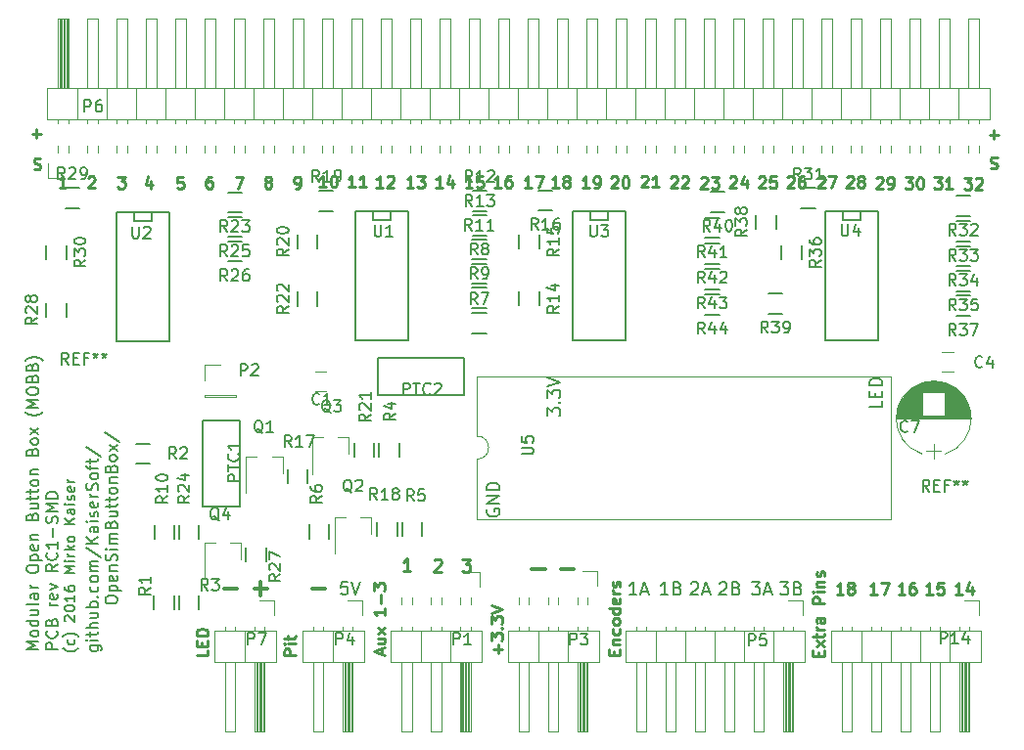
<source format=gto>
G04 #@! TF.FileFunction,Legend,Top*
%FSLAX46Y46*%
G04 Gerber Fmt 4.6, Leading zero omitted, Abs format (unit mm)*
G04 Created by KiCad (PCBNEW 4.0.4-stable) date 02/26/17 13:48:46*
%MOMM*%
%LPD*%
G01*
G04 APERTURE LIST*
%ADD10C,0.100000*%
%ADD11C,0.250000*%
%ADD12C,0.200000*%
%ADD13C,0.300000*%
%ADD14C,0.150000*%
%ADD15C,0.275000*%
%ADD16C,0.120000*%
G04 APERTURE END LIST*
D10*
D11*
X220109524Y-103702381D02*
X219538095Y-103702381D01*
X219823809Y-103702381D02*
X219823809Y-102702381D01*
X219728571Y-102845238D01*
X219633333Y-102940476D01*
X219538095Y-102988095D01*
X220442857Y-102702381D02*
X221109524Y-102702381D01*
X220680952Y-103702381D01*
D12*
X221497619Y-123423809D02*
X221497619Y-122742857D01*
X221916667Y-123109523D01*
X221916667Y-122952381D01*
X221969048Y-122847619D01*
X222021429Y-122795238D01*
X222126190Y-122742857D01*
X222388095Y-122742857D01*
X222492857Y-122795238D01*
X222545238Y-122847619D01*
X222597619Y-122952381D01*
X222597619Y-123266666D01*
X222545238Y-123371428D01*
X222492857Y-123423809D01*
X222492857Y-122271428D02*
X222545238Y-122219047D01*
X222597619Y-122271428D01*
X222545238Y-122323809D01*
X222492857Y-122271428D01*
X222597619Y-122271428D01*
X221497619Y-121852380D02*
X221497619Y-121171428D01*
X221916667Y-121538094D01*
X221916667Y-121380952D01*
X221969048Y-121276190D01*
X222021429Y-121223809D01*
X222126190Y-121171428D01*
X222388095Y-121171428D01*
X222492857Y-121223809D01*
X222545238Y-121276190D01*
X222597619Y-121380952D01*
X222597619Y-121695237D01*
X222545238Y-121799999D01*
X222492857Y-121852380D01*
X221497619Y-120857142D02*
X222597619Y-120490475D01*
X221497619Y-120123809D01*
X250447619Y-122157143D02*
X250447619Y-122680952D01*
X249347619Y-122680952D01*
X249871429Y-121790476D02*
X249871429Y-121423810D01*
X250447619Y-121266667D02*
X250447619Y-121790476D01*
X249347619Y-121790476D01*
X249347619Y-121266667D01*
X250447619Y-120795238D02*
X249347619Y-120795238D01*
X249347619Y-120533333D01*
X249400000Y-120376191D01*
X249504762Y-120271429D01*
X249609524Y-120219048D01*
X249819048Y-120166667D01*
X249976190Y-120166667D01*
X250185714Y-120219048D01*
X250290476Y-120271429D01*
X250395238Y-120376191D01*
X250447619Y-120533333D01*
X250447619Y-120795238D01*
X216300000Y-131538095D02*
X216247619Y-131642857D01*
X216247619Y-131800000D01*
X216300000Y-131957142D01*
X216404762Y-132061904D01*
X216509524Y-132114285D01*
X216719048Y-132166666D01*
X216876190Y-132166666D01*
X217085714Y-132114285D01*
X217190476Y-132061904D01*
X217295238Y-131957142D01*
X217347619Y-131800000D01*
X217347619Y-131695238D01*
X217295238Y-131538095D01*
X217242857Y-131485714D01*
X216876190Y-131485714D01*
X216876190Y-131695238D01*
X217347619Y-131014285D02*
X216247619Y-131014285D01*
X217347619Y-130385714D01*
X216247619Y-130385714D01*
X217347619Y-129861904D02*
X216247619Y-129861904D01*
X216247619Y-129599999D01*
X216300000Y-129442857D01*
X216404762Y-129338095D01*
X216509524Y-129285714D01*
X216719048Y-129233333D01*
X216876190Y-129233333D01*
X217085714Y-129285714D01*
X217190476Y-129338095D01*
X217295238Y-129442857D01*
X217347619Y-129599999D01*
X217347619Y-129861904D01*
D13*
X193528572Y-138407143D02*
X194671429Y-138407143D01*
X196128572Y-138407143D02*
X197271429Y-138407143D01*
X196700000Y-138978571D02*
X196700000Y-137835714D01*
D11*
X192127381Y-143692857D02*
X192127381Y-144169048D01*
X191127381Y-144169048D01*
X191603571Y-143359524D02*
X191603571Y-143026190D01*
X192127381Y-142883333D02*
X192127381Y-143359524D01*
X191127381Y-143359524D01*
X191127381Y-142883333D01*
X192127381Y-142454762D02*
X191127381Y-142454762D01*
X191127381Y-142216667D01*
X191175000Y-142073809D01*
X191270238Y-141978571D01*
X191365476Y-141930952D01*
X191555952Y-141883333D01*
X191698810Y-141883333D01*
X191889286Y-141930952D01*
X191984524Y-141978571D01*
X192079762Y-142073809D01*
X192127381Y-142216667D01*
X192127381Y-142454762D01*
X257365524Y-138882381D02*
X256794095Y-138882381D01*
X257079809Y-138882381D02*
X257079809Y-137882381D01*
X256984571Y-138025238D01*
X256889333Y-138120476D01*
X256794095Y-138168095D01*
X258222667Y-138215714D02*
X258222667Y-138882381D01*
X257984571Y-137834762D02*
X257746476Y-138549048D01*
X258365524Y-138549048D01*
X254825524Y-138882381D02*
X254254095Y-138882381D01*
X254539809Y-138882381D02*
X254539809Y-137882381D01*
X254444571Y-138025238D01*
X254349333Y-138120476D01*
X254254095Y-138168095D01*
X255730286Y-137882381D02*
X255254095Y-137882381D01*
X255206476Y-138358571D01*
X255254095Y-138310952D01*
X255349333Y-138263333D01*
X255587429Y-138263333D01*
X255682667Y-138310952D01*
X255730286Y-138358571D01*
X255777905Y-138453810D01*
X255777905Y-138691905D01*
X255730286Y-138787143D01*
X255682667Y-138834762D01*
X255587429Y-138882381D01*
X255349333Y-138882381D01*
X255254095Y-138834762D01*
X255206476Y-138787143D01*
X252412524Y-138882381D02*
X251841095Y-138882381D01*
X252126809Y-138882381D02*
X252126809Y-137882381D01*
X252031571Y-138025238D01*
X251936333Y-138120476D01*
X251841095Y-138168095D01*
X253269667Y-137882381D02*
X253079190Y-137882381D01*
X252983952Y-137930000D01*
X252936333Y-137977619D01*
X252841095Y-138120476D01*
X252793476Y-138310952D01*
X252793476Y-138691905D01*
X252841095Y-138787143D01*
X252888714Y-138834762D01*
X252983952Y-138882381D01*
X253174429Y-138882381D01*
X253269667Y-138834762D01*
X253317286Y-138787143D01*
X253364905Y-138691905D01*
X253364905Y-138453810D01*
X253317286Y-138358571D01*
X253269667Y-138310952D01*
X253174429Y-138263333D01*
X252983952Y-138263333D01*
X252888714Y-138310952D01*
X252841095Y-138358571D01*
X252793476Y-138453810D01*
X249999524Y-138882381D02*
X249428095Y-138882381D01*
X249713809Y-138882381D02*
X249713809Y-137882381D01*
X249618571Y-138025238D01*
X249523333Y-138120476D01*
X249428095Y-138168095D01*
X250332857Y-137882381D02*
X250999524Y-137882381D01*
X250570952Y-138882381D01*
X247078524Y-138882381D02*
X246507095Y-138882381D01*
X246792809Y-138882381D02*
X246792809Y-137882381D01*
X246697571Y-138025238D01*
X246602333Y-138120476D01*
X246507095Y-138168095D01*
X247649952Y-138310952D02*
X247554714Y-138263333D01*
X247507095Y-138215714D01*
X247459476Y-138120476D01*
X247459476Y-138072857D01*
X247507095Y-137977619D01*
X247554714Y-137930000D01*
X247649952Y-137882381D01*
X247840429Y-137882381D01*
X247935667Y-137930000D01*
X247983286Y-137977619D01*
X248030905Y-138072857D01*
X248030905Y-138120476D01*
X247983286Y-138215714D01*
X247935667Y-138263333D01*
X247840429Y-138310952D01*
X247649952Y-138310952D01*
X247554714Y-138358571D01*
X247507095Y-138406190D01*
X247459476Y-138501429D01*
X247459476Y-138691905D01*
X247507095Y-138787143D01*
X247554714Y-138834762D01*
X247649952Y-138882381D01*
X247840429Y-138882381D01*
X247935667Y-138834762D01*
X247983286Y-138787143D01*
X248030905Y-138691905D01*
X248030905Y-138501429D01*
X247983286Y-138406190D01*
X247935667Y-138358571D01*
X247840429Y-138310952D01*
X244928571Y-144242858D02*
X244928571Y-143909524D01*
X245452381Y-143766667D02*
X245452381Y-144242858D01*
X244452381Y-144242858D01*
X244452381Y-143766667D01*
X245452381Y-143433334D02*
X244785714Y-142909524D01*
X244785714Y-143433334D02*
X245452381Y-142909524D01*
X244785714Y-142671429D02*
X244785714Y-142290477D01*
X244452381Y-142528572D02*
X245309524Y-142528572D01*
X245404762Y-142480953D01*
X245452381Y-142385715D01*
X245452381Y-142290477D01*
X245452381Y-141957143D02*
X244785714Y-141957143D01*
X244976190Y-141957143D02*
X244880952Y-141909524D01*
X244833333Y-141861905D01*
X244785714Y-141766667D01*
X244785714Y-141671428D01*
X245452381Y-140909523D02*
X244928571Y-140909523D01*
X244833333Y-140957142D01*
X244785714Y-141052380D01*
X244785714Y-141242857D01*
X244833333Y-141338095D01*
X245404762Y-140909523D02*
X245452381Y-141004761D01*
X245452381Y-141242857D01*
X245404762Y-141338095D01*
X245309524Y-141385714D01*
X245214286Y-141385714D01*
X245119048Y-141338095D01*
X245071429Y-141242857D01*
X245071429Y-141004761D01*
X245023810Y-140909523D01*
X245452381Y-139671428D02*
X244452381Y-139671428D01*
X244452381Y-139290475D01*
X244500000Y-139195237D01*
X244547619Y-139147618D01*
X244642857Y-139099999D01*
X244785714Y-139099999D01*
X244880952Y-139147618D01*
X244928571Y-139195237D01*
X244976190Y-139290475D01*
X244976190Y-139671428D01*
X245452381Y-138671428D02*
X244785714Y-138671428D01*
X244452381Y-138671428D02*
X244500000Y-138719047D01*
X244547619Y-138671428D01*
X244500000Y-138623809D01*
X244452381Y-138671428D01*
X244547619Y-138671428D01*
X244785714Y-138195238D02*
X245452381Y-138195238D01*
X244880952Y-138195238D02*
X244833333Y-138147619D01*
X244785714Y-138052381D01*
X244785714Y-137909523D01*
X244833333Y-137814285D01*
X244928571Y-137766666D01*
X245452381Y-137766666D01*
X245404762Y-137338095D02*
X245452381Y-137242857D01*
X245452381Y-137052381D01*
X245404762Y-136957142D01*
X245309524Y-136909523D01*
X245261905Y-136909523D01*
X245166667Y-136957142D01*
X245119048Y-137052381D01*
X245119048Y-137195238D01*
X245071429Y-137290476D01*
X244976190Y-137338095D01*
X244928571Y-137338095D01*
X244833333Y-137290476D01*
X244785714Y-137195238D01*
X244785714Y-137052381D01*
X244833333Y-136957142D01*
X227258571Y-144112858D02*
X227258571Y-143779524D01*
X227782381Y-143636667D02*
X227782381Y-144112858D01*
X226782381Y-144112858D01*
X226782381Y-143636667D01*
X227115714Y-143208096D02*
X227782381Y-143208096D01*
X227210952Y-143208096D02*
X227163333Y-143160477D01*
X227115714Y-143065239D01*
X227115714Y-142922381D01*
X227163333Y-142827143D01*
X227258571Y-142779524D01*
X227782381Y-142779524D01*
X227734762Y-141874762D02*
X227782381Y-141970000D01*
X227782381Y-142160477D01*
X227734762Y-142255715D01*
X227687143Y-142303334D01*
X227591905Y-142350953D01*
X227306190Y-142350953D01*
X227210952Y-142303334D01*
X227163333Y-142255715D01*
X227115714Y-142160477D01*
X227115714Y-141970000D01*
X227163333Y-141874762D01*
X227782381Y-141303334D02*
X227734762Y-141398572D01*
X227687143Y-141446191D01*
X227591905Y-141493810D01*
X227306190Y-141493810D01*
X227210952Y-141446191D01*
X227163333Y-141398572D01*
X227115714Y-141303334D01*
X227115714Y-141160476D01*
X227163333Y-141065238D01*
X227210952Y-141017619D01*
X227306190Y-140970000D01*
X227591905Y-140970000D01*
X227687143Y-141017619D01*
X227734762Y-141065238D01*
X227782381Y-141160476D01*
X227782381Y-141303334D01*
X227782381Y-140112857D02*
X226782381Y-140112857D01*
X227734762Y-140112857D02*
X227782381Y-140208095D01*
X227782381Y-140398572D01*
X227734762Y-140493810D01*
X227687143Y-140541429D01*
X227591905Y-140589048D01*
X227306190Y-140589048D01*
X227210952Y-140541429D01*
X227163333Y-140493810D01*
X227115714Y-140398572D01*
X227115714Y-140208095D01*
X227163333Y-140112857D01*
X227734762Y-139255714D02*
X227782381Y-139350952D01*
X227782381Y-139541429D01*
X227734762Y-139636667D01*
X227639524Y-139684286D01*
X227258571Y-139684286D01*
X227163333Y-139636667D01*
X227115714Y-139541429D01*
X227115714Y-139350952D01*
X227163333Y-139255714D01*
X227258571Y-139208095D01*
X227353810Y-139208095D01*
X227449048Y-139684286D01*
X227782381Y-138779524D02*
X227115714Y-138779524D01*
X227306190Y-138779524D02*
X227210952Y-138731905D01*
X227163333Y-138684286D01*
X227115714Y-138589048D01*
X227115714Y-138493809D01*
X227734762Y-138208095D02*
X227782381Y-138112857D01*
X227782381Y-137922381D01*
X227734762Y-137827142D01*
X227639524Y-137779523D01*
X227591905Y-137779523D01*
X227496667Y-137827142D01*
X227449048Y-137922381D01*
X227449048Y-138065238D01*
X227401429Y-138160476D01*
X227306190Y-138208095D01*
X227258571Y-138208095D01*
X227163333Y-138160476D01*
X227115714Y-138065238D01*
X227115714Y-137922381D01*
X227163333Y-137827142D01*
X217241429Y-143986000D02*
X217241429Y-143224095D01*
X217622381Y-143605047D02*
X216860476Y-143605047D01*
X216622381Y-142843143D02*
X216622381Y-142224095D01*
X217003333Y-142557429D01*
X217003333Y-142414571D01*
X217050952Y-142319333D01*
X217098571Y-142271714D01*
X217193810Y-142224095D01*
X217431905Y-142224095D01*
X217527143Y-142271714D01*
X217574762Y-142319333D01*
X217622381Y-142414571D01*
X217622381Y-142700286D01*
X217574762Y-142795524D01*
X217527143Y-142843143D01*
X217527143Y-141795524D02*
X217574762Y-141747905D01*
X217622381Y-141795524D01*
X217574762Y-141843143D01*
X217527143Y-141795524D01*
X217622381Y-141795524D01*
X216622381Y-141414572D02*
X216622381Y-140795524D01*
X217003333Y-141128858D01*
X217003333Y-140986000D01*
X217050952Y-140890762D01*
X217098571Y-140843143D01*
X217193810Y-140795524D01*
X217431905Y-140795524D01*
X217527143Y-140843143D01*
X217574762Y-140890762D01*
X217622381Y-140986000D01*
X217622381Y-141271715D01*
X217574762Y-141366953D01*
X217527143Y-141414572D01*
X216622381Y-140509810D02*
X217622381Y-140176477D01*
X216622381Y-139843143D01*
X207176667Y-144017619D02*
X207176667Y-143541428D01*
X207462381Y-144112857D02*
X206462381Y-143779524D01*
X207462381Y-143446190D01*
X206795714Y-142684285D02*
X207462381Y-142684285D01*
X206795714Y-143112857D02*
X207319524Y-143112857D01*
X207414762Y-143065238D01*
X207462381Y-142970000D01*
X207462381Y-142827142D01*
X207414762Y-142731904D01*
X207367143Y-142684285D01*
X207462381Y-142303333D02*
X206795714Y-141779523D01*
X206795714Y-142303333D02*
X207462381Y-141779523D01*
X207462381Y-140112856D02*
X207462381Y-140684285D01*
X207462381Y-140398571D02*
X206462381Y-140398571D01*
X206605238Y-140493809D01*
X206700476Y-140589047D01*
X206748095Y-140684285D01*
X207081429Y-139684285D02*
X207081429Y-138922380D01*
X206462381Y-138541428D02*
X206462381Y-137922380D01*
X206843333Y-138255714D01*
X206843333Y-138112856D01*
X206890952Y-138017618D01*
X206938571Y-137969999D01*
X207033810Y-137922380D01*
X207271905Y-137922380D01*
X207367143Y-137969999D01*
X207414762Y-138017618D01*
X207462381Y-138112856D01*
X207462381Y-138398571D01*
X207414762Y-138493809D01*
X207367143Y-138541428D01*
X199715381Y-144168714D02*
X198715381Y-144168714D01*
X198715381Y-143787761D01*
X198763000Y-143692523D01*
X198810619Y-143644904D01*
X198905857Y-143597285D01*
X199048714Y-143597285D01*
X199143952Y-143644904D01*
X199191571Y-143692523D01*
X199239190Y-143787761D01*
X199239190Y-144168714D01*
X199715381Y-143168714D02*
X199048714Y-143168714D01*
X198715381Y-143168714D02*
X198763000Y-143216333D01*
X198810619Y-143168714D01*
X198763000Y-143121095D01*
X198715381Y-143168714D01*
X198810619Y-143168714D01*
X199048714Y-142835381D02*
X199048714Y-142454429D01*
X198715381Y-142692524D02*
X199572524Y-142692524D01*
X199667762Y-142644905D01*
X199715381Y-142549667D01*
X199715381Y-142454429D01*
X259814286Y-101979762D02*
X259957143Y-102027381D01*
X260195239Y-102027381D01*
X260290477Y-101979762D01*
X260338096Y-101932143D01*
X260385715Y-101836905D01*
X260385715Y-101741667D01*
X260338096Y-101646429D01*
X260290477Y-101598810D01*
X260195239Y-101551190D01*
X260004762Y-101503571D01*
X259909524Y-101455952D01*
X259861905Y-101408333D01*
X259814286Y-101313095D01*
X259814286Y-101217857D01*
X259861905Y-101122619D01*
X259909524Y-101075000D01*
X260004762Y-101027381D01*
X260242858Y-101027381D01*
X260385715Y-101075000D01*
X177089286Y-102054762D02*
X177232143Y-102102381D01*
X177470239Y-102102381D01*
X177565477Y-102054762D01*
X177613096Y-102007143D01*
X177660715Y-101911905D01*
X177660715Y-101816667D01*
X177613096Y-101721429D01*
X177565477Y-101673810D01*
X177470239Y-101626190D01*
X177279762Y-101578571D01*
X177184524Y-101530952D01*
X177136905Y-101483333D01*
X177089286Y-101388095D01*
X177089286Y-101292857D01*
X177136905Y-101197619D01*
X177184524Y-101150000D01*
X177279762Y-101102381D01*
X177517858Y-101102381D01*
X177660715Y-101150000D01*
X254940476Y-102777381D02*
X255559524Y-102777381D01*
X255226190Y-103158333D01*
X255369048Y-103158333D01*
X255464286Y-103205952D01*
X255511905Y-103253571D01*
X255559524Y-103348810D01*
X255559524Y-103586905D01*
X255511905Y-103682143D01*
X255464286Y-103729762D01*
X255369048Y-103777381D01*
X255083333Y-103777381D01*
X254988095Y-103729762D01*
X254940476Y-103682143D01*
X256511905Y-103777381D02*
X255940476Y-103777381D01*
X256226190Y-103777381D02*
X256226190Y-102777381D01*
X256130952Y-102920238D01*
X256035714Y-103015476D01*
X255940476Y-103063095D01*
X252440476Y-102777381D02*
X253059524Y-102777381D01*
X252726190Y-103158333D01*
X252869048Y-103158333D01*
X252964286Y-103205952D01*
X253011905Y-103253571D01*
X253059524Y-103348810D01*
X253059524Y-103586905D01*
X253011905Y-103682143D01*
X252964286Y-103729762D01*
X252869048Y-103777381D01*
X252583333Y-103777381D01*
X252488095Y-103729762D01*
X252440476Y-103682143D01*
X253678571Y-102777381D02*
X253773810Y-102777381D01*
X253869048Y-102825000D01*
X253916667Y-102872619D01*
X253964286Y-102967857D01*
X254011905Y-103158333D01*
X254011905Y-103396429D01*
X253964286Y-103586905D01*
X253916667Y-103682143D01*
X253869048Y-103729762D01*
X253773810Y-103777381D01*
X253678571Y-103777381D01*
X253583333Y-103729762D01*
X253535714Y-103682143D01*
X253488095Y-103586905D01*
X253440476Y-103396429D01*
X253440476Y-103158333D01*
X253488095Y-102967857D01*
X253535714Y-102872619D01*
X253583333Y-102825000D01*
X253678571Y-102777381D01*
X249938095Y-102847619D02*
X249985714Y-102800000D01*
X250080952Y-102752381D01*
X250319048Y-102752381D01*
X250414286Y-102800000D01*
X250461905Y-102847619D01*
X250509524Y-102942857D01*
X250509524Y-103038095D01*
X250461905Y-103180952D01*
X249890476Y-103752381D01*
X250509524Y-103752381D01*
X250985714Y-103752381D02*
X251176190Y-103752381D01*
X251271429Y-103704762D01*
X251319048Y-103657143D01*
X251414286Y-103514286D01*
X251461905Y-103323810D01*
X251461905Y-102942857D01*
X251414286Y-102847619D01*
X251366667Y-102800000D01*
X251271429Y-102752381D01*
X251080952Y-102752381D01*
X250985714Y-102800000D01*
X250938095Y-102847619D01*
X250890476Y-102942857D01*
X250890476Y-103180952D01*
X250938095Y-103276190D01*
X250985714Y-103323810D01*
X251080952Y-103371429D01*
X251271429Y-103371429D01*
X251366667Y-103323810D01*
X251414286Y-103276190D01*
X251461905Y-103180952D01*
X247388095Y-102772619D02*
X247435714Y-102725000D01*
X247530952Y-102677381D01*
X247769048Y-102677381D01*
X247864286Y-102725000D01*
X247911905Y-102772619D01*
X247959524Y-102867857D01*
X247959524Y-102963095D01*
X247911905Y-103105952D01*
X247340476Y-103677381D01*
X247959524Y-103677381D01*
X248530952Y-103105952D02*
X248435714Y-103058333D01*
X248388095Y-103010714D01*
X248340476Y-102915476D01*
X248340476Y-102867857D01*
X248388095Y-102772619D01*
X248435714Y-102725000D01*
X248530952Y-102677381D01*
X248721429Y-102677381D01*
X248816667Y-102725000D01*
X248864286Y-102772619D01*
X248911905Y-102867857D01*
X248911905Y-102915476D01*
X248864286Y-103010714D01*
X248816667Y-103058333D01*
X248721429Y-103105952D01*
X248530952Y-103105952D01*
X248435714Y-103153571D01*
X248388095Y-103201190D01*
X248340476Y-103296429D01*
X248340476Y-103486905D01*
X248388095Y-103582143D01*
X248435714Y-103629762D01*
X248530952Y-103677381D01*
X248721429Y-103677381D01*
X248816667Y-103629762D01*
X248864286Y-103582143D01*
X248911905Y-103486905D01*
X248911905Y-103296429D01*
X248864286Y-103201190D01*
X248816667Y-103153571D01*
X248721429Y-103105952D01*
X244913095Y-102797619D02*
X244960714Y-102750000D01*
X245055952Y-102702381D01*
X245294048Y-102702381D01*
X245389286Y-102750000D01*
X245436905Y-102797619D01*
X245484524Y-102892857D01*
X245484524Y-102988095D01*
X245436905Y-103130952D01*
X244865476Y-103702381D01*
X245484524Y-103702381D01*
X245817857Y-102702381D02*
X246484524Y-102702381D01*
X246055952Y-103702381D01*
X242263095Y-102772619D02*
X242310714Y-102725000D01*
X242405952Y-102677381D01*
X242644048Y-102677381D01*
X242739286Y-102725000D01*
X242786905Y-102772619D01*
X242834524Y-102867857D01*
X242834524Y-102963095D01*
X242786905Y-103105952D01*
X242215476Y-103677381D01*
X242834524Y-103677381D01*
X243691667Y-102677381D02*
X243501190Y-102677381D01*
X243405952Y-102725000D01*
X243358333Y-102772619D01*
X243263095Y-102915476D01*
X243215476Y-103105952D01*
X243215476Y-103486905D01*
X243263095Y-103582143D01*
X243310714Y-103629762D01*
X243405952Y-103677381D01*
X243596429Y-103677381D01*
X243691667Y-103629762D01*
X243739286Y-103582143D01*
X243786905Y-103486905D01*
X243786905Y-103248810D01*
X243739286Y-103153571D01*
X243691667Y-103105952D01*
X243596429Y-103058333D01*
X243405952Y-103058333D01*
X243310714Y-103105952D01*
X243263095Y-103153571D01*
X243215476Y-103248810D01*
X239788095Y-102797619D02*
X239835714Y-102750000D01*
X239930952Y-102702381D01*
X240169048Y-102702381D01*
X240264286Y-102750000D01*
X240311905Y-102797619D01*
X240359524Y-102892857D01*
X240359524Y-102988095D01*
X240311905Y-103130952D01*
X239740476Y-103702381D01*
X240359524Y-103702381D01*
X241264286Y-102702381D02*
X240788095Y-102702381D01*
X240740476Y-103178571D01*
X240788095Y-103130952D01*
X240883333Y-103083333D01*
X241121429Y-103083333D01*
X241216667Y-103130952D01*
X241264286Y-103178571D01*
X241311905Y-103273810D01*
X241311905Y-103511905D01*
X241264286Y-103607143D01*
X241216667Y-103654762D01*
X241121429Y-103702381D01*
X240883333Y-103702381D01*
X240788095Y-103654762D01*
X240740476Y-103607143D01*
X237288095Y-102797619D02*
X237335714Y-102750000D01*
X237430952Y-102702381D01*
X237669048Y-102702381D01*
X237764286Y-102750000D01*
X237811905Y-102797619D01*
X237859524Y-102892857D01*
X237859524Y-102988095D01*
X237811905Y-103130952D01*
X237240476Y-103702381D01*
X237859524Y-103702381D01*
X238716667Y-103035714D02*
X238716667Y-103702381D01*
X238478571Y-102654762D02*
X238240476Y-103369048D01*
X238859524Y-103369048D01*
X234763095Y-102847619D02*
X234810714Y-102800000D01*
X234905952Y-102752381D01*
X235144048Y-102752381D01*
X235239286Y-102800000D01*
X235286905Y-102847619D01*
X235334524Y-102942857D01*
X235334524Y-103038095D01*
X235286905Y-103180952D01*
X234715476Y-103752381D01*
X235334524Y-103752381D01*
X235667857Y-102752381D02*
X236286905Y-102752381D01*
X235953571Y-103133333D01*
X236096429Y-103133333D01*
X236191667Y-103180952D01*
X236239286Y-103228571D01*
X236286905Y-103323810D01*
X236286905Y-103561905D01*
X236239286Y-103657143D01*
X236191667Y-103704762D01*
X236096429Y-103752381D01*
X235810714Y-103752381D01*
X235715476Y-103704762D01*
X235667857Y-103657143D01*
X232188095Y-102797619D02*
X232235714Y-102750000D01*
X232330952Y-102702381D01*
X232569048Y-102702381D01*
X232664286Y-102750000D01*
X232711905Y-102797619D01*
X232759524Y-102892857D01*
X232759524Y-102988095D01*
X232711905Y-103130952D01*
X232140476Y-103702381D01*
X232759524Y-103702381D01*
X233140476Y-102797619D02*
X233188095Y-102750000D01*
X233283333Y-102702381D01*
X233521429Y-102702381D01*
X233616667Y-102750000D01*
X233664286Y-102797619D01*
X233711905Y-102892857D01*
X233711905Y-102988095D01*
X233664286Y-103130952D01*
X233092857Y-103702381D01*
X233711905Y-103702381D01*
X229613095Y-102722619D02*
X229660714Y-102675000D01*
X229755952Y-102627381D01*
X229994048Y-102627381D01*
X230089286Y-102675000D01*
X230136905Y-102722619D01*
X230184524Y-102817857D01*
X230184524Y-102913095D01*
X230136905Y-103055952D01*
X229565476Y-103627381D01*
X230184524Y-103627381D01*
X231136905Y-103627381D02*
X230565476Y-103627381D01*
X230851190Y-103627381D02*
X230851190Y-102627381D01*
X230755952Y-102770238D01*
X230660714Y-102865476D01*
X230565476Y-102913095D01*
X227013095Y-102797619D02*
X227060714Y-102750000D01*
X227155952Y-102702381D01*
X227394048Y-102702381D01*
X227489286Y-102750000D01*
X227536905Y-102797619D01*
X227584524Y-102892857D01*
X227584524Y-102988095D01*
X227536905Y-103130952D01*
X226965476Y-103702381D01*
X227584524Y-103702381D01*
X228203571Y-102702381D02*
X228298810Y-102702381D01*
X228394048Y-102750000D01*
X228441667Y-102797619D01*
X228489286Y-102892857D01*
X228536905Y-103083333D01*
X228536905Y-103321429D01*
X228489286Y-103511905D01*
X228441667Y-103607143D01*
X228394048Y-103654762D01*
X228298810Y-103702381D01*
X228203571Y-103702381D01*
X228108333Y-103654762D01*
X228060714Y-103607143D01*
X228013095Y-103511905D01*
X227965476Y-103321429D01*
X227965476Y-103083333D01*
X228013095Y-102892857D01*
X228060714Y-102797619D01*
X228108333Y-102750000D01*
X228203571Y-102702381D01*
X225109524Y-103702381D02*
X224538095Y-103702381D01*
X224823809Y-103702381D02*
X224823809Y-102702381D01*
X224728571Y-102845238D01*
X224633333Y-102940476D01*
X224538095Y-102988095D01*
X225585714Y-103702381D02*
X225776190Y-103702381D01*
X225871429Y-103654762D01*
X225919048Y-103607143D01*
X226014286Y-103464286D01*
X226061905Y-103273810D01*
X226061905Y-102892857D01*
X226014286Y-102797619D01*
X225966667Y-102750000D01*
X225871429Y-102702381D01*
X225680952Y-102702381D01*
X225585714Y-102750000D01*
X225538095Y-102797619D01*
X225490476Y-102892857D01*
X225490476Y-103130952D01*
X225538095Y-103226190D01*
X225585714Y-103273810D01*
X225680952Y-103321429D01*
X225871429Y-103321429D01*
X225966667Y-103273810D01*
X226014286Y-103226190D01*
X226061905Y-103130952D01*
X222484524Y-103677381D02*
X221913095Y-103677381D01*
X222198809Y-103677381D02*
X222198809Y-102677381D01*
X222103571Y-102820238D01*
X222008333Y-102915476D01*
X221913095Y-102963095D01*
X223055952Y-103105952D02*
X222960714Y-103058333D01*
X222913095Y-103010714D01*
X222865476Y-102915476D01*
X222865476Y-102867857D01*
X222913095Y-102772619D01*
X222960714Y-102725000D01*
X223055952Y-102677381D01*
X223246429Y-102677381D01*
X223341667Y-102725000D01*
X223389286Y-102772619D01*
X223436905Y-102867857D01*
X223436905Y-102915476D01*
X223389286Y-103010714D01*
X223341667Y-103058333D01*
X223246429Y-103105952D01*
X223055952Y-103105952D01*
X222960714Y-103153571D01*
X222913095Y-103201190D01*
X222865476Y-103296429D01*
X222865476Y-103486905D01*
X222913095Y-103582143D01*
X222960714Y-103629762D01*
X223055952Y-103677381D01*
X223246429Y-103677381D01*
X223341667Y-103629762D01*
X223389286Y-103582143D01*
X223436905Y-103486905D01*
X223436905Y-103296429D01*
X223389286Y-103201190D01*
X223341667Y-103153571D01*
X223246429Y-103105952D01*
X217459524Y-103652381D02*
X216888095Y-103652381D01*
X217173809Y-103652381D02*
X217173809Y-102652381D01*
X217078571Y-102795238D01*
X216983333Y-102890476D01*
X216888095Y-102938095D01*
X218316667Y-102652381D02*
X218126190Y-102652381D01*
X218030952Y-102700000D01*
X217983333Y-102747619D01*
X217888095Y-102890476D01*
X217840476Y-103080952D01*
X217840476Y-103461905D01*
X217888095Y-103557143D01*
X217935714Y-103604762D01*
X218030952Y-103652381D01*
X218221429Y-103652381D01*
X218316667Y-103604762D01*
X218364286Y-103557143D01*
X218411905Y-103461905D01*
X218411905Y-103223810D01*
X218364286Y-103128571D01*
X218316667Y-103080952D01*
X218221429Y-103033333D01*
X218030952Y-103033333D01*
X217935714Y-103080952D01*
X217888095Y-103128571D01*
X217840476Y-103223810D01*
X214984524Y-103677381D02*
X214413095Y-103677381D01*
X214698809Y-103677381D02*
X214698809Y-102677381D01*
X214603571Y-102820238D01*
X214508333Y-102915476D01*
X214413095Y-102963095D01*
X215889286Y-102677381D02*
X215413095Y-102677381D01*
X215365476Y-103153571D01*
X215413095Y-103105952D01*
X215508333Y-103058333D01*
X215746429Y-103058333D01*
X215841667Y-103105952D01*
X215889286Y-103153571D01*
X215936905Y-103248810D01*
X215936905Y-103486905D01*
X215889286Y-103582143D01*
X215841667Y-103629762D01*
X215746429Y-103677381D01*
X215508333Y-103677381D01*
X215413095Y-103629762D01*
X215365476Y-103582143D01*
X212434524Y-103652381D02*
X211863095Y-103652381D01*
X212148809Y-103652381D02*
X212148809Y-102652381D01*
X212053571Y-102795238D01*
X211958333Y-102890476D01*
X211863095Y-102938095D01*
X213291667Y-102985714D02*
X213291667Y-103652381D01*
X213053571Y-102604762D02*
X212815476Y-103319048D01*
X213434524Y-103319048D01*
X209909524Y-103677381D02*
X209338095Y-103677381D01*
X209623809Y-103677381D02*
X209623809Y-102677381D01*
X209528571Y-102820238D01*
X209433333Y-102915476D01*
X209338095Y-102963095D01*
X210242857Y-102677381D02*
X210861905Y-102677381D01*
X210528571Y-103058333D01*
X210671429Y-103058333D01*
X210766667Y-103105952D01*
X210814286Y-103153571D01*
X210861905Y-103248810D01*
X210861905Y-103486905D01*
X210814286Y-103582143D01*
X210766667Y-103629762D01*
X210671429Y-103677381D01*
X210385714Y-103677381D01*
X210290476Y-103629762D01*
X210242857Y-103582143D01*
X207259524Y-103652381D02*
X206688095Y-103652381D01*
X206973809Y-103652381D02*
X206973809Y-102652381D01*
X206878571Y-102795238D01*
X206783333Y-102890476D01*
X206688095Y-102938095D01*
X207640476Y-102747619D02*
X207688095Y-102700000D01*
X207783333Y-102652381D01*
X208021429Y-102652381D01*
X208116667Y-102700000D01*
X208164286Y-102747619D01*
X208211905Y-102842857D01*
X208211905Y-102938095D01*
X208164286Y-103080952D01*
X207592857Y-103652381D01*
X208211905Y-103652381D01*
X204859524Y-103627381D02*
X204288095Y-103627381D01*
X204573809Y-103627381D02*
X204573809Y-102627381D01*
X204478571Y-102770238D01*
X204383333Y-102865476D01*
X204288095Y-102913095D01*
X205811905Y-103627381D02*
X205240476Y-103627381D01*
X205526190Y-103627381D02*
X205526190Y-102627381D01*
X205430952Y-102770238D01*
X205335714Y-102865476D01*
X205240476Y-102913095D01*
X202359524Y-103627381D02*
X201788095Y-103627381D01*
X202073809Y-103627381D02*
X202073809Y-102627381D01*
X201978571Y-102770238D01*
X201883333Y-102865476D01*
X201788095Y-102913095D01*
X202978571Y-102627381D02*
X203073810Y-102627381D01*
X203169048Y-102675000D01*
X203216667Y-102722619D01*
X203264286Y-102817857D01*
X203311905Y-103008333D01*
X203311905Y-103246429D01*
X203264286Y-103436905D01*
X203216667Y-103532143D01*
X203169048Y-103579762D01*
X203073810Y-103627381D01*
X202978571Y-103627381D01*
X202883333Y-103579762D01*
X202835714Y-103532143D01*
X202788095Y-103436905D01*
X202740476Y-103246429D01*
X202740476Y-103008333D01*
X202788095Y-102817857D01*
X202835714Y-102722619D01*
X202883333Y-102675000D01*
X202978571Y-102627381D01*
X199684524Y-103727381D02*
X199875000Y-103727381D01*
X199970239Y-103679762D01*
X200017858Y-103632143D01*
X200113096Y-103489286D01*
X200160715Y-103298810D01*
X200160715Y-102917857D01*
X200113096Y-102822619D01*
X200065477Y-102775000D01*
X199970239Y-102727381D01*
X199779762Y-102727381D01*
X199684524Y-102775000D01*
X199636905Y-102822619D01*
X199589286Y-102917857D01*
X199589286Y-103155952D01*
X199636905Y-103251190D01*
X199684524Y-103298810D01*
X199779762Y-103346429D01*
X199970239Y-103346429D01*
X200065477Y-103298810D01*
X200113096Y-103251190D01*
X200160715Y-103155952D01*
X197254762Y-103155952D02*
X197159524Y-103108333D01*
X197111905Y-103060714D01*
X197064286Y-102965476D01*
X197064286Y-102917857D01*
X197111905Y-102822619D01*
X197159524Y-102775000D01*
X197254762Y-102727381D01*
X197445239Y-102727381D01*
X197540477Y-102775000D01*
X197588096Y-102822619D01*
X197635715Y-102917857D01*
X197635715Y-102965476D01*
X197588096Y-103060714D01*
X197540477Y-103108333D01*
X197445239Y-103155952D01*
X197254762Y-103155952D01*
X197159524Y-103203571D01*
X197111905Y-103251190D01*
X197064286Y-103346429D01*
X197064286Y-103536905D01*
X197111905Y-103632143D01*
X197159524Y-103679762D01*
X197254762Y-103727381D01*
X197445239Y-103727381D01*
X197540477Y-103679762D01*
X197588096Y-103632143D01*
X197635715Y-103536905D01*
X197635715Y-103346429D01*
X197588096Y-103251190D01*
X197540477Y-103203571D01*
X197445239Y-103155952D01*
X194516667Y-102752381D02*
X195183334Y-102752381D01*
X194754762Y-103752381D01*
X192440477Y-102727381D02*
X192250000Y-102727381D01*
X192154762Y-102775000D01*
X192107143Y-102822619D01*
X192011905Y-102965476D01*
X191964286Y-103155952D01*
X191964286Y-103536905D01*
X192011905Y-103632143D01*
X192059524Y-103679762D01*
X192154762Y-103727381D01*
X192345239Y-103727381D01*
X192440477Y-103679762D01*
X192488096Y-103632143D01*
X192535715Y-103536905D01*
X192535715Y-103298810D01*
X192488096Y-103203571D01*
X192440477Y-103155952D01*
X192345239Y-103108333D01*
X192154762Y-103108333D01*
X192059524Y-103155952D01*
X192011905Y-103203571D01*
X191964286Y-103298810D01*
X189988096Y-102752381D02*
X189511905Y-102752381D01*
X189464286Y-103228571D01*
X189511905Y-103180952D01*
X189607143Y-103133333D01*
X189845239Y-103133333D01*
X189940477Y-103180952D01*
X189988096Y-103228571D01*
X190035715Y-103323810D01*
X190035715Y-103561905D01*
X189988096Y-103657143D01*
X189940477Y-103704762D01*
X189845239Y-103752381D01*
X189607143Y-103752381D01*
X189511905Y-103704762D01*
X189464286Y-103657143D01*
X187215477Y-103085714D02*
X187215477Y-103752381D01*
X186977381Y-102704762D02*
X186739286Y-103419048D01*
X187358334Y-103419048D01*
X184341667Y-102727381D02*
X184960715Y-102727381D01*
X184627381Y-103108333D01*
X184770239Y-103108333D01*
X184865477Y-103155952D01*
X184913096Y-103203571D01*
X184960715Y-103298810D01*
X184960715Y-103536905D01*
X184913096Y-103632143D01*
X184865477Y-103679762D01*
X184770239Y-103727381D01*
X184484524Y-103727381D01*
X184389286Y-103679762D01*
X184341667Y-103632143D01*
X181789286Y-102797619D02*
X181836905Y-102750000D01*
X181932143Y-102702381D01*
X182170239Y-102702381D01*
X182265477Y-102750000D01*
X182313096Y-102797619D01*
X182360715Y-102892857D01*
X182360715Y-102988095D01*
X182313096Y-103130952D01*
X181741667Y-103702381D01*
X182360715Y-103702381D01*
D14*
X180963000Y-143559113D02*
X180920143Y-143601971D01*
X180791571Y-143687685D01*
X180705857Y-143730542D01*
X180577286Y-143773399D01*
X180363000Y-143816256D01*
X180191571Y-143816256D01*
X179977286Y-143773399D01*
X179848714Y-143730542D01*
X179763000Y-143687685D01*
X179634429Y-143601971D01*
X179591571Y-143559113D01*
X180577286Y-142830542D02*
X180620143Y-142916256D01*
X180620143Y-143087685D01*
X180577286Y-143173399D01*
X180534429Y-143216256D01*
X180448714Y-143259113D01*
X180191571Y-143259113D01*
X180105857Y-143216256D01*
X180063000Y-143173399D01*
X180020143Y-143087685D01*
X180020143Y-142916256D01*
X180063000Y-142830542D01*
X180963000Y-142530542D02*
X180920143Y-142487684D01*
X180791571Y-142401970D01*
X180705857Y-142359113D01*
X180577286Y-142316256D01*
X180363000Y-142273399D01*
X180191571Y-142273399D01*
X179977286Y-142316256D01*
X179848714Y-142359113D01*
X179763000Y-142401970D01*
X179634429Y-142487684D01*
X179591571Y-142530542D01*
X179805857Y-141201970D02*
X179763000Y-141159113D01*
X179720143Y-141073399D01*
X179720143Y-140859113D01*
X179763000Y-140773399D01*
X179805857Y-140730542D01*
X179891571Y-140687685D01*
X179977286Y-140687685D01*
X180105857Y-140730542D01*
X180620143Y-141244828D01*
X180620143Y-140687685D01*
X179720143Y-140130542D02*
X179720143Y-140044827D01*
X179763000Y-139959113D01*
X179805857Y-139916256D01*
X179891571Y-139873399D01*
X180063000Y-139830542D01*
X180277286Y-139830542D01*
X180448714Y-139873399D01*
X180534429Y-139916256D01*
X180577286Y-139959113D01*
X180620143Y-140044827D01*
X180620143Y-140130542D01*
X180577286Y-140216256D01*
X180534429Y-140259113D01*
X180448714Y-140301970D01*
X180277286Y-140344827D01*
X180063000Y-140344827D01*
X179891571Y-140301970D01*
X179805857Y-140259113D01*
X179763000Y-140216256D01*
X179720143Y-140130542D01*
X180620143Y-138973399D02*
X180620143Y-139487684D01*
X180620143Y-139230542D02*
X179720143Y-139230542D01*
X179848714Y-139316256D01*
X179934429Y-139401970D01*
X179977286Y-139487684D01*
X179720143Y-138201970D02*
X179720143Y-138373399D01*
X179763000Y-138459113D01*
X179805857Y-138501970D01*
X179934429Y-138587684D01*
X180105857Y-138630541D01*
X180448714Y-138630541D01*
X180534429Y-138587684D01*
X180577286Y-138544827D01*
X180620143Y-138459113D01*
X180620143Y-138287684D01*
X180577286Y-138201970D01*
X180534429Y-138159113D01*
X180448714Y-138116256D01*
X180234429Y-138116256D01*
X180148714Y-138159113D01*
X180105857Y-138201970D01*
X180063000Y-138287684D01*
X180063000Y-138459113D01*
X180105857Y-138544827D01*
X180148714Y-138587684D01*
X180234429Y-138630541D01*
X180620143Y-137044827D02*
X179720143Y-137044827D01*
X180363000Y-136744827D01*
X179720143Y-136444827D01*
X180620143Y-136444827D01*
X180620143Y-136016256D02*
X180020143Y-136016256D01*
X179720143Y-136016256D02*
X179763000Y-136059113D01*
X179805857Y-136016256D01*
X179763000Y-135973399D01*
X179720143Y-136016256D01*
X179805857Y-136016256D01*
X180620143Y-135587685D02*
X180020143Y-135587685D01*
X180191571Y-135587685D02*
X180105857Y-135544828D01*
X180063000Y-135501971D01*
X180020143Y-135416257D01*
X180020143Y-135330542D01*
X180620143Y-135030542D02*
X179720143Y-135030542D01*
X180277286Y-134944828D02*
X180620143Y-134687685D01*
X180020143Y-134687685D02*
X180363000Y-135030542D01*
X180620143Y-134173400D02*
X180577286Y-134259114D01*
X180534429Y-134301971D01*
X180448714Y-134344828D01*
X180191571Y-134344828D01*
X180105857Y-134301971D01*
X180063000Y-134259114D01*
X180020143Y-134173400D01*
X180020143Y-134044828D01*
X180063000Y-133959114D01*
X180105857Y-133916257D01*
X180191571Y-133873400D01*
X180448714Y-133873400D01*
X180534429Y-133916257D01*
X180577286Y-133959114D01*
X180620143Y-134044828D01*
X180620143Y-134173400D01*
X180620143Y-132801971D02*
X179720143Y-132801971D01*
X180620143Y-132287686D02*
X180105857Y-132673400D01*
X179720143Y-132287686D02*
X180234429Y-132801971D01*
X180620143Y-131516257D02*
X180148714Y-131516257D01*
X180063000Y-131559114D01*
X180020143Y-131644828D01*
X180020143Y-131816257D01*
X180063000Y-131901971D01*
X180577286Y-131516257D02*
X180620143Y-131601971D01*
X180620143Y-131816257D01*
X180577286Y-131901971D01*
X180491571Y-131944828D01*
X180405857Y-131944828D01*
X180320143Y-131901971D01*
X180277286Y-131816257D01*
X180277286Y-131601971D01*
X180234429Y-131516257D01*
X180620143Y-131087685D02*
X180020143Y-131087685D01*
X179720143Y-131087685D02*
X179763000Y-131130542D01*
X179805857Y-131087685D01*
X179763000Y-131044828D01*
X179720143Y-131087685D01*
X179805857Y-131087685D01*
X180577286Y-130701971D02*
X180620143Y-130616257D01*
X180620143Y-130444829D01*
X180577286Y-130359114D01*
X180491571Y-130316257D01*
X180448714Y-130316257D01*
X180363000Y-130359114D01*
X180320143Y-130444829D01*
X180320143Y-130573400D01*
X180277286Y-130659114D01*
X180191571Y-130701971D01*
X180148714Y-130701971D01*
X180063000Y-130659114D01*
X180020143Y-130573400D01*
X180020143Y-130444829D01*
X180063000Y-130359114D01*
X180577286Y-129587686D02*
X180620143Y-129673400D01*
X180620143Y-129844829D01*
X180577286Y-129930543D01*
X180491571Y-129973400D01*
X180148714Y-129973400D01*
X180063000Y-129930543D01*
X180020143Y-129844829D01*
X180020143Y-129673400D01*
X180063000Y-129587686D01*
X180148714Y-129544829D01*
X180234429Y-129544829D01*
X180320143Y-129973400D01*
X180620143Y-129159114D02*
X180020143Y-129159114D01*
X180191571Y-129159114D02*
X180105857Y-129116257D01*
X180063000Y-129073400D01*
X180020143Y-128987686D01*
X180020143Y-128901971D01*
D13*
X222628572Y-136707143D02*
X223771429Y-136707143D01*
X220128572Y-136707143D02*
X221271429Y-136707143D01*
D11*
X259719048Y-99096429D02*
X260480953Y-99096429D01*
X260100001Y-99477381D02*
X260100001Y-98715476D01*
X257540476Y-102827381D02*
X258159524Y-102827381D01*
X257826190Y-103208333D01*
X257969048Y-103208333D01*
X258064286Y-103255952D01*
X258111905Y-103303571D01*
X258159524Y-103398810D01*
X258159524Y-103636905D01*
X258111905Y-103732143D01*
X258064286Y-103779762D01*
X257969048Y-103827381D01*
X257683333Y-103827381D01*
X257588095Y-103779762D01*
X257540476Y-103732143D01*
X258540476Y-102922619D02*
X258588095Y-102875000D01*
X258683333Y-102827381D01*
X258921429Y-102827381D01*
X259016667Y-102875000D01*
X259064286Y-102922619D01*
X259111905Y-103017857D01*
X259111905Y-103113095D01*
X259064286Y-103255952D01*
X258492857Y-103827381D01*
X259111905Y-103827381D01*
X177321429Y-99380952D02*
X177321429Y-98619047D01*
X177702381Y-98999999D02*
X176940476Y-98999999D01*
X179860715Y-103677381D02*
X179289286Y-103677381D01*
X179575000Y-103677381D02*
X179575000Y-102677381D01*
X179479762Y-102820238D01*
X179384524Y-102915476D01*
X179289286Y-102963095D01*
D12*
X241653334Y-137827619D02*
X242334286Y-137827619D01*
X241967620Y-138246667D01*
X242124762Y-138246667D01*
X242229524Y-138299048D01*
X242281905Y-138351429D01*
X242334286Y-138456190D01*
X242334286Y-138718095D01*
X242281905Y-138822857D01*
X242229524Y-138875238D01*
X242124762Y-138927619D01*
X241810477Y-138927619D01*
X241705715Y-138875238D01*
X241653334Y-138822857D01*
X243172381Y-138351429D02*
X243329524Y-138403810D01*
X243381905Y-138456190D01*
X243434286Y-138560952D01*
X243434286Y-138718095D01*
X243381905Y-138822857D01*
X243329524Y-138875238D01*
X243224762Y-138927619D01*
X242805715Y-138927619D01*
X242805715Y-137827619D01*
X243172381Y-137827619D01*
X243277143Y-137880000D01*
X243329524Y-137932381D01*
X243381905Y-138037143D01*
X243381905Y-138141905D01*
X243329524Y-138246667D01*
X243277143Y-138299048D01*
X243172381Y-138351429D01*
X242805715Y-138351429D01*
X239191905Y-137827619D02*
X239872857Y-137827619D01*
X239506191Y-138246667D01*
X239663333Y-138246667D01*
X239768095Y-138299048D01*
X239820476Y-138351429D01*
X239872857Y-138456190D01*
X239872857Y-138718095D01*
X239820476Y-138822857D01*
X239768095Y-138875238D01*
X239663333Y-138927619D01*
X239349048Y-138927619D01*
X239244286Y-138875238D01*
X239191905Y-138822857D01*
X240291905Y-138613333D02*
X240815714Y-138613333D01*
X240187143Y-138927619D02*
X240553810Y-137827619D01*
X240920476Y-138927619D01*
X236371715Y-137932381D02*
X236424096Y-137880000D01*
X236528858Y-137827619D01*
X236790762Y-137827619D01*
X236895524Y-137880000D01*
X236947905Y-137932381D01*
X237000286Y-138037143D01*
X237000286Y-138141905D01*
X236947905Y-138299048D01*
X236319334Y-138927619D01*
X237000286Y-138927619D01*
X237838381Y-138351429D02*
X237995524Y-138403810D01*
X238047905Y-138456190D01*
X238100286Y-138560952D01*
X238100286Y-138718095D01*
X238047905Y-138822857D01*
X237995524Y-138875238D01*
X237890762Y-138927619D01*
X237471715Y-138927619D01*
X237471715Y-137827619D01*
X237838381Y-137827619D01*
X237943143Y-137880000D01*
X237995524Y-137932381D01*
X238047905Y-138037143D01*
X238047905Y-138141905D01*
X237995524Y-138246667D01*
X237943143Y-138299048D01*
X237838381Y-138351429D01*
X237471715Y-138351429D01*
X233910286Y-137932381D02*
X233962667Y-137880000D01*
X234067429Y-137827619D01*
X234329333Y-137827619D01*
X234434095Y-137880000D01*
X234486476Y-137932381D01*
X234538857Y-138037143D01*
X234538857Y-138141905D01*
X234486476Y-138299048D01*
X233857905Y-138927619D01*
X234538857Y-138927619D01*
X234957905Y-138613333D02*
X235481714Y-138613333D01*
X234853143Y-138927619D02*
X235219810Y-137827619D01*
X235586476Y-138927619D01*
X231920286Y-138927619D02*
X231291715Y-138927619D01*
X231606001Y-138927619D02*
X231606001Y-137827619D01*
X231501239Y-137984762D01*
X231396477Y-138089524D01*
X231291715Y-138141905D01*
X232758381Y-138351429D02*
X232915524Y-138403810D01*
X232967905Y-138456190D01*
X233020286Y-138560952D01*
X233020286Y-138718095D01*
X232967905Y-138822857D01*
X232915524Y-138875238D01*
X232810762Y-138927619D01*
X232391715Y-138927619D01*
X232391715Y-137827619D01*
X232758381Y-137827619D01*
X232863143Y-137880000D01*
X232915524Y-137932381D01*
X232967905Y-138037143D01*
X232967905Y-138141905D01*
X232915524Y-138246667D01*
X232863143Y-138299048D01*
X232758381Y-138351429D01*
X232391715Y-138351429D01*
X229204857Y-138927619D02*
X228576286Y-138927619D01*
X228890572Y-138927619D02*
X228890572Y-137827619D01*
X228785810Y-137984762D01*
X228681048Y-138089524D01*
X228576286Y-138141905D01*
X229623905Y-138613333D02*
X230147714Y-138613333D01*
X229519143Y-138927619D02*
X229885810Y-137827619D01*
X230252476Y-138927619D01*
D15*
X214133334Y-135847619D02*
X214814286Y-135847619D01*
X214447620Y-136266667D01*
X214604762Y-136266667D01*
X214709524Y-136319048D01*
X214761905Y-136371429D01*
X214814286Y-136476190D01*
X214814286Y-136738095D01*
X214761905Y-136842857D01*
X214709524Y-136895238D01*
X214604762Y-136947619D01*
X214290477Y-136947619D01*
X214185715Y-136895238D01*
X214133334Y-136842857D01*
X211710715Y-135927381D02*
X211763096Y-135875000D01*
X211867858Y-135822619D01*
X212129762Y-135822619D01*
X212234524Y-135875000D01*
X212286905Y-135927381D01*
X212339286Y-136032143D01*
X212339286Y-136136905D01*
X212286905Y-136294048D01*
X211658334Y-136922619D01*
X212339286Y-136922619D01*
X209664286Y-136897619D02*
X209035715Y-136897619D01*
X209350001Y-136897619D02*
X209350001Y-135797619D01*
X209245239Y-135954762D01*
X209140477Y-136059524D01*
X209035715Y-136111905D01*
D13*
X201128572Y-138407143D02*
X202271429Y-138407143D01*
D12*
X204190476Y-137797619D02*
X203666667Y-137797619D01*
X203614286Y-138321429D01*
X203666667Y-138269048D01*
X203771429Y-138216667D01*
X204033333Y-138216667D01*
X204138095Y-138269048D01*
X204190476Y-138321429D01*
X204242857Y-138426190D01*
X204242857Y-138688095D01*
X204190476Y-138792857D01*
X204138095Y-138845238D01*
X204033333Y-138897619D01*
X203771429Y-138897619D01*
X203666667Y-138845238D01*
X203614286Y-138792857D01*
X204557143Y-137797619D02*
X204923810Y-138897619D01*
X205290476Y-137797619D01*
D14*
X181960714Y-143333333D02*
X182770238Y-143333333D01*
X182865476Y-143380952D01*
X182913095Y-143428571D01*
X182960714Y-143523810D01*
X182960714Y-143666667D01*
X182913095Y-143761905D01*
X182579762Y-143333333D02*
X182627381Y-143428571D01*
X182627381Y-143619048D01*
X182579762Y-143714286D01*
X182532143Y-143761905D01*
X182436905Y-143809524D01*
X182151190Y-143809524D01*
X182055952Y-143761905D01*
X182008333Y-143714286D01*
X181960714Y-143619048D01*
X181960714Y-143428571D01*
X182008333Y-143333333D01*
X182627381Y-142857143D02*
X181960714Y-142857143D01*
X181627381Y-142857143D02*
X181675000Y-142904762D01*
X181722619Y-142857143D01*
X181675000Y-142809524D01*
X181627381Y-142857143D01*
X181722619Y-142857143D01*
X181960714Y-142523810D02*
X181960714Y-142142858D01*
X181627381Y-142380953D02*
X182484524Y-142380953D01*
X182579762Y-142333334D01*
X182627381Y-142238096D01*
X182627381Y-142142858D01*
X182627381Y-141809524D02*
X181627381Y-141809524D01*
X182627381Y-141380952D02*
X182103571Y-141380952D01*
X182008333Y-141428571D01*
X181960714Y-141523809D01*
X181960714Y-141666667D01*
X182008333Y-141761905D01*
X182055952Y-141809524D01*
X181960714Y-140476190D02*
X182627381Y-140476190D01*
X181960714Y-140904762D02*
X182484524Y-140904762D01*
X182579762Y-140857143D01*
X182627381Y-140761905D01*
X182627381Y-140619047D01*
X182579762Y-140523809D01*
X182532143Y-140476190D01*
X182627381Y-140000000D02*
X181627381Y-140000000D01*
X182008333Y-140000000D02*
X181960714Y-139904762D01*
X181960714Y-139714285D01*
X182008333Y-139619047D01*
X182055952Y-139571428D01*
X182151190Y-139523809D01*
X182436905Y-139523809D01*
X182532143Y-139571428D01*
X182579762Y-139619047D01*
X182627381Y-139714285D01*
X182627381Y-139904762D01*
X182579762Y-140000000D01*
X182532143Y-139095238D02*
X182579762Y-139047619D01*
X182627381Y-139095238D01*
X182579762Y-139142857D01*
X182532143Y-139095238D01*
X182627381Y-139095238D01*
X182579762Y-138190476D02*
X182627381Y-138285714D01*
X182627381Y-138476191D01*
X182579762Y-138571429D01*
X182532143Y-138619048D01*
X182436905Y-138666667D01*
X182151190Y-138666667D01*
X182055952Y-138619048D01*
X182008333Y-138571429D01*
X181960714Y-138476191D01*
X181960714Y-138285714D01*
X182008333Y-138190476D01*
X182627381Y-137619048D02*
X182579762Y-137714286D01*
X182532143Y-137761905D01*
X182436905Y-137809524D01*
X182151190Y-137809524D01*
X182055952Y-137761905D01*
X182008333Y-137714286D01*
X181960714Y-137619048D01*
X181960714Y-137476190D01*
X182008333Y-137380952D01*
X182055952Y-137333333D01*
X182151190Y-137285714D01*
X182436905Y-137285714D01*
X182532143Y-137333333D01*
X182579762Y-137380952D01*
X182627381Y-137476190D01*
X182627381Y-137619048D01*
X182627381Y-136857143D02*
X181960714Y-136857143D01*
X182055952Y-136857143D02*
X182008333Y-136809524D01*
X181960714Y-136714286D01*
X181960714Y-136571428D01*
X182008333Y-136476190D01*
X182103571Y-136428571D01*
X182627381Y-136428571D01*
X182103571Y-136428571D02*
X182008333Y-136380952D01*
X181960714Y-136285714D01*
X181960714Y-136142857D01*
X182008333Y-136047619D01*
X182103571Y-136000000D01*
X182627381Y-136000000D01*
X181579762Y-134809524D02*
X182865476Y-135666667D01*
X182627381Y-134476191D02*
X181627381Y-134476191D01*
X182627381Y-133904762D02*
X182055952Y-134333334D01*
X181627381Y-133904762D02*
X182198810Y-134476191D01*
X182627381Y-133047619D02*
X182103571Y-133047619D01*
X182008333Y-133095238D01*
X181960714Y-133190476D01*
X181960714Y-133380953D01*
X182008333Y-133476191D01*
X182579762Y-133047619D02*
X182627381Y-133142857D01*
X182627381Y-133380953D01*
X182579762Y-133476191D01*
X182484524Y-133523810D01*
X182389286Y-133523810D01*
X182294048Y-133476191D01*
X182246429Y-133380953D01*
X182246429Y-133142857D01*
X182198810Y-133047619D01*
X182627381Y-132571429D02*
X181960714Y-132571429D01*
X181627381Y-132571429D02*
X181675000Y-132619048D01*
X181722619Y-132571429D01*
X181675000Y-132523810D01*
X181627381Y-132571429D01*
X181722619Y-132571429D01*
X182579762Y-132142858D02*
X182627381Y-132047620D01*
X182627381Y-131857144D01*
X182579762Y-131761905D01*
X182484524Y-131714286D01*
X182436905Y-131714286D01*
X182341667Y-131761905D01*
X182294048Y-131857144D01*
X182294048Y-132000001D01*
X182246429Y-132095239D01*
X182151190Y-132142858D01*
X182103571Y-132142858D01*
X182008333Y-132095239D01*
X181960714Y-132000001D01*
X181960714Y-131857144D01*
X182008333Y-131761905D01*
X182579762Y-130904762D02*
X182627381Y-131000000D01*
X182627381Y-131190477D01*
X182579762Y-131285715D01*
X182484524Y-131333334D01*
X182103571Y-131333334D01*
X182008333Y-131285715D01*
X181960714Y-131190477D01*
X181960714Y-131000000D01*
X182008333Y-130904762D01*
X182103571Y-130857143D01*
X182198810Y-130857143D01*
X182294048Y-131333334D01*
X182627381Y-130428572D02*
X181960714Y-130428572D01*
X182151190Y-130428572D02*
X182055952Y-130380953D01*
X182008333Y-130333334D01*
X181960714Y-130238096D01*
X181960714Y-130142857D01*
X182579762Y-129857143D02*
X182627381Y-129714286D01*
X182627381Y-129476190D01*
X182579762Y-129380952D01*
X182532143Y-129333333D01*
X182436905Y-129285714D01*
X182341667Y-129285714D01*
X182246429Y-129333333D01*
X182198810Y-129380952D01*
X182151190Y-129476190D01*
X182103571Y-129666667D01*
X182055952Y-129761905D01*
X182008333Y-129809524D01*
X181913095Y-129857143D01*
X181817857Y-129857143D01*
X181722619Y-129809524D01*
X181675000Y-129761905D01*
X181627381Y-129666667D01*
X181627381Y-129428571D01*
X181675000Y-129285714D01*
X182627381Y-128714286D02*
X182579762Y-128809524D01*
X182532143Y-128857143D01*
X182436905Y-128904762D01*
X182151190Y-128904762D01*
X182055952Y-128857143D01*
X182008333Y-128809524D01*
X181960714Y-128714286D01*
X181960714Y-128571428D01*
X182008333Y-128476190D01*
X182055952Y-128428571D01*
X182151190Y-128380952D01*
X182436905Y-128380952D01*
X182532143Y-128428571D01*
X182579762Y-128476190D01*
X182627381Y-128571428D01*
X182627381Y-128714286D01*
X181960714Y-128095238D02*
X181960714Y-127714286D01*
X182627381Y-127952381D02*
X181770238Y-127952381D01*
X181675000Y-127904762D01*
X181627381Y-127809524D01*
X181627381Y-127714286D01*
X181960714Y-127523809D02*
X181960714Y-127142857D01*
X181627381Y-127380952D02*
X182484524Y-127380952D01*
X182579762Y-127333333D01*
X182627381Y-127238095D01*
X182627381Y-127142857D01*
X181579762Y-126095237D02*
X182865476Y-126952380D01*
X183277381Y-139452381D02*
X183277381Y-139261904D01*
X183325000Y-139166666D01*
X183420238Y-139071428D01*
X183610714Y-139023809D01*
X183944048Y-139023809D01*
X184134524Y-139071428D01*
X184229762Y-139166666D01*
X184277381Y-139261904D01*
X184277381Y-139452381D01*
X184229762Y-139547619D01*
X184134524Y-139642857D01*
X183944048Y-139690476D01*
X183610714Y-139690476D01*
X183420238Y-139642857D01*
X183325000Y-139547619D01*
X183277381Y-139452381D01*
X183610714Y-138595238D02*
X184610714Y-138595238D01*
X183658333Y-138595238D02*
X183610714Y-138500000D01*
X183610714Y-138309523D01*
X183658333Y-138214285D01*
X183705952Y-138166666D01*
X183801190Y-138119047D01*
X184086905Y-138119047D01*
X184182143Y-138166666D01*
X184229762Y-138214285D01*
X184277381Y-138309523D01*
X184277381Y-138500000D01*
X184229762Y-138595238D01*
X184229762Y-137309523D02*
X184277381Y-137404761D01*
X184277381Y-137595238D01*
X184229762Y-137690476D01*
X184134524Y-137738095D01*
X183753571Y-137738095D01*
X183658333Y-137690476D01*
X183610714Y-137595238D01*
X183610714Y-137404761D01*
X183658333Y-137309523D01*
X183753571Y-137261904D01*
X183848810Y-137261904D01*
X183944048Y-137738095D01*
X183610714Y-136833333D02*
X184277381Y-136833333D01*
X183705952Y-136833333D02*
X183658333Y-136785714D01*
X183610714Y-136690476D01*
X183610714Y-136547618D01*
X183658333Y-136452380D01*
X183753571Y-136404761D01*
X184277381Y-136404761D01*
X184229762Y-135976190D02*
X184277381Y-135833333D01*
X184277381Y-135595237D01*
X184229762Y-135499999D01*
X184182143Y-135452380D01*
X184086905Y-135404761D01*
X183991667Y-135404761D01*
X183896429Y-135452380D01*
X183848810Y-135499999D01*
X183801190Y-135595237D01*
X183753571Y-135785714D01*
X183705952Y-135880952D01*
X183658333Y-135928571D01*
X183563095Y-135976190D01*
X183467857Y-135976190D01*
X183372619Y-135928571D01*
X183325000Y-135880952D01*
X183277381Y-135785714D01*
X183277381Y-135547618D01*
X183325000Y-135404761D01*
X184277381Y-134976190D02*
X183610714Y-134976190D01*
X183277381Y-134976190D02*
X183325000Y-135023809D01*
X183372619Y-134976190D01*
X183325000Y-134928571D01*
X183277381Y-134976190D01*
X183372619Y-134976190D01*
X184277381Y-134500000D02*
X183610714Y-134500000D01*
X183705952Y-134500000D02*
X183658333Y-134452381D01*
X183610714Y-134357143D01*
X183610714Y-134214285D01*
X183658333Y-134119047D01*
X183753571Y-134071428D01*
X184277381Y-134071428D01*
X183753571Y-134071428D02*
X183658333Y-134023809D01*
X183610714Y-133928571D01*
X183610714Y-133785714D01*
X183658333Y-133690476D01*
X183753571Y-133642857D01*
X184277381Y-133642857D01*
X183753571Y-132833333D02*
X183801190Y-132690476D01*
X183848810Y-132642857D01*
X183944048Y-132595238D01*
X184086905Y-132595238D01*
X184182143Y-132642857D01*
X184229762Y-132690476D01*
X184277381Y-132785714D01*
X184277381Y-133166667D01*
X183277381Y-133166667D01*
X183277381Y-132833333D01*
X183325000Y-132738095D01*
X183372619Y-132690476D01*
X183467857Y-132642857D01*
X183563095Y-132642857D01*
X183658333Y-132690476D01*
X183705952Y-132738095D01*
X183753571Y-132833333D01*
X183753571Y-133166667D01*
X183610714Y-131738095D02*
X184277381Y-131738095D01*
X183610714Y-132166667D02*
X184134524Y-132166667D01*
X184229762Y-132119048D01*
X184277381Y-132023810D01*
X184277381Y-131880952D01*
X184229762Y-131785714D01*
X184182143Y-131738095D01*
X183610714Y-131404762D02*
X183610714Y-131023810D01*
X183277381Y-131261905D02*
X184134524Y-131261905D01*
X184229762Y-131214286D01*
X184277381Y-131119048D01*
X184277381Y-131023810D01*
X183610714Y-130833333D02*
X183610714Y-130452381D01*
X183277381Y-130690476D02*
X184134524Y-130690476D01*
X184229762Y-130642857D01*
X184277381Y-130547619D01*
X184277381Y-130452381D01*
X184277381Y-129976190D02*
X184229762Y-130071428D01*
X184182143Y-130119047D01*
X184086905Y-130166666D01*
X183801190Y-130166666D01*
X183705952Y-130119047D01*
X183658333Y-130071428D01*
X183610714Y-129976190D01*
X183610714Y-129833332D01*
X183658333Y-129738094D01*
X183705952Y-129690475D01*
X183801190Y-129642856D01*
X184086905Y-129642856D01*
X184182143Y-129690475D01*
X184229762Y-129738094D01*
X184277381Y-129833332D01*
X184277381Y-129976190D01*
X183610714Y-129214285D02*
X184277381Y-129214285D01*
X183705952Y-129214285D02*
X183658333Y-129166666D01*
X183610714Y-129071428D01*
X183610714Y-128928570D01*
X183658333Y-128833332D01*
X183753571Y-128785713D01*
X184277381Y-128785713D01*
X183753571Y-127976189D02*
X183801190Y-127833332D01*
X183848810Y-127785713D01*
X183944048Y-127738094D01*
X184086905Y-127738094D01*
X184182143Y-127785713D01*
X184229762Y-127833332D01*
X184277381Y-127928570D01*
X184277381Y-128309523D01*
X183277381Y-128309523D01*
X183277381Y-127976189D01*
X183325000Y-127880951D01*
X183372619Y-127833332D01*
X183467857Y-127785713D01*
X183563095Y-127785713D01*
X183658333Y-127833332D01*
X183705952Y-127880951D01*
X183753571Y-127976189D01*
X183753571Y-128309523D01*
X184277381Y-127166666D02*
X184229762Y-127261904D01*
X184182143Y-127309523D01*
X184086905Y-127357142D01*
X183801190Y-127357142D01*
X183705952Y-127309523D01*
X183658333Y-127261904D01*
X183610714Y-127166666D01*
X183610714Y-127023808D01*
X183658333Y-126928570D01*
X183705952Y-126880951D01*
X183801190Y-126833332D01*
X184086905Y-126833332D01*
X184182143Y-126880951D01*
X184229762Y-126928570D01*
X184277381Y-127023808D01*
X184277381Y-127166666D01*
X184277381Y-126499999D02*
X183610714Y-125976189D01*
X183610714Y-126499999D02*
X184277381Y-125976189D01*
X183229762Y-124880951D02*
X184515476Y-125738094D01*
X177478181Y-143627505D02*
X176478181Y-143627505D01*
X177192467Y-143294171D01*
X176478181Y-142960838D01*
X177478181Y-142960838D01*
X177478181Y-142341791D02*
X177430562Y-142437029D01*
X177382943Y-142484648D01*
X177287705Y-142532267D01*
X177001990Y-142532267D01*
X176906752Y-142484648D01*
X176859133Y-142437029D01*
X176811514Y-142341791D01*
X176811514Y-142198933D01*
X176859133Y-142103695D01*
X176906752Y-142056076D01*
X177001990Y-142008457D01*
X177287705Y-142008457D01*
X177382943Y-142056076D01*
X177430562Y-142103695D01*
X177478181Y-142198933D01*
X177478181Y-142341791D01*
X177478181Y-141151314D02*
X176478181Y-141151314D01*
X177430562Y-141151314D02*
X177478181Y-141246552D01*
X177478181Y-141437029D01*
X177430562Y-141532267D01*
X177382943Y-141579886D01*
X177287705Y-141627505D01*
X177001990Y-141627505D01*
X176906752Y-141579886D01*
X176859133Y-141532267D01*
X176811514Y-141437029D01*
X176811514Y-141246552D01*
X176859133Y-141151314D01*
X176811514Y-140246552D02*
X177478181Y-140246552D01*
X176811514Y-140675124D02*
X177335324Y-140675124D01*
X177430562Y-140627505D01*
X177478181Y-140532267D01*
X177478181Y-140389409D01*
X177430562Y-140294171D01*
X177382943Y-140246552D01*
X177478181Y-139627505D02*
X177430562Y-139722743D01*
X177335324Y-139770362D01*
X176478181Y-139770362D01*
X177478181Y-138817980D02*
X176954371Y-138817980D01*
X176859133Y-138865599D01*
X176811514Y-138960837D01*
X176811514Y-139151314D01*
X176859133Y-139246552D01*
X177430562Y-138817980D02*
X177478181Y-138913218D01*
X177478181Y-139151314D01*
X177430562Y-139246552D01*
X177335324Y-139294171D01*
X177240086Y-139294171D01*
X177144848Y-139246552D01*
X177097229Y-139151314D01*
X177097229Y-138913218D01*
X177049610Y-138817980D01*
X177478181Y-138341790D02*
X176811514Y-138341790D01*
X177001990Y-138341790D02*
X176906752Y-138294171D01*
X176859133Y-138246552D01*
X176811514Y-138151314D01*
X176811514Y-138056075D01*
X176478181Y-136770361D02*
X176478181Y-136579884D01*
X176525800Y-136484646D01*
X176621038Y-136389408D01*
X176811514Y-136341789D01*
X177144848Y-136341789D01*
X177335324Y-136389408D01*
X177430562Y-136484646D01*
X177478181Y-136579884D01*
X177478181Y-136770361D01*
X177430562Y-136865599D01*
X177335324Y-136960837D01*
X177144848Y-137008456D01*
X176811514Y-137008456D01*
X176621038Y-136960837D01*
X176525800Y-136865599D01*
X176478181Y-136770361D01*
X176811514Y-135913218D02*
X177811514Y-135913218D01*
X176859133Y-135913218D02*
X176811514Y-135817980D01*
X176811514Y-135627503D01*
X176859133Y-135532265D01*
X176906752Y-135484646D01*
X177001990Y-135437027D01*
X177287705Y-135437027D01*
X177382943Y-135484646D01*
X177430562Y-135532265D01*
X177478181Y-135627503D01*
X177478181Y-135817980D01*
X177430562Y-135913218D01*
X177430562Y-134627503D02*
X177478181Y-134722741D01*
X177478181Y-134913218D01*
X177430562Y-135008456D01*
X177335324Y-135056075D01*
X176954371Y-135056075D01*
X176859133Y-135008456D01*
X176811514Y-134913218D01*
X176811514Y-134722741D01*
X176859133Y-134627503D01*
X176954371Y-134579884D01*
X177049610Y-134579884D01*
X177144848Y-135056075D01*
X176811514Y-134151313D02*
X177478181Y-134151313D01*
X176906752Y-134151313D02*
X176859133Y-134103694D01*
X176811514Y-134008456D01*
X176811514Y-133865598D01*
X176859133Y-133770360D01*
X176954371Y-133722741D01*
X177478181Y-133722741D01*
X176954371Y-132151312D02*
X177001990Y-132008455D01*
X177049610Y-131960836D01*
X177144848Y-131913217D01*
X177287705Y-131913217D01*
X177382943Y-131960836D01*
X177430562Y-132008455D01*
X177478181Y-132103693D01*
X177478181Y-132484646D01*
X176478181Y-132484646D01*
X176478181Y-132151312D01*
X176525800Y-132056074D01*
X176573419Y-132008455D01*
X176668657Y-131960836D01*
X176763895Y-131960836D01*
X176859133Y-132008455D01*
X176906752Y-132056074D01*
X176954371Y-132151312D01*
X176954371Y-132484646D01*
X176811514Y-131056074D02*
X177478181Y-131056074D01*
X176811514Y-131484646D02*
X177335324Y-131484646D01*
X177430562Y-131437027D01*
X177478181Y-131341789D01*
X177478181Y-131198931D01*
X177430562Y-131103693D01*
X177382943Y-131056074D01*
X176811514Y-130722741D02*
X176811514Y-130341789D01*
X176478181Y-130579884D02*
X177335324Y-130579884D01*
X177430562Y-130532265D01*
X177478181Y-130437027D01*
X177478181Y-130341789D01*
X176811514Y-130151312D02*
X176811514Y-129770360D01*
X176478181Y-130008455D02*
X177335324Y-130008455D01*
X177430562Y-129960836D01*
X177478181Y-129865598D01*
X177478181Y-129770360D01*
X177478181Y-129294169D02*
X177430562Y-129389407D01*
X177382943Y-129437026D01*
X177287705Y-129484645D01*
X177001990Y-129484645D01*
X176906752Y-129437026D01*
X176859133Y-129389407D01*
X176811514Y-129294169D01*
X176811514Y-129151311D01*
X176859133Y-129056073D01*
X176906752Y-129008454D01*
X177001990Y-128960835D01*
X177287705Y-128960835D01*
X177382943Y-129008454D01*
X177430562Y-129056073D01*
X177478181Y-129151311D01*
X177478181Y-129294169D01*
X176811514Y-128532264D02*
X177478181Y-128532264D01*
X176906752Y-128532264D02*
X176859133Y-128484645D01*
X176811514Y-128389407D01*
X176811514Y-128246549D01*
X176859133Y-128151311D01*
X176954371Y-128103692D01*
X177478181Y-128103692D01*
X176954371Y-126532263D02*
X177001990Y-126389406D01*
X177049610Y-126341787D01*
X177144848Y-126294168D01*
X177287705Y-126294168D01*
X177382943Y-126341787D01*
X177430562Y-126389406D01*
X177478181Y-126484644D01*
X177478181Y-126865597D01*
X176478181Y-126865597D01*
X176478181Y-126532263D01*
X176525800Y-126437025D01*
X176573419Y-126389406D01*
X176668657Y-126341787D01*
X176763895Y-126341787D01*
X176859133Y-126389406D01*
X176906752Y-126437025D01*
X176954371Y-126532263D01*
X176954371Y-126865597D01*
X177478181Y-125722740D02*
X177430562Y-125817978D01*
X177382943Y-125865597D01*
X177287705Y-125913216D01*
X177001990Y-125913216D01*
X176906752Y-125865597D01*
X176859133Y-125817978D01*
X176811514Y-125722740D01*
X176811514Y-125579882D01*
X176859133Y-125484644D01*
X176906752Y-125437025D01*
X177001990Y-125389406D01*
X177287705Y-125389406D01*
X177382943Y-125437025D01*
X177430562Y-125484644D01*
X177478181Y-125579882D01*
X177478181Y-125722740D01*
X177478181Y-125056073D02*
X176811514Y-124532263D01*
X176811514Y-125056073D02*
X177478181Y-124532263D01*
X177859133Y-123103691D02*
X177811514Y-123151311D01*
X177668657Y-123246549D01*
X177573419Y-123294168D01*
X177430562Y-123341787D01*
X177192467Y-123389406D01*
X177001990Y-123389406D01*
X176763895Y-123341787D01*
X176621038Y-123294168D01*
X176525800Y-123246549D01*
X176382943Y-123151311D01*
X176335324Y-123103691D01*
X177478181Y-122722739D02*
X176478181Y-122722739D01*
X177192467Y-122389405D01*
X176478181Y-122056072D01*
X177478181Y-122056072D01*
X176478181Y-121389406D02*
X176478181Y-121198929D01*
X176525800Y-121103691D01*
X176621038Y-121008453D01*
X176811514Y-120960834D01*
X177144848Y-120960834D01*
X177335324Y-121008453D01*
X177430562Y-121103691D01*
X177478181Y-121198929D01*
X177478181Y-121389406D01*
X177430562Y-121484644D01*
X177335324Y-121579882D01*
X177144848Y-121627501D01*
X176811514Y-121627501D01*
X176621038Y-121579882D01*
X176525800Y-121484644D01*
X176478181Y-121389406D01*
X176954371Y-120198929D02*
X177001990Y-120056072D01*
X177049610Y-120008453D01*
X177144848Y-119960834D01*
X177287705Y-119960834D01*
X177382943Y-120008453D01*
X177430562Y-120056072D01*
X177478181Y-120151310D01*
X177478181Y-120532263D01*
X176478181Y-120532263D01*
X176478181Y-120198929D01*
X176525800Y-120103691D01*
X176573419Y-120056072D01*
X176668657Y-120008453D01*
X176763895Y-120008453D01*
X176859133Y-120056072D01*
X176906752Y-120103691D01*
X176954371Y-120198929D01*
X176954371Y-120532263D01*
X176954371Y-119198929D02*
X177001990Y-119056072D01*
X177049610Y-119008453D01*
X177144848Y-118960834D01*
X177287705Y-118960834D01*
X177382943Y-119008453D01*
X177430562Y-119056072D01*
X177478181Y-119151310D01*
X177478181Y-119532263D01*
X176478181Y-119532263D01*
X176478181Y-119198929D01*
X176525800Y-119103691D01*
X176573419Y-119056072D01*
X176668657Y-119008453D01*
X176763895Y-119008453D01*
X176859133Y-119056072D01*
X176906752Y-119103691D01*
X176954371Y-119198929D01*
X176954371Y-119532263D01*
X177859133Y-118627501D02*
X177811514Y-118579882D01*
X177668657Y-118484644D01*
X177573419Y-118437025D01*
X177430562Y-118389406D01*
X177192467Y-118341787D01*
X177001990Y-118341787D01*
X176763895Y-118389406D01*
X176621038Y-118437025D01*
X176525800Y-118484644D01*
X176382943Y-118579882D01*
X176335324Y-118627501D01*
X179128181Y-143627505D02*
X178128181Y-143627505D01*
X178128181Y-143246552D01*
X178175800Y-143151314D01*
X178223419Y-143103695D01*
X178318657Y-143056076D01*
X178461514Y-143056076D01*
X178556752Y-143103695D01*
X178604371Y-143151314D01*
X178651990Y-143246552D01*
X178651990Y-143627505D01*
X179032943Y-142056076D02*
X179080562Y-142103695D01*
X179128181Y-142246552D01*
X179128181Y-142341790D01*
X179080562Y-142484648D01*
X178985324Y-142579886D01*
X178890086Y-142627505D01*
X178699610Y-142675124D01*
X178556752Y-142675124D01*
X178366276Y-142627505D01*
X178271038Y-142579886D01*
X178175800Y-142484648D01*
X178128181Y-142341790D01*
X178128181Y-142246552D01*
X178175800Y-142103695D01*
X178223419Y-142056076D01*
X178604371Y-141294171D02*
X178651990Y-141151314D01*
X178699610Y-141103695D01*
X178794848Y-141056076D01*
X178937705Y-141056076D01*
X179032943Y-141103695D01*
X179080562Y-141151314D01*
X179128181Y-141246552D01*
X179128181Y-141627505D01*
X178128181Y-141627505D01*
X178128181Y-141294171D01*
X178175800Y-141198933D01*
X178223419Y-141151314D01*
X178318657Y-141103695D01*
X178413895Y-141103695D01*
X178509133Y-141151314D01*
X178556752Y-141198933D01*
X178604371Y-141294171D01*
X178604371Y-141627505D01*
X179128181Y-139865600D02*
X178461514Y-139865600D01*
X178651990Y-139865600D02*
X178556752Y-139817981D01*
X178509133Y-139770362D01*
X178461514Y-139675124D01*
X178461514Y-139579885D01*
X179080562Y-138865599D02*
X179128181Y-138960837D01*
X179128181Y-139151314D01*
X179080562Y-139246552D01*
X178985324Y-139294171D01*
X178604371Y-139294171D01*
X178509133Y-139246552D01*
X178461514Y-139151314D01*
X178461514Y-138960837D01*
X178509133Y-138865599D01*
X178604371Y-138817980D01*
X178699610Y-138817980D01*
X178794848Y-139294171D01*
X178461514Y-138484647D02*
X179128181Y-138246552D01*
X178461514Y-138008456D01*
X179128181Y-136294170D02*
X178651990Y-136627504D01*
X179128181Y-136865599D02*
X178128181Y-136865599D01*
X178128181Y-136484646D01*
X178175800Y-136389408D01*
X178223419Y-136341789D01*
X178318657Y-136294170D01*
X178461514Y-136294170D01*
X178556752Y-136341789D01*
X178604371Y-136389408D01*
X178651990Y-136484646D01*
X178651990Y-136865599D01*
X179032943Y-135294170D02*
X179080562Y-135341789D01*
X179128181Y-135484646D01*
X179128181Y-135579884D01*
X179080562Y-135722742D01*
X178985324Y-135817980D01*
X178890086Y-135865599D01*
X178699610Y-135913218D01*
X178556752Y-135913218D01*
X178366276Y-135865599D01*
X178271038Y-135817980D01*
X178175800Y-135722742D01*
X178128181Y-135579884D01*
X178128181Y-135484646D01*
X178175800Y-135341789D01*
X178223419Y-135294170D01*
X179128181Y-134341789D02*
X179128181Y-134913218D01*
X179128181Y-134627504D02*
X178128181Y-134627504D01*
X178271038Y-134722742D01*
X178366276Y-134817980D01*
X178413895Y-134913218D01*
X178747229Y-133913218D02*
X178747229Y-133151313D01*
X179080562Y-132722742D02*
X179128181Y-132579885D01*
X179128181Y-132341789D01*
X179080562Y-132246551D01*
X179032943Y-132198932D01*
X178937705Y-132151313D01*
X178842467Y-132151313D01*
X178747229Y-132198932D01*
X178699610Y-132246551D01*
X178651990Y-132341789D01*
X178604371Y-132532266D01*
X178556752Y-132627504D01*
X178509133Y-132675123D01*
X178413895Y-132722742D01*
X178318657Y-132722742D01*
X178223419Y-132675123D01*
X178175800Y-132627504D01*
X178128181Y-132532266D01*
X178128181Y-132294170D01*
X178175800Y-132151313D01*
X179128181Y-131722742D02*
X178128181Y-131722742D01*
X178842467Y-131389408D01*
X178128181Y-131056075D01*
X179128181Y-131056075D01*
X179128181Y-130579885D02*
X178128181Y-130579885D01*
X178128181Y-130341790D01*
X178175800Y-130198932D01*
X178271038Y-130103694D01*
X178366276Y-130056075D01*
X178556752Y-130008456D01*
X178699610Y-130008456D01*
X178890086Y-130056075D01*
X178985324Y-130103694D01*
X179080562Y-130198932D01*
X179128181Y-130341790D01*
X179128181Y-130579885D01*
X187237000Y-105762000D02*
X187237000Y-106524000D01*
X187237000Y-106524000D02*
X185713000Y-106524000D01*
X185713000Y-106524000D02*
X185713000Y-105762000D01*
X188761000Y-116938000D02*
X184189000Y-116938000D01*
X184189000Y-116938000D02*
X184189000Y-105762000D01*
X184189000Y-105762000D02*
X188761000Y-105762000D01*
X188761000Y-105762000D02*
X188761000Y-116938000D01*
X207962000Y-105737000D02*
X207962000Y-106499000D01*
X207962000Y-106499000D02*
X206438000Y-106499000D01*
X206438000Y-106499000D02*
X206438000Y-105737000D01*
X209486000Y-116913000D02*
X204914000Y-116913000D01*
X204914000Y-116913000D02*
X204914000Y-105737000D01*
X204914000Y-105737000D02*
X209486000Y-105737000D01*
X209486000Y-105737000D02*
X209486000Y-116913000D01*
X226712000Y-105737000D02*
X226712000Y-106499000D01*
X226712000Y-106499000D02*
X225188000Y-106499000D01*
X225188000Y-106499000D02*
X225188000Y-105737000D01*
X228236000Y-116913000D02*
X223664000Y-116913000D01*
X223664000Y-116913000D02*
X223664000Y-105737000D01*
X223664000Y-105737000D02*
X228236000Y-105737000D01*
X228236000Y-105737000D02*
X228236000Y-116913000D01*
D16*
X253920643Y-120561560D02*
G75*
G03X253920000Y-126738236I979357J-3088440D01*
G01*
X255879357Y-120561560D02*
G75*
G02X255880000Y-126738236I-979357J-3088440D01*
G01*
X255879357Y-120561560D02*
G75*
G03X253920000Y-120561764I-979357J-3088440D01*
G01*
X251700000Y-123650000D02*
X258100000Y-123650000D01*
X251700000Y-123610000D02*
X258100000Y-123610000D01*
X251700000Y-123570000D02*
X258100000Y-123570000D01*
X251702000Y-123530000D02*
X258098000Y-123530000D01*
X251703000Y-123490000D02*
X258097000Y-123490000D01*
X251706000Y-123450000D02*
X258094000Y-123450000D01*
X251708000Y-123410000D02*
X258092000Y-123410000D01*
X251712000Y-123370000D02*
X253920000Y-123370000D01*
X255880000Y-123370000D02*
X258088000Y-123370000D01*
X251715000Y-123330000D02*
X253920000Y-123330000D01*
X255880000Y-123330000D02*
X258085000Y-123330000D01*
X251720000Y-123290000D02*
X253920000Y-123290000D01*
X255880000Y-123290000D02*
X258080000Y-123290000D01*
X251724000Y-123250000D02*
X253920000Y-123250000D01*
X255880000Y-123250000D02*
X258076000Y-123250000D01*
X251730000Y-123210000D02*
X253920000Y-123210000D01*
X255880000Y-123210000D02*
X258070000Y-123210000D01*
X251735000Y-123170000D02*
X253920000Y-123170000D01*
X255880000Y-123170000D02*
X258065000Y-123170000D01*
X251742000Y-123130000D02*
X253920000Y-123130000D01*
X255880000Y-123130000D02*
X258058000Y-123130000D01*
X251748000Y-123090000D02*
X253920000Y-123090000D01*
X255880000Y-123090000D02*
X258052000Y-123090000D01*
X251756000Y-123050000D02*
X253920000Y-123050000D01*
X255880000Y-123050000D02*
X258044000Y-123050000D01*
X251763000Y-123010000D02*
X253920000Y-123010000D01*
X255880000Y-123010000D02*
X258037000Y-123010000D01*
X251772000Y-122970000D02*
X253920000Y-122970000D01*
X255880000Y-122970000D02*
X258028000Y-122970000D01*
X251781000Y-122929000D02*
X253920000Y-122929000D01*
X255880000Y-122929000D02*
X258019000Y-122929000D01*
X251790000Y-122889000D02*
X253920000Y-122889000D01*
X255880000Y-122889000D02*
X258010000Y-122889000D01*
X251800000Y-122849000D02*
X253920000Y-122849000D01*
X255880000Y-122849000D02*
X258000000Y-122849000D01*
X251810000Y-122809000D02*
X253920000Y-122809000D01*
X255880000Y-122809000D02*
X257990000Y-122809000D01*
X251821000Y-122769000D02*
X253920000Y-122769000D01*
X255880000Y-122769000D02*
X257979000Y-122769000D01*
X251833000Y-122729000D02*
X253920000Y-122729000D01*
X255880000Y-122729000D02*
X257967000Y-122729000D01*
X251845000Y-122689000D02*
X253920000Y-122689000D01*
X255880000Y-122689000D02*
X257955000Y-122689000D01*
X251858000Y-122649000D02*
X253920000Y-122649000D01*
X255880000Y-122649000D02*
X257942000Y-122649000D01*
X251871000Y-122609000D02*
X253920000Y-122609000D01*
X255880000Y-122609000D02*
X257929000Y-122609000D01*
X251885000Y-122569000D02*
X253920000Y-122569000D01*
X255880000Y-122569000D02*
X257915000Y-122569000D01*
X251899000Y-122529000D02*
X253920000Y-122529000D01*
X255880000Y-122529000D02*
X257901000Y-122529000D01*
X251914000Y-122489000D02*
X253920000Y-122489000D01*
X255880000Y-122489000D02*
X257886000Y-122489000D01*
X251930000Y-122449000D02*
X253920000Y-122449000D01*
X255880000Y-122449000D02*
X257870000Y-122449000D01*
X251946000Y-122409000D02*
X253920000Y-122409000D01*
X255880000Y-122409000D02*
X257854000Y-122409000D01*
X251963000Y-122369000D02*
X253920000Y-122369000D01*
X255880000Y-122369000D02*
X257837000Y-122369000D01*
X251981000Y-122329000D02*
X253920000Y-122329000D01*
X255880000Y-122329000D02*
X257819000Y-122329000D01*
X251999000Y-122289000D02*
X253920000Y-122289000D01*
X255880000Y-122289000D02*
X257801000Y-122289000D01*
X252018000Y-122249000D02*
X253920000Y-122249000D01*
X255880000Y-122249000D02*
X257782000Y-122249000D01*
X252037000Y-122209000D02*
X253920000Y-122209000D01*
X255880000Y-122209000D02*
X257763000Y-122209000D01*
X252057000Y-122169000D02*
X253920000Y-122169000D01*
X255880000Y-122169000D02*
X257743000Y-122169000D01*
X252078000Y-122129000D02*
X253920000Y-122129000D01*
X255880000Y-122129000D02*
X257722000Y-122129000D01*
X252100000Y-122089000D02*
X253920000Y-122089000D01*
X255880000Y-122089000D02*
X257700000Y-122089000D01*
X252122000Y-122049000D02*
X253920000Y-122049000D01*
X255880000Y-122049000D02*
X257678000Y-122049000D01*
X252145000Y-122009000D02*
X253920000Y-122009000D01*
X255880000Y-122009000D02*
X257655000Y-122009000D01*
X252169000Y-121969000D02*
X253920000Y-121969000D01*
X255880000Y-121969000D02*
X257631000Y-121969000D01*
X252194000Y-121929000D02*
X253920000Y-121929000D01*
X255880000Y-121929000D02*
X257606000Y-121929000D01*
X252219000Y-121889000D02*
X253920000Y-121889000D01*
X255880000Y-121889000D02*
X257581000Y-121889000D01*
X252246000Y-121849000D02*
X253920000Y-121849000D01*
X255880000Y-121849000D02*
X257554000Y-121849000D01*
X252273000Y-121809000D02*
X253920000Y-121809000D01*
X255880000Y-121809000D02*
X257527000Y-121809000D01*
X252301000Y-121769000D02*
X253920000Y-121769000D01*
X255880000Y-121769000D02*
X257499000Y-121769000D01*
X252330000Y-121729000D02*
X253920000Y-121729000D01*
X255880000Y-121729000D02*
X257470000Y-121729000D01*
X252360000Y-121689000D02*
X253920000Y-121689000D01*
X255880000Y-121689000D02*
X257440000Y-121689000D01*
X252390000Y-121649000D02*
X253920000Y-121649000D01*
X255880000Y-121649000D02*
X257410000Y-121649000D01*
X252422000Y-121609000D02*
X253920000Y-121609000D01*
X255880000Y-121609000D02*
X257378000Y-121609000D01*
X252455000Y-121569000D02*
X253920000Y-121569000D01*
X255880000Y-121569000D02*
X257345000Y-121569000D01*
X252489000Y-121529000D02*
X253920000Y-121529000D01*
X255880000Y-121529000D02*
X257311000Y-121529000D01*
X252525000Y-121489000D02*
X253920000Y-121489000D01*
X255880000Y-121489000D02*
X257275000Y-121489000D01*
X252561000Y-121449000D02*
X253920000Y-121449000D01*
X255880000Y-121449000D02*
X257239000Y-121449000D01*
X252599000Y-121409000D02*
X257201000Y-121409000D01*
X252638000Y-121369000D02*
X257162000Y-121369000D01*
X252678000Y-121329000D02*
X257122000Y-121329000D01*
X252720000Y-121289000D02*
X257080000Y-121289000D01*
X252763000Y-121249000D02*
X257037000Y-121249000D01*
X252808000Y-121209000D02*
X256992000Y-121209000D01*
X252855000Y-121169000D02*
X256945000Y-121169000D01*
X252903000Y-121129000D02*
X256897000Y-121129000D01*
X252954000Y-121089000D02*
X256846000Y-121089000D01*
X253006000Y-121049000D02*
X256794000Y-121049000D01*
X253061000Y-121009000D02*
X256739000Y-121009000D01*
X253119000Y-120969000D02*
X256681000Y-120969000D01*
X253179000Y-120929000D02*
X256621000Y-120929000D01*
X253242000Y-120889000D02*
X256558000Y-120889000D01*
X253309000Y-120849000D02*
X256491000Y-120849000D01*
X253380000Y-120809000D02*
X256420000Y-120809000D01*
X253455000Y-120769000D02*
X256345000Y-120769000D01*
X253536000Y-120729000D02*
X256264000Y-120729000D01*
X253622000Y-120689000D02*
X256178000Y-120689000D01*
X253716000Y-120649000D02*
X256084000Y-120649000D01*
X253819000Y-120609000D02*
X255981000Y-120609000D01*
X253934000Y-120569000D02*
X255866000Y-120569000D01*
X254066000Y-120529000D02*
X255734000Y-120529000D01*
X254224000Y-120489000D02*
X255576000Y-120489000D01*
X254432000Y-120449000D02*
X255368000Y-120449000D01*
X254900000Y-127100000D02*
X254900000Y-125900000D01*
X254250000Y-126500000D02*
X255550000Y-126500000D01*
D14*
X248562000Y-105712000D02*
X248562000Y-106474000D01*
X248562000Y-106474000D02*
X247038000Y-106474000D01*
X247038000Y-106474000D02*
X247038000Y-105712000D01*
X250086000Y-116888000D02*
X245514000Y-116888000D01*
X245514000Y-116888000D02*
X245514000Y-105712000D01*
X245514000Y-105712000D02*
X250086000Y-105712000D01*
X250086000Y-105712000D02*
X250086000Y-116888000D01*
X200775000Y-128050000D02*
X200775000Y-129250000D01*
X199025000Y-129250000D02*
X199025000Y-128050000D01*
D16*
X215410000Y-125180000D02*
G75*
G02X215410000Y-127180000I0J-1000000D01*
G01*
X215410000Y-127180000D02*
X215410000Y-132360000D01*
X215410000Y-132360000D02*
X251210000Y-132360000D01*
X251210000Y-132360000D02*
X251210000Y-120000000D01*
X251210000Y-120000000D02*
X215410000Y-120000000D01*
X215410000Y-120000000D02*
X215410000Y-125180000D01*
D14*
X201625000Y-112700000D02*
X201625000Y-113900000D01*
X199875000Y-113900000D02*
X199875000Y-112700000D01*
D16*
X201375000Y-121300000D02*
X202375000Y-121300000D01*
X202375000Y-119600000D02*
X201375000Y-119600000D01*
D14*
X206850000Y-120050000D02*
X206850000Y-118450000D01*
X206850000Y-120050000D02*
X206850000Y-121650000D01*
X206850000Y-121650000D02*
X214250000Y-121650000D01*
X214250000Y-121650000D02*
X214250000Y-120050000D01*
X214250000Y-120050000D02*
X214250000Y-118450000D01*
X214250000Y-118450000D02*
X206850000Y-118450000D01*
D16*
X198580000Y-126940000D02*
X197650000Y-126940000D01*
X195420000Y-126940000D02*
X196350000Y-126940000D01*
X195420000Y-126940000D02*
X195420000Y-130100000D01*
X198580000Y-126940000D02*
X198580000Y-128400000D01*
X206280000Y-132190000D02*
X205350000Y-132190000D01*
X203120000Y-132190000D02*
X204050000Y-132190000D01*
X203120000Y-132190000D02*
X203120000Y-135350000D01*
X206280000Y-132190000D02*
X206280000Y-133650000D01*
X204330000Y-125290000D02*
X203400000Y-125290000D01*
X201170000Y-125290000D02*
X202100000Y-125290000D01*
X201170000Y-125290000D02*
X201170000Y-128450000D01*
X204330000Y-125290000D02*
X204330000Y-126750000D01*
X194980000Y-134390000D02*
X194050000Y-134390000D01*
X191820000Y-134390000D02*
X192750000Y-134390000D01*
X191820000Y-134390000D02*
X191820000Y-137550000D01*
X194980000Y-134390000D02*
X194980000Y-135850000D01*
D14*
X187475000Y-140200000D02*
X187475000Y-139000000D01*
X189225000Y-139000000D02*
X189225000Y-140200000D01*
X185900000Y-125825000D02*
X187100000Y-125825000D01*
X187100000Y-127575000D02*
X185900000Y-127575000D01*
X191375000Y-139000000D02*
X191375000Y-140200000D01*
X189625000Y-140200000D02*
X189625000Y-139000000D01*
X206925000Y-126950000D02*
X206925000Y-125750000D01*
X208675000Y-125750000D02*
X208675000Y-126950000D01*
X208925000Y-133850000D02*
X208925000Y-132650000D01*
X210675000Y-132650000D02*
X210675000Y-133850000D01*
X202625000Y-132850000D02*
X202625000Y-134050000D01*
X200875000Y-134050000D02*
X200875000Y-132850000D01*
X216200000Y-116300000D02*
X215000000Y-116300000D01*
X215000000Y-114550000D02*
X216200000Y-114550000D01*
X216200000Y-112000000D02*
X215000000Y-112000000D01*
X215000000Y-110250000D02*
X216200000Y-110250000D01*
X216200000Y-114100000D02*
X215000000Y-114100000D01*
X215000000Y-112350000D02*
X216200000Y-112350000D01*
X187491400Y-134102400D02*
X187491400Y-132902400D01*
X189241400Y-132902400D02*
X189241400Y-134102400D01*
X216200000Y-109900000D02*
X215000000Y-109900000D01*
X215000000Y-108150000D02*
X216200000Y-108150000D01*
X216225000Y-105700000D02*
X215025000Y-105700000D01*
X215025000Y-103950000D02*
X216225000Y-103950000D01*
X216225000Y-107800000D02*
X215025000Y-107800000D01*
X215025000Y-106050000D02*
X216225000Y-106050000D01*
X219050000Y-113875000D02*
X219050000Y-112675000D01*
X220800000Y-112675000D02*
X220800000Y-113875000D01*
X219050000Y-108950000D02*
X219050000Y-107750000D01*
X220800000Y-107750000D02*
X220800000Y-108950000D01*
X220725000Y-103900000D02*
X221925000Y-103900000D01*
X221925000Y-105650000D02*
X220725000Y-105650000D01*
X208525000Y-132650000D02*
X208525000Y-133850000D01*
X206775000Y-133850000D02*
X206775000Y-132650000D01*
X202975000Y-105675000D02*
X201775000Y-105675000D01*
X201775000Y-103925000D02*
X202975000Y-103925000D01*
X201625000Y-107750000D02*
X201625000Y-108950000D01*
X199875000Y-108950000D02*
X199875000Y-107750000D01*
X206525000Y-125750000D02*
X206525000Y-126950000D01*
X204775000Y-126950000D02*
X204775000Y-125750000D01*
X193850000Y-104075000D02*
X195050000Y-104075000D01*
X195050000Y-105825000D02*
X193850000Y-105825000D01*
X191375000Y-132900000D02*
X191375000Y-134100000D01*
X189625000Y-134100000D02*
X189625000Y-132900000D01*
X193850000Y-106200000D02*
X195050000Y-106200000D01*
X195050000Y-107950000D02*
X193850000Y-107950000D01*
X193850000Y-108325000D02*
X195050000Y-108325000D01*
X195050000Y-110075000D02*
X193850000Y-110075000D01*
X195425000Y-136050000D02*
X195425000Y-134850000D01*
X197175000Y-134850000D02*
X197175000Y-136050000D01*
X179875000Y-113675000D02*
X179875000Y-114875000D01*
X178125000Y-114875000D02*
X178125000Y-113675000D01*
X181000000Y-105450000D02*
X179800000Y-105450000D01*
X179800000Y-103700000D02*
X181000000Y-103700000D01*
X178125000Y-109875000D02*
X178125000Y-108675000D01*
X179875000Y-108675000D02*
X179875000Y-109875000D01*
X244650000Y-105475000D02*
X243450000Y-105475000D01*
X243450000Y-103725000D02*
X244650000Y-103725000D01*
X256850000Y-104375000D02*
X258050000Y-104375000D01*
X258050000Y-106125000D02*
X256850000Y-106125000D01*
X256850000Y-106575000D02*
X258050000Y-106575000D01*
X258050000Y-108325000D02*
X256850000Y-108325000D01*
X256850000Y-108725000D02*
X258050000Y-108725000D01*
X258050000Y-110475000D02*
X256850000Y-110475000D01*
X256850000Y-110875000D02*
X258050000Y-110875000D01*
X258050000Y-112625000D02*
X256850000Y-112625000D01*
X241725000Y-109900000D02*
X241725000Y-108700000D01*
X243475000Y-108700000D02*
X243475000Y-109900000D01*
X256850000Y-113025000D02*
X258050000Y-113025000D01*
X258050000Y-114775000D02*
X256850000Y-114775000D01*
X241275000Y-106050000D02*
X241275000Y-107250000D01*
X239525000Y-107250000D02*
X239525000Y-106050000D01*
X240600000Y-112825000D02*
X241800000Y-112825000D01*
X241800000Y-114575000D02*
X240600000Y-114575000D01*
X235600000Y-104025000D02*
X236800000Y-104025000D01*
X236800000Y-105775000D02*
X235600000Y-105775000D01*
X235150000Y-106275000D02*
X236350000Y-106275000D01*
X236350000Y-108025000D02*
X235150000Y-108025000D01*
X235150000Y-108500000D02*
X236350000Y-108500000D01*
X236350000Y-110250000D02*
X235150000Y-110250000D01*
X235150000Y-110700000D02*
X236350000Y-110700000D01*
X236350000Y-112450000D02*
X235150000Y-112450000D01*
X235150000Y-112900000D02*
X236350000Y-112900000D01*
X236350000Y-114650000D02*
X235150000Y-114650000D01*
X193300000Y-131250000D02*
X191700000Y-131250000D01*
X193300000Y-131250000D02*
X194900000Y-131250000D01*
X194900000Y-131250000D02*
X194900000Y-123850000D01*
X194900000Y-123850000D02*
X193300000Y-123850000D01*
X193300000Y-123850000D02*
X191700000Y-123850000D01*
X191700000Y-123850000D02*
X191700000Y-131250000D01*
D16*
X191810000Y-121670000D02*
X191810000Y-121790000D01*
X191810000Y-121790000D02*
X194590000Y-121790000D01*
X194590000Y-121790000D02*
X194590000Y-121670000D01*
X194590000Y-121670000D02*
X191810000Y-121670000D01*
X191810000Y-120400000D02*
X191810000Y-119010000D01*
X191810000Y-119010000D02*
X193200000Y-119010000D01*
X197986000Y-141996000D02*
X195326000Y-141996000D01*
X195326000Y-141996000D02*
X195326000Y-144736000D01*
X195326000Y-144736000D02*
X197986000Y-144736000D01*
X197986000Y-144736000D02*
X197986000Y-141996000D01*
X197036000Y-144736000D02*
X196156000Y-144736000D01*
X196156000Y-144736000D02*
X196156000Y-150736000D01*
X196156000Y-150736000D02*
X197036000Y-150736000D01*
X197036000Y-150736000D02*
X197036000Y-144736000D01*
X197036000Y-141686000D02*
X197036000Y-141996000D01*
X196156000Y-141686000D02*
X196156000Y-141996000D01*
X196916000Y-144736000D02*
X196916000Y-150736000D01*
X196796000Y-144736000D02*
X196796000Y-150736000D01*
X196676000Y-144736000D02*
X196676000Y-150736000D01*
X196556000Y-144736000D02*
X196556000Y-150736000D01*
X196436000Y-144736000D02*
X196436000Y-150736000D01*
X196316000Y-144736000D02*
X196316000Y-150736000D01*
X196196000Y-144736000D02*
X196196000Y-150736000D01*
X195326000Y-141996000D02*
X192666000Y-141996000D01*
X192666000Y-141996000D02*
X192666000Y-144736000D01*
X192666000Y-144736000D02*
X195326000Y-144736000D01*
X195326000Y-144736000D02*
X195326000Y-141996000D01*
X194496000Y-144736000D02*
X193616000Y-144736000D01*
X193616000Y-144736000D02*
X193616000Y-150736000D01*
X193616000Y-150736000D02*
X194496000Y-150736000D01*
X194496000Y-150736000D02*
X194496000Y-144736000D01*
X194496000Y-141686000D02*
X194496000Y-141996000D01*
X193616000Y-141686000D02*
X193616000Y-141996000D01*
X196596000Y-139446000D02*
X197866000Y-139446000D01*
X197866000Y-139446000D02*
X197866000Y-140716000D01*
X255600000Y-119625000D02*
X256600000Y-119625000D01*
X256600000Y-117925000D02*
X255600000Y-117925000D01*
X215790000Y-142020000D02*
X213130000Y-142020000D01*
X213130000Y-142020000D02*
X213130000Y-144760000D01*
X213130000Y-144760000D02*
X215790000Y-144760000D01*
X215790000Y-144760000D02*
X215790000Y-142020000D01*
X214840000Y-144760000D02*
X213960000Y-144760000D01*
X213960000Y-144760000D02*
X213960000Y-150760000D01*
X213960000Y-150760000D02*
X214840000Y-150760000D01*
X214840000Y-150760000D02*
X214840000Y-144760000D01*
X214840000Y-141710000D02*
X214840000Y-142020000D01*
X213960000Y-141710000D02*
X213960000Y-142020000D01*
X214840000Y-139170000D02*
X214840000Y-139770000D01*
X213960000Y-139170000D02*
X213960000Y-139770000D01*
X214720000Y-144760000D02*
X214720000Y-150760000D01*
X214600000Y-144760000D02*
X214600000Y-150760000D01*
X214480000Y-144760000D02*
X214480000Y-150760000D01*
X214360000Y-144760000D02*
X214360000Y-150760000D01*
X214240000Y-144760000D02*
X214240000Y-150760000D01*
X214120000Y-144760000D02*
X214120000Y-150760000D01*
X214000000Y-144760000D02*
X214000000Y-150760000D01*
X213130000Y-142020000D02*
X210590000Y-142020000D01*
X210590000Y-142020000D02*
X210590000Y-144760000D01*
X210590000Y-144760000D02*
X213130000Y-144760000D01*
X213130000Y-144760000D02*
X213130000Y-142020000D01*
X212300000Y-144760000D02*
X211420000Y-144760000D01*
X211420000Y-144760000D02*
X211420000Y-150760000D01*
X211420000Y-150760000D02*
X212300000Y-150760000D01*
X212300000Y-150760000D02*
X212300000Y-144760000D01*
X212300000Y-141710000D02*
X212300000Y-142020000D01*
X211420000Y-141710000D02*
X211420000Y-142020000D01*
X212300000Y-139170000D02*
X212300000Y-139770000D01*
X211420000Y-139170000D02*
X211420000Y-139770000D01*
X210590000Y-142020000D02*
X207930000Y-142020000D01*
X207930000Y-142020000D02*
X207930000Y-144760000D01*
X207930000Y-144760000D02*
X210590000Y-144760000D01*
X210590000Y-144760000D02*
X210590000Y-142020000D01*
X209760000Y-144760000D02*
X208880000Y-144760000D01*
X208880000Y-144760000D02*
X208880000Y-150760000D01*
X208880000Y-150760000D02*
X209760000Y-150760000D01*
X209760000Y-150760000D02*
X209760000Y-144760000D01*
X209760000Y-141710000D02*
X209760000Y-142020000D01*
X208880000Y-141710000D02*
X208880000Y-142020000D01*
X209760000Y-139170000D02*
X209760000Y-139770000D01*
X208880000Y-139170000D02*
X208880000Y-139770000D01*
X214400000Y-136930000D02*
X215670000Y-136930000D01*
X215670000Y-136930000D02*
X215670000Y-138200000D01*
X225926000Y-141996000D02*
X223266000Y-141996000D01*
X223266000Y-141996000D02*
X223266000Y-144736000D01*
X223266000Y-144736000D02*
X225926000Y-144736000D01*
X225926000Y-144736000D02*
X225926000Y-141996000D01*
X224976000Y-144736000D02*
X224096000Y-144736000D01*
X224096000Y-144736000D02*
X224096000Y-150736000D01*
X224096000Y-150736000D02*
X224976000Y-150736000D01*
X224976000Y-150736000D02*
X224976000Y-144736000D01*
X224976000Y-141686000D02*
X224976000Y-141996000D01*
X224096000Y-141686000D02*
X224096000Y-141996000D01*
X224976000Y-139146000D02*
X224976000Y-139746000D01*
X224096000Y-139146000D02*
X224096000Y-139746000D01*
X224856000Y-144736000D02*
X224856000Y-150736000D01*
X224736000Y-144736000D02*
X224736000Y-150736000D01*
X224616000Y-144736000D02*
X224616000Y-150736000D01*
X224496000Y-144736000D02*
X224496000Y-150736000D01*
X224376000Y-144736000D02*
X224376000Y-150736000D01*
X224256000Y-144736000D02*
X224256000Y-150736000D01*
X224136000Y-144736000D02*
X224136000Y-150736000D01*
X223266000Y-141996000D02*
X220726000Y-141996000D01*
X220726000Y-141996000D02*
X220726000Y-144736000D01*
X220726000Y-144736000D02*
X223266000Y-144736000D01*
X223266000Y-144736000D02*
X223266000Y-141996000D01*
X222436000Y-144736000D02*
X221556000Y-144736000D01*
X221556000Y-144736000D02*
X221556000Y-150736000D01*
X221556000Y-150736000D02*
X222436000Y-150736000D01*
X222436000Y-150736000D02*
X222436000Y-144736000D01*
X222436000Y-141686000D02*
X222436000Y-141996000D01*
X221556000Y-141686000D02*
X221556000Y-141996000D01*
X222436000Y-139146000D02*
X222436000Y-139746000D01*
X221556000Y-139146000D02*
X221556000Y-139746000D01*
X220726000Y-141996000D02*
X218066000Y-141996000D01*
X218066000Y-141996000D02*
X218066000Y-144736000D01*
X218066000Y-144736000D02*
X220726000Y-144736000D01*
X220726000Y-144736000D02*
X220726000Y-141996000D01*
X219896000Y-144736000D02*
X219016000Y-144736000D01*
X219016000Y-144736000D02*
X219016000Y-150736000D01*
X219016000Y-150736000D02*
X219896000Y-150736000D01*
X219896000Y-150736000D02*
X219896000Y-144736000D01*
X219896000Y-141686000D02*
X219896000Y-141996000D01*
X219016000Y-141686000D02*
X219016000Y-141996000D01*
X219896000Y-139146000D02*
X219896000Y-139746000D01*
X219016000Y-139146000D02*
X219016000Y-139746000D01*
X224536000Y-136906000D02*
X225806000Y-136906000D01*
X225806000Y-136906000D02*
X225806000Y-138176000D01*
X205606000Y-141996000D02*
X202946000Y-141996000D01*
X202946000Y-141996000D02*
X202946000Y-144736000D01*
X202946000Y-144736000D02*
X205606000Y-144736000D01*
X205606000Y-144736000D02*
X205606000Y-141996000D01*
X204656000Y-144736000D02*
X203776000Y-144736000D01*
X203776000Y-144736000D02*
X203776000Y-150736000D01*
X203776000Y-150736000D02*
X204656000Y-150736000D01*
X204656000Y-150736000D02*
X204656000Y-144736000D01*
X204656000Y-141686000D02*
X204656000Y-141996000D01*
X203776000Y-141686000D02*
X203776000Y-141996000D01*
X204536000Y-144736000D02*
X204536000Y-150736000D01*
X204416000Y-144736000D02*
X204416000Y-150736000D01*
X204296000Y-144736000D02*
X204296000Y-150736000D01*
X204176000Y-144736000D02*
X204176000Y-150736000D01*
X204056000Y-144736000D02*
X204056000Y-150736000D01*
X203936000Y-144736000D02*
X203936000Y-150736000D01*
X203816000Y-144736000D02*
X203816000Y-150736000D01*
X202946000Y-141996000D02*
X200286000Y-141996000D01*
X200286000Y-141996000D02*
X200286000Y-144736000D01*
X200286000Y-144736000D02*
X202946000Y-144736000D01*
X202946000Y-144736000D02*
X202946000Y-141996000D01*
X202116000Y-144736000D02*
X201236000Y-144736000D01*
X201236000Y-144736000D02*
X201236000Y-150736000D01*
X201236000Y-150736000D02*
X202116000Y-150736000D01*
X202116000Y-150736000D02*
X202116000Y-144736000D01*
X202116000Y-141686000D02*
X202116000Y-141996000D01*
X201236000Y-141686000D02*
X201236000Y-141996000D01*
X204216000Y-139446000D02*
X205486000Y-139446000D01*
X205486000Y-139446000D02*
X205486000Y-140716000D01*
X243706000Y-141996000D02*
X241046000Y-141996000D01*
X241046000Y-141996000D02*
X241046000Y-144736000D01*
X241046000Y-144736000D02*
X243706000Y-144736000D01*
X243706000Y-144736000D02*
X243706000Y-141996000D01*
X242756000Y-144736000D02*
X241876000Y-144736000D01*
X241876000Y-144736000D02*
X241876000Y-150736000D01*
X241876000Y-150736000D02*
X242756000Y-150736000D01*
X242756000Y-150736000D02*
X242756000Y-144736000D01*
X242756000Y-141686000D02*
X242756000Y-141996000D01*
X241876000Y-141686000D02*
X241876000Y-141996000D01*
X242636000Y-144736000D02*
X242636000Y-150736000D01*
X242516000Y-144736000D02*
X242516000Y-150736000D01*
X242396000Y-144736000D02*
X242396000Y-150736000D01*
X242276000Y-144736000D02*
X242276000Y-150736000D01*
X242156000Y-144736000D02*
X242156000Y-150736000D01*
X242036000Y-144736000D02*
X242036000Y-150736000D01*
X241916000Y-144736000D02*
X241916000Y-150736000D01*
X241046000Y-141996000D02*
X238506000Y-141996000D01*
X238506000Y-141996000D02*
X238506000Y-144736000D01*
X238506000Y-144736000D02*
X241046000Y-144736000D01*
X241046000Y-144736000D02*
X241046000Y-141996000D01*
X240216000Y-144736000D02*
X239336000Y-144736000D01*
X239336000Y-144736000D02*
X239336000Y-150736000D01*
X239336000Y-150736000D02*
X240216000Y-150736000D01*
X240216000Y-150736000D02*
X240216000Y-144736000D01*
X240216000Y-141686000D02*
X240216000Y-141996000D01*
X239336000Y-141686000D02*
X239336000Y-141996000D01*
X238506000Y-141996000D02*
X235966000Y-141996000D01*
X235966000Y-141996000D02*
X235966000Y-144736000D01*
X235966000Y-144736000D02*
X238506000Y-144736000D01*
X238506000Y-144736000D02*
X238506000Y-141996000D01*
X237676000Y-144736000D02*
X236796000Y-144736000D01*
X236796000Y-144736000D02*
X236796000Y-150736000D01*
X236796000Y-150736000D02*
X237676000Y-150736000D01*
X237676000Y-150736000D02*
X237676000Y-144736000D01*
X237676000Y-141686000D02*
X237676000Y-141996000D01*
X236796000Y-141686000D02*
X236796000Y-141996000D01*
X235966000Y-141996000D02*
X233426000Y-141996000D01*
X233426000Y-141996000D02*
X233426000Y-144736000D01*
X233426000Y-144736000D02*
X235966000Y-144736000D01*
X235966000Y-144736000D02*
X235966000Y-141996000D01*
X235136000Y-144736000D02*
X234256000Y-144736000D01*
X234256000Y-144736000D02*
X234256000Y-150736000D01*
X234256000Y-150736000D02*
X235136000Y-150736000D01*
X235136000Y-150736000D02*
X235136000Y-144736000D01*
X235136000Y-141686000D02*
X235136000Y-141996000D01*
X234256000Y-141686000D02*
X234256000Y-141996000D01*
X233426000Y-141996000D02*
X230886000Y-141996000D01*
X230886000Y-141996000D02*
X230886000Y-144736000D01*
X230886000Y-144736000D02*
X233426000Y-144736000D01*
X233426000Y-144736000D02*
X233426000Y-141996000D01*
X232596000Y-144736000D02*
X231716000Y-144736000D01*
X231716000Y-144736000D02*
X231716000Y-150736000D01*
X231716000Y-150736000D02*
X232596000Y-150736000D01*
X232596000Y-150736000D02*
X232596000Y-144736000D01*
X232596000Y-141686000D02*
X232596000Y-141996000D01*
X231716000Y-141686000D02*
X231716000Y-141996000D01*
X230886000Y-141996000D02*
X228226000Y-141996000D01*
X228226000Y-141996000D02*
X228226000Y-144736000D01*
X228226000Y-144736000D02*
X230886000Y-144736000D01*
X230886000Y-144736000D02*
X230886000Y-141996000D01*
X230056000Y-144736000D02*
X229176000Y-144736000D01*
X229176000Y-144736000D02*
X229176000Y-150736000D01*
X229176000Y-150736000D02*
X230056000Y-150736000D01*
X230056000Y-150736000D02*
X230056000Y-144736000D01*
X230056000Y-141686000D02*
X230056000Y-141996000D01*
X229176000Y-141686000D02*
X229176000Y-141996000D01*
X242316000Y-139446000D02*
X243586000Y-139446000D01*
X243586000Y-139446000D02*
X243586000Y-140716000D01*
X178210000Y-97780000D02*
X180870000Y-97780000D01*
X180870000Y-97780000D02*
X180870000Y-95040000D01*
X180870000Y-95040000D02*
X178210000Y-95040000D01*
X178210000Y-95040000D02*
X178210000Y-97780000D01*
X179160000Y-95040000D02*
X180040000Y-95040000D01*
X180040000Y-95040000D02*
X180040000Y-89040000D01*
X180040000Y-89040000D02*
X179160000Y-89040000D01*
X179160000Y-89040000D02*
X179160000Y-95040000D01*
X179160000Y-98090000D02*
X179160000Y-97780000D01*
X180040000Y-98090000D02*
X180040000Y-97780000D01*
X179160000Y-100630000D02*
X179160000Y-100030000D01*
X180040000Y-100630000D02*
X180040000Y-100030000D01*
X179280000Y-95040000D02*
X179280000Y-89040000D01*
X179400000Y-95040000D02*
X179400000Y-89040000D01*
X179520000Y-95040000D02*
X179520000Y-89040000D01*
X179640000Y-95040000D02*
X179640000Y-89040000D01*
X179760000Y-95040000D02*
X179760000Y-89040000D01*
X179880000Y-95040000D02*
X179880000Y-89040000D01*
X180000000Y-95040000D02*
X180000000Y-89040000D01*
X180870000Y-97780000D02*
X183410000Y-97780000D01*
X183410000Y-97780000D02*
X183410000Y-95040000D01*
X183410000Y-95040000D02*
X180870000Y-95040000D01*
X180870000Y-95040000D02*
X180870000Y-97780000D01*
X181700000Y-95040000D02*
X182580000Y-95040000D01*
X182580000Y-95040000D02*
X182580000Y-89040000D01*
X182580000Y-89040000D02*
X181700000Y-89040000D01*
X181700000Y-89040000D02*
X181700000Y-95040000D01*
X181700000Y-98090000D02*
X181700000Y-97780000D01*
X182580000Y-98090000D02*
X182580000Y-97780000D01*
X181700000Y-100630000D02*
X181700000Y-100030000D01*
X182580000Y-100630000D02*
X182580000Y-100030000D01*
X183410000Y-97780000D02*
X185950000Y-97780000D01*
X185950000Y-97780000D02*
X185950000Y-95040000D01*
X185950000Y-95040000D02*
X183410000Y-95040000D01*
X183410000Y-95040000D02*
X183410000Y-97780000D01*
X184240000Y-95040000D02*
X185120000Y-95040000D01*
X185120000Y-95040000D02*
X185120000Y-89040000D01*
X185120000Y-89040000D02*
X184240000Y-89040000D01*
X184240000Y-89040000D02*
X184240000Y-95040000D01*
X184240000Y-98090000D02*
X184240000Y-97780000D01*
X185120000Y-98090000D02*
X185120000Y-97780000D01*
X184240000Y-100630000D02*
X184240000Y-100030000D01*
X185120000Y-100630000D02*
X185120000Y-100030000D01*
X185950000Y-97780000D02*
X188490000Y-97780000D01*
X188490000Y-97780000D02*
X188490000Y-95040000D01*
X188490000Y-95040000D02*
X185950000Y-95040000D01*
X185950000Y-95040000D02*
X185950000Y-97780000D01*
X186780000Y-95040000D02*
X187660000Y-95040000D01*
X187660000Y-95040000D02*
X187660000Y-89040000D01*
X187660000Y-89040000D02*
X186780000Y-89040000D01*
X186780000Y-89040000D02*
X186780000Y-95040000D01*
X186780000Y-98090000D02*
X186780000Y-97780000D01*
X187660000Y-98090000D02*
X187660000Y-97780000D01*
X186780000Y-100630000D02*
X186780000Y-100030000D01*
X187660000Y-100630000D02*
X187660000Y-100030000D01*
X188490000Y-97780000D02*
X191030000Y-97780000D01*
X191030000Y-97780000D02*
X191030000Y-95040000D01*
X191030000Y-95040000D02*
X188490000Y-95040000D01*
X188490000Y-95040000D02*
X188490000Y-97780000D01*
X189320000Y-95040000D02*
X190200000Y-95040000D01*
X190200000Y-95040000D02*
X190200000Y-89040000D01*
X190200000Y-89040000D02*
X189320000Y-89040000D01*
X189320000Y-89040000D02*
X189320000Y-95040000D01*
X189320000Y-98090000D02*
X189320000Y-97780000D01*
X190200000Y-98090000D02*
X190200000Y-97780000D01*
X189320000Y-100630000D02*
X189320000Y-100030000D01*
X190200000Y-100630000D02*
X190200000Y-100030000D01*
X191030000Y-97780000D02*
X193570000Y-97780000D01*
X193570000Y-97780000D02*
X193570000Y-95040000D01*
X193570000Y-95040000D02*
X191030000Y-95040000D01*
X191030000Y-95040000D02*
X191030000Y-97780000D01*
X191860000Y-95040000D02*
X192740000Y-95040000D01*
X192740000Y-95040000D02*
X192740000Y-89040000D01*
X192740000Y-89040000D02*
X191860000Y-89040000D01*
X191860000Y-89040000D02*
X191860000Y-95040000D01*
X191860000Y-98090000D02*
X191860000Y-97780000D01*
X192740000Y-98090000D02*
X192740000Y-97780000D01*
X191860000Y-100630000D02*
X191860000Y-100030000D01*
X192740000Y-100630000D02*
X192740000Y-100030000D01*
X193570000Y-97780000D02*
X196110000Y-97780000D01*
X196110000Y-97780000D02*
X196110000Y-95040000D01*
X196110000Y-95040000D02*
X193570000Y-95040000D01*
X193570000Y-95040000D02*
X193570000Y-97780000D01*
X194400000Y-95040000D02*
X195280000Y-95040000D01*
X195280000Y-95040000D02*
X195280000Y-89040000D01*
X195280000Y-89040000D02*
X194400000Y-89040000D01*
X194400000Y-89040000D02*
X194400000Y-95040000D01*
X194400000Y-98090000D02*
X194400000Y-97780000D01*
X195280000Y-98090000D02*
X195280000Y-97780000D01*
X194400000Y-100630000D02*
X194400000Y-100030000D01*
X195280000Y-100630000D02*
X195280000Y-100030000D01*
X196110000Y-97780000D02*
X198650000Y-97780000D01*
X198650000Y-97780000D02*
X198650000Y-95040000D01*
X198650000Y-95040000D02*
X196110000Y-95040000D01*
X196110000Y-95040000D02*
X196110000Y-97780000D01*
X196940000Y-95040000D02*
X197820000Y-95040000D01*
X197820000Y-95040000D02*
X197820000Y-89040000D01*
X197820000Y-89040000D02*
X196940000Y-89040000D01*
X196940000Y-89040000D02*
X196940000Y-95040000D01*
X196940000Y-98090000D02*
X196940000Y-97780000D01*
X197820000Y-98090000D02*
X197820000Y-97780000D01*
X196940000Y-100630000D02*
X196940000Y-100030000D01*
X197820000Y-100630000D02*
X197820000Y-100030000D01*
X198650000Y-97780000D02*
X201190000Y-97780000D01*
X201190000Y-97780000D02*
X201190000Y-95040000D01*
X201190000Y-95040000D02*
X198650000Y-95040000D01*
X198650000Y-95040000D02*
X198650000Y-97780000D01*
X199480000Y-95040000D02*
X200360000Y-95040000D01*
X200360000Y-95040000D02*
X200360000Y-89040000D01*
X200360000Y-89040000D02*
X199480000Y-89040000D01*
X199480000Y-89040000D02*
X199480000Y-95040000D01*
X199480000Y-98090000D02*
X199480000Y-97780000D01*
X200360000Y-98090000D02*
X200360000Y-97780000D01*
X199480000Y-100630000D02*
X199480000Y-100030000D01*
X200360000Y-100630000D02*
X200360000Y-100030000D01*
X201190000Y-97780000D02*
X203730000Y-97780000D01*
X203730000Y-97780000D02*
X203730000Y-95040000D01*
X203730000Y-95040000D02*
X201190000Y-95040000D01*
X201190000Y-95040000D02*
X201190000Y-97780000D01*
X202020000Y-95040000D02*
X202900000Y-95040000D01*
X202900000Y-95040000D02*
X202900000Y-89040000D01*
X202900000Y-89040000D02*
X202020000Y-89040000D01*
X202020000Y-89040000D02*
X202020000Y-95040000D01*
X202020000Y-98090000D02*
X202020000Y-97780000D01*
X202900000Y-98090000D02*
X202900000Y-97780000D01*
X202020000Y-100630000D02*
X202020000Y-100030000D01*
X202900000Y-100630000D02*
X202900000Y-100030000D01*
X203730000Y-97780000D02*
X206270000Y-97780000D01*
X206270000Y-97780000D02*
X206270000Y-95040000D01*
X206270000Y-95040000D02*
X203730000Y-95040000D01*
X203730000Y-95040000D02*
X203730000Y-97780000D01*
X204560000Y-95040000D02*
X205440000Y-95040000D01*
X205440000Y-95040000D02*
X205440000Y-89040000D01*
X205440000Y-89040000D02*
X204560000Y-89040000D01*
X204560000Y-89040000D02*
X204560000Y-95040000D01*
X204560000Y-98090000D02*
X204560000Y-97780000D01*
X205440000Y-98090000D02*
X205440000Y-97780000D01*
X204560000Y-100630000D02*
X204560000Y-100030000D01*
X205440000Y-100630000D02*
X205440000Y-100030000D01*
X206270000Y-97780000D02*
X208810000Y-97780000D01*
X208810000Y-97780000D02*
X208810000Y-95040000D01*
X208810000Y-95040000D02*
X206270000Y-95040000D01*
X206270000Y-95040000D02*
X206270000Y-97780000D01*
X207100000Y-95040000D02*
X207980000Y-95040000D01*
X207980000Y-95040000D02*
X207980000Y-89040000D01*
X207980000Y-89040000D02*
X207100000Y-89040000D01*
X207100000Y-89040000D02*
X207100000Y-95040000D01*
X207100000Y-98090000D02*
X207100000Y-97780000D01*
X207980000Y-98090000D02*
X207980000Y-97780000D01*
X207100000Y-100630000D02*
X207100000Y-100030000D01*
X207980000Y-100630000D02*
X207980000Y-100030000D01*
X208810000Y-97780000D02*
X211350000Y-97780000D01*
X211350000Y-97780000D02*
X211350000Y-95040000D01*
X211350000Y-95040000D02*
X208810000Y-95040000D01*
X208810000Y-95040000D02*
X208810000Y-97780000D01*
X209640000Y-95040000D02*
X210520000Y-95040000D01*
X210520000Y-95040000D02*
X210520000Y-89040000D01*
X210520000Y-89040000D02*
X209640000Y-89040000D01*
X209640000Y-89040000D02*
X209640000Y-95040000D01*
X209640000Y-98090000D02*
X209640000Y-97780000D01*
X210520000Y-98090000D02*
X210520000Y-97780000D01*
X209640000Y-100630000D02*
X209640000Y-100030000D01*
X210520000Y-100630000D02*
X210520000Y-100030000D01*
X211350000Y-97780000D02*
X213890000Y-97780000D01*
X213890000Y-97780000D02*
X213890000Y-95040000D01*
X213890000Y-95040000D02*
X211350000Y-95040000D01*
X211350000Y-95040000D02*
X211350000Y-97780000D01*
X212180000Y-95040000D02*
X213060000Y-95040000D01*
X213060000Y-95040000D02*
X213060000Y-89040000D01*
X213060000Y-89040000D02*
X212180000Y-89040000D01*
X212180000Y-89040000D02*
X212180000Y-95040000D01*
X212180000Y-98090000D02*
X212180000Y-97780000D01*
X213060000Y-98090000D02*
X213060000Y-97780000D01*
X212180000Y-100630000D02*
X212180000Y-100030000D01*
X213060000Y-100630000D02*
X213060000Y-100030000D01*
X213890000Y-97780000D02*
X216430000Y-97780000D01*
X216430000Y-97780000D02*
X216430000Y-95040000D01*
X216430000Y-95040000D02*
X213890000Y-95040000D01*
X213890000Y-95040000D02*
X213890000Y-97780000D01*
X214720000Y-95040000D02*
X215600000Y-95040000D01*
X215600000Y-95040000D02*
X215600000Y-89040000D01*
X215600000Y-89040000D02*
X214720000Y-89040000D01*
X214720000Y-89040000D02*
X214720000Y-95040000D01*
X214720000Y-98090000D02*
X214720000Y-97780000D01*
X215600000Y-98090000D02*
X215600000Y-97780000D01*
X214720000Y-100630000D02*
X214720000Y-100030000D01*
X215600000Y-100630000D02*
X215600000Y-100030000D01*
X216430000Y-97780000D02*
X218970000Y-97780000D01*
X218970000Y-97780000D02*
X218970000Y-95040000D01*
X218970000Y-95040000D02*
X216430000Y-95040000D01*
X216430000Y-95040000D02*
X216430000Y-97780000D01*
X217260000Y-95040000D02*
X218140000Y-95040000D01*
X218140000Y-95040000D02*
X218140000Y-89040000D01*
X218140000Y-89040000D02*
X217260000Y-89040000D01*
X217260000Y-89040000D02*
X217260000Y-95040000D01*
X217260000Y-98090000D02*
X217260000Y-97780000D01*
X218140000Y-98090000D02*
X218140000Y-97780000D01*
X217260000Y-100630000D02*
X217260000Y-100030000D01*
X218140000Y-100630000D02*
X218140000Y-100030000D01*
X218970000Y-97780000D02*
X221510000Y-97780000D01*
X221510000Y-97780000D02*
X221510000Y-95040000D01*
X221510000Y-95040000D02*
X218970000Y-95040000D01*
X218970000Y-95040000D02*
X218970000Y-97780000D01*
X219800000Y-95040000D02*
X220680000Y-95040000D01*
X220680000Y-95040000D02*
X220680000Y-89040000D01*
X220680000Y-89040000D02*
X219800000Y-89040000D01*
X219800000Y-89040000D02*
X219800000Y-95040000D01*
X219800000Y-98090000D02*
X219800000Y-97780000D01*
X220680000Y-98090000D02*
X220680000Y-97780000D01*
X219800000Y-100630000D02*
X219800000Y-100030000D01*
X220680000Y-100630000D02*
X220680000Y-100030000D01*
X221510000Y-97780000D02*
X224050000Y-97780000D01*
X224050000Y-97780000D02*
X224050000Y-95040000D01*
X224050000Y-95040000D02*
X221510000Y-95040000D01*
X221510000Y-95040000D02*
X221510000Y-97780000D01*
X222340000Y-95040000D02*
X223220000Y-95040000D01*
X223220000Y-95040000D02*
X223220000Y-89040000D01*
X223220000Y-89040000D02*
X222340000Y-89040000D01*
X222340000Y-89040000D02*
X222340000Y-95040000D01*
X222340000Y-98090000D02*
X222340000Y-97780000D01*
X223220000Y-98090000D02*
X223220000Y-97780000D01*
X222340000Y-100630000D02*
X222340000Y-100030000D01*
X223220000Y-100630000D02*
X223220000Y-100030000D01*
X224050000Y-97780000D02*
X226590000Y-97780000D01*
X226590000Y-97780000D02*
X226590000Y-95040000D01*
X226590000Y-95040000D02*
X224050000Y-95040000D01*
X224050000Y-95040000D02*
X224050000Y-97780000D01*
X224880000Y-95040000D02*
X225760000Y-95040000D01*
X225760000Y-95040000D02*
X225760000Y-89040000D01*
X225760000Y-89040000D02*
X224880000Y-89040000D01*
X224880000Y-89040000D02*
X224880000Y-95040000D01*
X224880000Y-98090000D02*
X224880000Y-97780000D01*
X225760000Y-98090000D02*
X225760000Y-97780000D01*
X224880000Y-100630000D02*
X224880000Y-100030000D01*
X225760000Y-100630000D02*
X225760000Y-100030000D01*
X226590000Y-97780000D02*
X229130000Y-97780000D01*
X229130000Y-97780000D02*
X229130000Y-95040000D01*
X229130000Y-95040000D02*
X226590000Y-95040000D01*
X226590000Y-95040000D02*
X226590000Y-97780000D01*
X227420000Y-95040000D02*
X228300000Y-95040000D01*
X228300000Y-95040000D02*
X228300000Y-89040000D01*
X228300000Y-89040000D02*
X227420000Y-89040000D01*
X227420000Y-89040000D02*
X227420000Y-95040000D01*
X227420000Y-98090000D02*
X227420000Y-97780000D01*
X228300000Y-98090000D02*
X228300000Y-97780000D01*
X227420000Y-100630000D02*
X227420000Y-100030000D01*
X228300000Y-100630000D02*
X228300000Y-100030000D01*
X229130000Y-97780000D02*
X231670000Y-97780000D01*
X231670000Y-97780000D02*
X231670000Y-95040000D01*
X231670000Y-95040000D02*
X229130000Y-95040000D01*
X229130000Y-95040000D02*
X229130000Y-97780000D01*
X229960000Y-95040000D02*
X230840000Y-95040000D01*
X230840000Y-95040000D02*
X230840000Y-89040000D01*
X230840000Y-89040000D02*
X229960000Y-89040000D01*
X229960000Y-89040000D02*
X229960000Y-95040000D01*
X229960000Y-98090000D02*
X229960000Y-97780000D01*
X230840000Y-98090000D02*
X230840000Y-97780000D01*
X229960000Y-100630000D02*
X229960000Y-100030000D01*
X230840000Y-100630000D02*
X230840000Y-100030000D01*
X231670000Y-97780000D02*
X234210000Y-97780000D01*
X234210000Y-97780000D02*
X234210000Y-95040000D01*
X234210000Y-95040000D02*
X231670000Y-95040000D01*
X231670000Y-95040000D02*
X231670000Y-97780000D01*
X232500000Y-95040000D02*
X233380000Y-95040000D01*
X233380000Y-95040000D02*
X233380000Y-89040000D01*
X233380000Y-89040000D02*
X232500000Y-89040000D01*
X232500000Y-89040000D02*
X232500000Y-95040000D01*
X232500000Y-98090000D02*
X232500000Y-97780000D01*
X233380000Y-98090000D02*
X233380000Y-97780000D01*
X232500000Y-100630000D02*
X232500000Y-100030000D01*
X233380000Y-100630000D02*
X233380000Y-100030000D01*
X234210000Y-97780000D02*
X236750000Y-97780000D01*
X236750000Y-97780000D02*
X236750000Y-95040000D01*
X236750000Y-95040000D02*
X234210000Y-95040000D01*
X234210000Y-95040000D02*
X234210000Y-97780000D01*
X235040000Y-95040000D02*
X235920000Y-95040000D01*
X235920000Y-95040000D02*
X235920000Y-89040000D01*
X235920000Y-89040000D02*
X235040000Y-89040000D01*
X235040000Y-89040000D02*
X235040000Y-95040000D01*
X235040000Y-98090000D02*
X235040000Y-97780000D01*
X235920000Y-98090000D02*
X235920000Y-97780000D01*
X235040000Y-100630000D02*
X235040000Y-100030000D01*
X235920000Y-100630000D02*
X235920000Y-100030000D01*
X236750000Y-97780000D02*
X239290000Y-97780000D01*
X239290000Y-97780000D02*
X239290000Y-95040000D01*
X239290000Y-95040000D02*
X236750000Y-95040000D01*
X236750000Y-95040000D02*
X236750000Y-97780000D01*
X237580000Y-95040000D02*
X238460000Y-95040000D01*
X238460000Y-95040000D02*
X238460000Y-89040000D01*
X238460000Y-89040000D02*
X237580000Y-89040000D01*
X237580000Y-89040000D02*
X237580000Y-95040000D01*
X237580000Y-98090000D02*
X237580000Y-97780000D01*
X238460000Y-98090000D02*
X238460000Y-97780000D01*
X237580000Y-100630000D02*
X237580000Y-100030000D01*
X238460000Y-100630000D02*
X238460000Y-100030000D01*
X239290000Y-97780000D02*
X241830000Y-97780000D01*
X241830000Y-97780000D02*
X241830000Y-95040000D01*
X241830000Y-95040000D02*
X239290000Y-95040000D01*
X239290000Y-95040000D02*
X239290000Y-97780000D01*
X240120000Y-95040000D02*
X241000000Y-95040000D01*
X241000000Y-95040000D02*
X241000000Y-89040000D01*
X241000000Y-89040000D02*
X240120000Y-89040000D01*
X240120000Y-89040000D02*
X240120000Y-95040000D01*
X240120000Y-98090000D02*
X240120000Y-97780000D01*
X241000000Y-98090000D02*
X241000000Y-97780000D01*
X240120000Y-100630000D02*
X240120000Y-100030000D01*
X241000000Y-100630000D02*
X241000000Y-100030000D01*
X241830000Y-97780000D02*
X244370000Y-97780000D01*
X244370000Y-97780000D02*
X244370000Y-95040000D01*
X244370000Y-95040000D02*
X241830000Y-95040000D01*
X241830000Y-95040000D02*
X241830000Y-97780000D01*
X242660000Y-95040000D02*
X243540000Y-95040000D01*
X243540000Y-95040000D02*
X243540000Y-89040000D01*
X243540000Y-89040000D02*
X242660000Y-89040000D01*
X242660000Y-89040000D02*
X242660000Y-95040000D01*
X242660000Y-98090000D02*
X242660000Y-97780000D01*
X243540000Y-98090000D02*
X243540000Y-97780000D01*
X242660000Y-100630000D02*
X242660000Y-100030000D01*
X243540000Y-100630000D02*
X243540000Y-100030000D01*
X244370000Y-97780000D02*
X246910000Y-97780000D01*
X246910000Y-97780000D02*
X246910000Y-95040000D01*
X246910000Y-95040000D02*
X244370000Y-95040000D01*
X244370000Y-95040000D02*
X244370000Y-97780000D01*
X245200000Y-95040000D02*
X246080000Y-95040000D01*
X246080000Y-95040000D02*
X246080000Y-89040000D01*
X246080000Y-89040000D02*
X245200000Y-89040000D01*
X245200000Y-89040000D02*
X245200000Y-95040000D01*
X245200000Y-98090000D02*
X245200000Y-97780000D01*
X246080000Y-98090000D02*
X246080000Y-97780000D01*
X245200000Y-100630000D02*
X245200000Y-100030000D01*
X246080000Y-100630000D02*
X246080000Y-100030000D01*
X246910000Y-97780000D02*
X249450000Y-97780000D01*
X249450000Y-97780000D02*
X249450000Y-95040000D01*
X249450000Y-95040000D02*
X246910000Y-95040000D01*
X246910000Y-95040000D02*
X246910000Y-97780000D01*
X247740000Y-95040000D02*
X248620000Y-95040000D01*
X248620000Y-95040000D02*
X248620000Y-89040000D01*
X248620000Y-89040000D02*
X247740000Y-89040000D01*
X247740000Y-89040000D02*
X247740000Y-95040000D01*
X247740000Y-98090000D02*
X247740000Y-97780000D01*
X248620000Y-98090000D02*
X248620000Y-97780000D01*
X247740000Y-100630000D02*
X247740000Y-100030000D01*
X248620000Y-100630000D02*
X248620000Y-100030000D01*
X249450000Y-97780000D02*
X251990000Y-97780000D01*
X251990000Y-97780000D02*
X251990000Y-95040000D01*
X251990000Y-95040000D02*
X249450000Y-95040000D01*
X249450000Y-95040000D02*
X249450000Y-97780000D01*
X250280000Y-95040000D02*
X251160000Y-95040000D01*
X251160000Y-95040000D02*
X251160000Y-89040000D01*
X251160000Y-89040000D02*
X250280000Y-89040000D01*
X250280000Y-89040000D02*
X250280000Y-95040000D01*
X250280000Y-98090000D02*
X250280000Y-97780000D01*
X251160000Y-98090000D02*
X251160000Y-97780000D01*
X250280000Y-100630000D02*
X250280000Y-100030000D01*
X251160000Y-100630000D02*
X251160000Y-100030000D01*
X251990000Y-97780000D02*
X254530000Y-97780000D01*
X254530000Y-97780000D02*
X254530000Y-95040000D01*
X254530000Y-95040000D02*
X251990000Y-95040000D01*
X251990000Y-95040000D02*
X251990000Y-97780000D01*
X252820000Y-95040000D02*
X253700000Y-95040000D01*
X253700000Y-95040000D02*
X253700000Y-89040000D01*
X253700000Y-89040000D02*
X252820000Y-89040000D01*
X252820000Y-89040000D02*
X252820000Y-95040000D01*
X252820000Y-98090000D02*
X252820000Y-97780000D01*
X253700000Y-98090000D02*
X253700000Y-97780000D01*
X252820000Y-100630000D02*
X252820000Y-100030000D01*
X253700000Y-100630000D02*
X253700000Y-100030000D01*
X254530000Y-97780000D02*
X257070000Y-97780000D01*
X257070000Y-97780000D02*
X257070000Y-95040000D01*
X257070000Y-95040000D02*
X254530000Y-95040000D01*
X254530000Y-95040000D02*
X254530000Y-97780000D01*
X255360000Y-95040000D02*
X256240000Y-95040000D01*
X256240000Y-95040000D02*
X256240000Y-89040000D01*
X256240000Y-89040000D02*
X255360000Y-89040000D01*
X255360000Y-89040000D02*
X255360000Y-95040000D01*
X255360000Y-98090000D02*
X255360000Y-97780000D01*
X256240000Y-98090000D02*
X256240000Y-97780000D01*
X255360000Y-100630000D02*
X255360000Y-100030000D01*
X256240000Y-100630000D02*
X256240000Y-100030000D01*
X257070000Y-97780000D02*
X259730000Y-97780000D01*
X259730000Y-97780000D02*
X259730000Y-95040000D01*
X259730000Y-95040000D02*
X257070000Y-95040000D01*
X257070000Y-95040000D02*
X257070000Y-97780000D01*
X257900000Y-95040000D02*
X258780000Y-95040000D01*
X258780000Y-95040000D02*
X258780000Y-89040000D01*
X258780000Y-89040000D02*
X257900000Y-89040000D01*
X257900000Y-89040000D02*
X257900000Y-95040000D01*
X257900000Y-98090000D02*
X257900000Y-97780000D01*
X258780000Y-98090000D02*
X258780000Y-97780000D01*
X257900000Y-100630000D02*
X257900000Y-100030000D01*
X258780000Y-100630000D02*
X258780000Y-100030000D01*
X179600000Y-102870000D02*
X178330000Y-102870000D01*
X178330000Y-102870000D02*
X178330000Y-101600000D01*
X258946000Y-141996000D02*
X256286000Y-141996000D01*
X256286000Y-141996000D02*
X256286000Y-144736000D01*
X256286000Y-144736000D02*
X258946000Y-144736000D01*
X258946000Y-144736000D02*
X258946000Y-141996000D01*
X257996000Y-144736000D02*
X257116000Y-144736000D01*
X257116000Y-144736000D02*
X257116000Y-150736000D01*
X257116000Y-150736000D02*
X257996000Y-150736000D01*
X257996000Y-150736000D02*
X257996000Y-144736000D01*
X257996000Y-141686000D02*
X257996000Y-141996000D01*
X257116000Y-141686000D02*
X257116000Y-141996000D01*
X257876000Y-144736000D02*
X257876000Y-150736000D01*
X257756000Y-144736000D02*
X257756000Y-150736000D01*
X257636000Y-144736000D02*
X257636000Y-150736000D01*
X257516000Y-144736000D02*
X257516000Y-150736000D01*
X257396000Y-144736000D02*
X257396000Y-150736000D01*
X257276000Y-144736000D02*
X257276000Y-150736000D01*
X257156000Y-144736000D02*
X257156000Y-150736000D01*
X256286000Y-141996000D02*
X253746000Y-141996000D01*
X253746000Y-141996000D02*
X253746000Y-144736000D01*
X253746000Y-144736000D02*
X256286000Y-144736000D01*
X256286000Y-144736000D02*
X256286000Y-141996000D01*
X255456000Y-144736000D02*
X254576000Y-144736000D01*
X254576000Y-144736000D02*
X254576000Y-150736000D01*
X254576000Y-150736000D02*
X255456000Y-150736000D01*
X255456000Y-150736000D02*
X255456000Y-144736000D01*
X255456000Y-141686000D02*
X255456000Y-141996000D01*
X254576000Y-141686000D02*
X254576000Y-141996000D01*
X253746000Y-141996000D02*
X251206000Y-141996000D01*
X251206000Y-141996000D02*
X251206000Y-144736000D01*
X251206000Y-144736000D02*
X253746000Y-144736000D01*
X253746000Y-144736000D02*
X253746000Y-141996000D01*
X252916000Y-144736000D02*
X252036000Y-144736000D01*
X252036000Y-144736000D02*
X252036000Y-150736000D01*
X252036000Y-150736000D02*
X252916000Y-150736000D01*
X252916000Y-150736000D02*
X252916000Y-144736000D01*
X252916000Y-141686000D02*
X252916000Y-141996000D01*
X252036000Y-141686000D02*
X252036000Y-141996000D01*
X251206000Y-141996000D02*
X248666000Y-141996000D01*
X248666000Y-141996000D02*
X248666000Y-144736000D01*
X248666000Y-144736000D02*
X251206000Y-144736000D01*
X251206000Y-144736000D02*
X251206000Y-141996000D01*
X250376000Y-144736000D02*
X249496000Y-144736000D01*
X249496000Y-144736000D02*
X249496000Y-150736000D01*
X249496000Y-150736000D02*
X250376000Y-150736000D01*
X250376000Y-150736000D02*
X250376000Y-144736000D01*
X250376000Y-141686000D02*
X250376000Y-141996000D01*
X249496000Y-141686000D02*
X249496000Y-141996000D01*
X248666000Y-141996000D02*
X246006000Y-141996000D01*
X246006000Y-141996000D02*
X246006000Y-144736000D01*
X246006000Y-144736000D02*
X248666000Y-144736000D01*
X248666000Y-144736000D02*
X248666000Y-141996000D01*
X247836000Y-144736000D02*
X246956000Y-144736000D01*
X246956000Y-144736000D02*
X246956000Y-150736000D01*
X246956000Y-150736000D02*
X247836000Y-150736000D01*
X247836000Y-150736000D02*
X247836000Y-144736000D01*
X247836000Y-141686000D02*
X247836000Y-141996000D01*
X246956000Y-141686000D02*
X246956000Y-141996000D01*
X257556000Y-139446000D02*
X258826000Y-139446000D01*
X258826000Y-139446000D02*
X258826000Y-140716000D01*
D14*
X185588095Y-107052381D02*
X185588095Y-107861905D01*
X185635714Y-107957143D01*
X185683333Y-108004762D01*
X185778571Y-108052381D01*
X185969048Y-108052381D01*
X186064286Y-108004762D01*
X186111905Y-107957143D01*
X186159524Y-107861905D01*
X186159524Y-107052381D01*
X186588095Y-107147619D02*
X186635714Y-107100000D01*
X186730952Y-107052381D01*
X186969048Y-107052381D01*
X187064286Y-107100000D01*
X187111905Y-107147619D01*
X187159524Y-107242857D01*
X187159524Y-107338095D01*
X187111905Y-107480952D01*
X186540476Y-108052381D01*
X187159524Y-108052381D01*
X206538095Y-106902381D02*
X206538095Y-107711905D01*
X206585714Y-107807143D01*
X206633333Y-107854762D01*
X206728571Y-107902381D01*
X206919048Y-107902381D01*
X207014286Y-107854762D01*
X207061905Y-107807143D01*
X207109524Y-107711905D01*
X207109524Y-106902381D01*
X208109524Y-107902381D02*
X207538095Y-107902381D01*
X207823809Y-107902381D02*
X207823809Y-106902381D01*
X207728571Y-107045238D01*
X207633333Y-107140476D01*
X207538095Y-107188095D01*
X225188095Y-106902381D02*
X225188095Y-107711905D01*
X225235714Y-107807143D01*
X225283333Y-107854762D01*
X225378571Y-107902381D01*
X225569048Y-107902381D01*
X225664286Y-107854762D01*
X225711905Y-107807143D01*
X225759524Y-107711905D01*
X225759524Y-106902381D01*
X226140476Y-106902381D02*
X226759524Y-106902381D01*
X226426190Y-107283333D01*
X226569048Y-107283333D01*
X226664286Y-107330952D01*
X226711905Y-107378571D01*
X226759524Y-107473810D01*
X226759524Y-107711905D01*
X226711905Y-107807143D01*
X226664286Y-107854762D01*
X226569048Y-107902381D01*
X226283333Y-107902381D01*
X226188095Y-107854762D01*
X226140476Y-107807143D01*
X252633334Y-124757143D02*
X252585715Y-124804762D01*
X252442858Y-124852381D01*
X252347620Y-124852381D01*
X252204762Y-124804762D01*
X252109524Y-124709524D01*
X252061905Y-124614286D01*
X252014286Y-124423810D01*
X252014286Y-124280952D01*
X252061905Y-124090476D01*
X252109524Y-123995238D01*
X252204762Y-123900000D01*
X252347620Y-123852381D01*
X252442858Y-123852381D01*
X252585715Y-123900000D01*
X252633334Y-123947619D01*
X252966667Y-123852381D02*
X253633334Y-123852381D01*
X253204762Y-124852381D01*
X246938095Y-106852381D02*
X246938095Y-107661905D01*
X246985714Y-107757143D01*
X247033333Y-107804762D01*
X247128571Y-107852381D01*
X247319048Y-107852381D01*
X247414286Y-107804762D01*
X247461905Y-107757143D01*
X247509524Y-107661905D01*
X247509524Y-106852381D01*
X248414286Y-107185714D02*
X248414286Y-107852381D01*
X248176190Y-106804762D02*
X247938095Y-107519048D01*
X248557143Y-107519048D01*
X199352543Y-126129181D02*
X199019209Y-125652990D01*
X198781114Y-126129181D02*
X198781114Y-125129181D01*
X199162067Y-125129181D01*
X199257305Y-125176800D01*
X199304924Y-125224419D01*
X199352543Y-125319657D01*
X199352543Y-125462514D01*
X199304924Y-125557752D01*
X199257305Y-125605371D01*
X199162067Y-125652990D01*
X198781114Y-125652990D01*
X200304924Y-126129181D02*
X199733495Y-126129181D01*
X200019209Y-126129181D02*
X200019209Y-125129181D01*
X199923971Y-125272038D01*
X199828733Y-125367276D01*
X199733495Y-125414895D01*
X200638257Y-125129181D02*
X201304924Y-125129181D01*
X200876352Y-126129181D01*
X219264781Y-126745905D02*
X220074305Y-126745905D01*
X220169543Y-126698286D01*
X220217162Y-126650667D01*
X220264781Y-126555429D01*
X220264781Y-126364952D01*
X220217162Y-126269714D01*
X220169543Y-126222095D01*
X220074305Y-126174476D01*
X219264781Y-126174476D01*
X219264781Y-125222095D02*
X219264781Y-125698286D01*
X219740971Y-125745905D01*
X219693352Y-125698286D01*
X219645733Y-125603048D01*
X219645733Y-125364952D01*
X219693352Y-125269714D01*
X219740971Y-125222095D01*
X219836210Y-125174476D01*
X220074305Y-125174476D01*
X220169543Y-125222095D01*
X220217162Y-125269714D01*
X220264781Y-125364952D01*
X220264781Y-125603048D01*
X220217162Y-125698286D01*
X220169543Y-125745905D01*
X199102381Y-113942857D02*
X198626190Y-114276191D01*
X199102381Y-114514286D02*
X198102381Y-114514286D01*
X198102381Y-114133333D01*
X198150000Y-114038095D01*
X198197619Y-113990476D01*
X198292857Y-113942857D01*
X198435714Y-113942857D01*
X198530952Y-113990476D01*
X198578571Y-114038095D01*
X198626190Y-114133333D01*
X198626190Y-114514286D01*
X198197619Y-113561905D02*
X198150000Y-113514286D01*
X198102381Y-113419048D01*
X198102381Y-113180952D01*
X198150000Y-113085714D01*
X198197619Y-113038095D01*
X198292857Y-112990476D01*
X198388095Y-112990476D01*
X198530952Y-113038095D01*
X199102381Y-113609524D01*
X199102381Y-112990476D01*
X198197619Y-112609524D02*
X198150000Y-112561905D01*
X198102381Y-112466667D01*
X198102381Y-112228571D01*
X198150000Y-112133333D01*
X198197619Y-112085714D01*
X198292857Y-112038095D01*
X198388095Y-112038095D01*
X198530952Y-112085714D01*
X199102381Y-112657143D01*
X199102381Y-112038095D01*
X201778734Y-122372743D02*
X201731115Y-122420362D01*
X201588258Y-122467981D01*
X201493020Y-122467981D01*
X201350162Y-122420362D01*
X201254924Y-122325124D01*
X201207305Y-122229886D01*
X201159686Y-122039410D01*
X201159686Y-121896552D01*
X201207305Y-121706076D01*
X201254924Y-121610838D01*
X201350162Y-121515600D01*
X201493020Y-121467981D01*
X201588258Y-121467981D01*
X201731115Y-121515600D01*
X201778734Y-121563219D01*
X202731115Y-122467981D02*
X202159686Y-122467981D01*
X202445400Y-122467981D02*
X202445400Y-121467981D01*
X202350162Y-121610838D01*
X202254924Y-121706076D01*
X202159686Y-121753695D01*
X209030952Y-121602381D02*
X209030952Y-120602381D01*
X209411905Y-120602381D01*
X209507143Y-120650000D01*
X209554762Y-120697619D01*
X209602381Y-120792857D01*
X209602381Y-120935714D01*
X209554762Y-121030952D01*
X209507143Y-121078571D01*
X209411905Y-121126190D01*
X209030952Y-121126190D01*
X209888095Y-120602381D02*
X210459524Y-120602381D01*
X210173809Y-121602381D02*
X210173809Y-120602381D01*
X211364286Y-121507143D02*
X211316667Y-121554762D01*
X211173810Y-121602381D01*
X211078572Y-121602381D01*
X210935714Y-121554762D01*
X210840476Y-121459524D01*
X210792857Y-121364286D01*
X210745238Y-121173810D01*
X210745238Y-121030952D01*
X210792857Y-120840476D01*
X210840476Y-120745238D01*
X210935714Y-120650000D01*
X211078572Y-120602381D01*
X211173810Y-120602381D01*
X211316667Y-120650000D01*
X211364286Y-120697619D01*
X211745238Y-120697619D02*
X211792857Y-120650000D01*
X211888095Y-120602381D01*
X212126191Y-120602381D01*
X212221429Y-120650000D01*
X212269048Y-120697619D01*
X212316667Y-120792857D01*
X212316667Y-120888095D01*
X212269048Y-121030952D01*
X211697619Y-121602381D01*
X212316667Y-121602381D01*
X196877562Y-124914019D02*
X196782324Y-124866400D01*
X196687086Y-124771162D01*
X196544229Y-124628305D01*
X196448990Y-124580686D01*
X196353752Y-124580686D01*
X196401371Y-124818781D02*
X196306133Y-124771162D01*
X196210895Y-124675924D01*
X196163276Y-124485448D01*
X196163276Y-124152114D01*
X196210895Y-123961638D01*
X196306133Y-123866400D01*
X196401371Y-123818781D01*
X196591848Y-123818781D01*
X196687086Y-123866400D01*
X196782324Y-123961638D01*
X196829943Y-124152114D01*
X196829943Y-124485448D01*
X196782324Y-124675924D01*
X196687086Y-124771162D01*
X196591848Y-124818781D01*
X196401371Y-124818781D01*
X197782324Y-124818781D02*
X197210895Y-124818781D01*
X197496609Y-124818781D02*
X197496609Y-123818781D01*
X197401371Y-123961638D01*
X197306133Y-124056876D01*
X197210895Y-124104495D01*
X204587962Y-130062419D02*
X204492724Y-130014800D01*
X204397486Y-129919562D01*
X204254629Y-129776705D01*
X204159390Y-129729086D01*
X204064152Y-129729086D01*
X204111771Y-129967181D02*
X204016533Y-129919562D01*
X203921295Y-129824324D01*
X203873676Y-129633848D01*
X203873676Y-129300514D01*
X203921295Y-129110038D01*
X204016533Y-129014800D01*
X204111771Y-128967181D01*
X204302248Y-128967181D01*
X204397486Y-129014800D01*
X204492724Y-129110038D01*
X204540343Y-129300514D01*
X204540343Y-129633848D01*
X204492724Y-129824324D01*
X204397486Y-129919562D01*
X204302248Y-129967181D01*
X204111771Y-129967181D01*
X204921295Y-129062419D02*
X204968914Y-129014800D01*
X205064152Y-128967181D01*
X205302248Y-128967181D01*
X205397486Y-129014800D01*
X205445105Y-129062419D01*
X205492724Y-129157657D01*
X205492724Y-129252895D01*
X205445105Y-129395752D01*
X204873676Y-129967181D01*
X205492724Y-129967181D01*
X202726162Y-123156419D02*
X202630924Y-123108800D01*
X202535686Y-123013562D01*
X202392829Y-122870705D01*
X202297590Y-122823086D01*
X202202352Y-122823086D01*
X202249971Y-123061181D02*
X202154733Y-123013562D01*
X202059495Y-122918324D01*
X202011876Y-122727848D01*
X202011876Y-122394514D01*
X202059495Y-122204038D01*
X202154733Y-122108800D01*
X202249971Y-122061181D01*
X202440448Y-122061181D01*
X202535686Y-122108800D01*
X202630924Y-122204038D01*
X202678543Y-122394514D01*
X202678543Y-122727848D01*
X202630924Y-122918324D01*
X202535686Y-123013562D01*
X202440448Y-123061181D01*
X202249971Y-123061181D01*
X203011876Y-122061181D02*
X203630924Y-122061181D01*
X203297590Y-122442133D01*
X203440448Y-122442133D01*
X203535686Y-122489752D01*
X203583305Y-122537371D01*
X203630924Y-122632610D01*
X203630924Y-122870705D01*
X203583305Y-122965943D01*
X203535686Y-123013562D01*
X203440448Y-123061181D01*
X203154733Y-123061181D01*
X203059495Y-123013562D01*
X203011876Y-122965943D01*
X193104762Y-132497619D02*
X193009524Y-132450000D01*
X192914286Y-132354762D01*
X192771429Y-132211905D01*
X192676190Y-132164286D01*
X192580952Y-132164286D01*
X192628571Y-132402381D02*
X192533333Y-132354762D01*
X192438095Y-132259524D01*
X192390476Y-132069048D01*
X192390476Y-131735714D01*
X192438095Y-131545238D01*
X192533333Y-131450000D01*
X192628571Y-131402381D01*
X192819048Y-131402381D01*
X192914286Y-131450000D01*
X193009524Y-131545238D01*
X193057143Y-131735714D01*
X193057143Y-132069048D01*
X193009524Y-132259524D01*
X192914286Y-132354762D01*
X192819048Y-132402381D01*
X192628571Y-132402381D01*
X193914286Y-131735714D02*
X193914286Y-132402381D01*
X193676190Y-131354762D02*
X193438095Y-132069048D01*
X194057143Y-132069048D01*
X187152381Y-138291666D02*
X186676190Y-138625000D01*
X187152381Y-138863095D02*
X186152381Y-138863095D01*
X186152381Y-138482142D01*
X186200000Y-138386904D01*
X186247619Y-138339285D01*
X186342857Y-138291666D01*
X186485714Y-138291666D01*
X186580952Y-138339285D01*
X186628571Y-138386904D01*
X186676190Y-138482142D01*
X186676190Y-138863095D01*
X187152381Y-137339285D02*
X187152381Y-137910714D01*
X187152381Y-137625000D02*
X186152381Y-137625000D01*
X186295238Y-137720238D01*
X186390476Y-137815476D01*
X186438095Y-137910714D01*
X189383334Y-127152381D02*
X189050000Y-126676190D01*
X188811905Y-127152381D02*
X188811905Y-126152381D01*
X189192858Y-126152381D01*
X189288096Y-126200000D01*
X189335715Y-126247619D01*
X189383334Y-126342857D01*
X189383334Y-126485714D01*
X189335715Y-126580952D01*
X189288096Y-126628571D01*
X189192858Y-126676190D01*
X188811905Y-126676190D01*
X189764286Y-126247619D02*
X189811905Y-126200000D01*
X189907143Y-126152381D01*
X190145239Y-126152381D01*
X190240477Y-126200000D01*
X190288096Y-126247619D01*
X190335715Y-126342857D01*
X190335715Y-126438095D01*
X190288096Y-126580952D01*
X189716667Y-127152381D01*
X190335715Y-127152381D01*
X192133334Y-138542381D02*
X191800000Y-138066190D01*
X191561905Y-138542381D02*
X191561905Y-137542381D01*
X191942858Y-137542381D01*
X192038096Y-137590000D01*
X192085715Y-137637619D01*
X192133334Y-137732857D01*
X192133334Y-137875714D01*
X192085715Y-137970952D01*
X192038096Y-138018571D01*
X191942858Y-138066190D01*
X191561905Y-138066190D01*
X192466667Y-137542381D02*
X193085715Y-137542381D01*
X192752381Y-137923333D01*
X192895239Y-137923333D01*
X192990477Y-137970952D01*
X193038096Y-138018571D01*
X193085715Y-138113810D01*
X193085715Y-138351905D01*
X193038096Y-138447143D01*
X192990477Y-138494762D01*
X192895239Y-138542381D01*
X192609524Y-138542381D01*
X192514286Y-138494762D01*
X192466667Y-138447143D01*
X208352381Y-123216666D02*
X207876190Y-123550000D01*
X208352381Y-123788095D02*
X207352381Y-123788095D01*
X207352381Y-123407142D01*
X207400000Y-123311904D01*
X207447619Y-123264285D01*
X207542857Y-123216666D01*
X207685714Y-123216666D01*
X207780952Y-123264285D01*
X207828571Y-123311904D01*
X207876190Y-123407142D01*
X207876190Y-123788095D01*
X207685714Y-122359523D02*
X208352381Y-122359523D01*
X207304762Y-122597619D02*
X208019048Y-122835714D01*
X208019048Y-122216666D01*
X209933334Y-130802381D02*
X209600000Y-130326190D01*
X209361905Y-130802381D02*
X209361905Y-129802381D01*
X209742858Y-129802381D01*
X209838096Y-129850000D01*
X209885715Y-129897619D01*
X209933334Y-129992857D01*
X209933334Y-130135714D01*
X209885715Y-130230952D01*
X209838096Y-130278571D01*
X209742858Y-130326190D01*
X209361905Y-130326190D01*
X210838096Y-129802381D02*
X210361905Y-129802381D01*
X210314286Y-130278571D01*
X210361905Y-130230952D01*
X210457143Y-130183333D01*
X210695239Y-130183333D01*
X210790477Y-130230952D01*
X210838096Y-130278571D01*
X210885715Y-130373810D01*
X210885715Y-130611905D01*
X210838096Y-130707143D01*
X210790477Y-130754762D01*
X210695239Y-130802381D01*
X210457143Y-130802381D01*
X210361905Y-130754762D01*
X210314286Y-130707143D01*
X202002381Y-130366666D02*
X201526190Y-130700000D01*
X202002381Y-130938095D02*
X201002381Y-130938095D01*
X201002381Y-130557142D01*
X201050000Y-130461904D01*
X201097619Y-130414285D01*
X201192857Y-130366666D01*
X201335714Y-130366666D01*
X201430952Y-130414285D01*
X201478571Y-130461904D01*
X201526190Y-130557142D01*
X201526190Y-130938095D01*
X201002381Y-129509523D02*
X201002381Y-129700000D01*
X201050000Y-129795238D01*
X201097619Y-129842857D01*
X201240476Y-129938095D01*
X201430952Y-129985714D01*
X201811905Y-129985714D01*
X201907143Y-129938095D01*
X201954762Y-129890476D01*
X202002381Y-129795238D01*
X202002381Y-129604761D01*
X201954762Y-129509523D01*
X201907143Y-129461904D01*
X201811905Y-129414285D01*
X201573810Y-129414285D01*
X201478571Y-129461904D01*
X201430952Y-129509523D01*
X201383333Y-129604761D01*
X201383333Y-129795238D01*
X201430952Y-129890476D01*
X201478571Y-129938095D01*
X201573810Y-129985714D01*
X215433334Y-113777381D02*
X215100000Y-113301190D01*
X214861905Y-113777381D02*
X214861905Y-112777381D01*
X215242858Y-112777381D01*
X215338096Y-112825000D01*
X215385715Y-112872619D01*
X215433334Y-112967857D01*
X215433334Y-113110714D01*
X215385715Y-113205952D01*
X215338096Y-113253571D01*
X215242858Y-113301190D01*
X214861905Y-113301190D01*
X215766667Y-112777381D02*
X216433334Y-112777381D01*
X216004762Y-113777381D01*
X215433334Y-109477381D02*
X215100000Y-109001190D01*
X214861905Y-109477381D02*
X214861905Y-108477381D01*
X215242858Y-108477381D01*
X215338096Y-108525000D01*
X215385715Y-108572619D01*
X215433334Y-108667857D01*
X215433334Y-108810714D01*
X215385715Y-108905952D01*
X215338096Y-108953571D01*
X215242858Y-109001190D01*
X214861905Y-109001190D01*
X216004762Y-108905952D02*
X215909524Y-108858333D01*
X215861905Y-108810714D01*
X215814286Y-108715476D01*
X215814286Y-108667857D01*
X215861905Y-108572619D01*
X215909524Y-108525000D01*
X216004762Y-108477381D01*
X216195239Y-108477381D01*
X216290477Y-108525000D01*
X216338096Y-108572619D01*
X216385715Y-108667857D01*
X216385715Y-108715476D01*
X216338096Y-108810714D01*
X216290477Y-108858333D01*
X216195239Y-108905952D01*
X216004762Y-108905952D01*
X215909524Y-108953571D01*
X215861905Y-109001190D01*
X215814286Y-109096429D01*
X215814286Y-109286905D01*
X215861905Y-109382143D01*
X215909524Y-109429762D01*
X216004762Y-109477381D01*
X216195239Y-109477381D01*
X216290477Y-109429762D01*
X216338096Y-109382143D01*
X216385715Y-109286905D01*
X216385715Y-109096429D01*
X216338096Y-109001190D01*
X216290477Y-108953571D01*
X216195239Y-108905952D01*
X215433334Y-111577381D02*
X215100000Y-111101190D01*
X214861905Y-111577381D02*
X214861905Y-110577381D01*
X215242858Y-110577381D01*
X215338096Y-110625000D01*
X215385715Y-110672619D01*
X215433334Y-110767857D01*
X215433334Y-110910714D01*
X215385715Y-111005952D01*
X215338096Y-111053571D01*
X215242858Y-111101190D01*
X214861905Y-111101190D01*
X215909524Y-111577381D02*
X216100000Y-111577381D01*
X216195239Y-111529762D01*
X216242858Y-111482143D01*
X216338096Y-111339286D01*
X216385715Y-111148810D01*
X216385715Y-110767857D01*
X216338096Y-110672619D01*
X216290477Y-110625000D01*
X216195239Y-110577381D01*
X216004762Y-110577381D01*
X215909524Y-110625000D01*
X215861905Y-110672619D01*
X215814286Y-110767857D01*
X215814286Y-111005952D01*
X215861905Y-111101190D01*
X215909524Y-111148810D01*
X216004762Y-111196429D01*
X216195239Y-111196429D01*
X216290477Y-111148810D01*
X216338096Y-111101190D01*
X216385715Y-111005952D01*
X188652381Y-130392857D02*
X188176190Y-130726191D01*
X188652381Y-130964286D02*
X187652381Y-130964286D01*
X187652381Y-130583333D01*
X187700000Y-130488095D01*
X187747619Y-130440476D01*
X187842857Y-130392857D01*
X187985714Y-130392857D01*
X188080952Y-130440476D01*
X188128571Y-130488095D01*
X188176190Y-130583333D01*
X188176190Y-130964286D01*
X188652381Y-129440476D02*
X188652381Y-130011905D01*
X188652381Y-129726191D02*
X187652381Y-129726191D01*
X187795238Y-129821429D01*
X187890476Y-129916667D01*
X187938095Y-130011905D01*
X187652381Y-128821429D02*
X187652381Y-128726190D01*
X187700000Y-128630952D01*
X187747619Y-128583333D01*
X187842857Y-128535714D01*
X188033333Y-128488095D01*
X188271429Y-128488095D01*
X188461905Y-128535714D01*
X188557143Y-128583333D01*
X188604762Y-128630952D01*
X188652381Y-128726190D01*
X188652381Y-128821429D01*
X188604762Y-128916667D01*
X188557143Y-128964286D01*
X188461905Y-129011905D01*
X188271429Y-129059524D01*
X188033333Y-129059524D01*
X187842857Y-129011905D01*
X187747619Y-128964286D01*
X187700000Y-128916667D01*
X187652381Y-128821429D01*
X214957143Y-107377381D02*
X214623809Y-106901190D01*
X214385714Y-107377381D02*
X214385714Y-106377381D01*
X214766667Y-106377381D01*
X214861905Y-106425000D01*
X214909524Y-106472619D01*
X214957143Y-106567857D01*
X214957143Y-106710714D01*
X214909524Y-106805952D01*
X214861905Y-106853571D01*
X214766667Y-106901190D01*
X214385714Y-106901190D01*
X215909524Y-107377381D02*
X215338095Y-107377381D01*
X215623809Y-107377381D02*
X215623809Y-106377381D01*
X215528571Y-106520238D01*
X215433333Y-106615476D01*
X215338095Y-106663095D01*
X216861905Y-107377381D02*
X216290476Y-107377381D01*
X216576190Y-107377381D02*
X216576190Y-106377381D01*
X216480952Y-106520238D01*
X216385714Y-106615476D01*
X216290476Y-106663095D01*
X214982143Y-103177381D02*
X214648809Y-102701190D01*
X214410714Y-103177381D02*
X214410714Y-102177381D01*
X214791667Y-102177381D01*
X214886905Y-102225000D01*
X214934524Y-102272619D01*
X214982143Y-102367857D01*
X214982143Y-102510714D01*
X214934524Y-102605952D01*
X214886905Y-102653571D01*
X214791667Y-102701190D01*
X214410714Y-102701190D01*
X215934524Y-103177381D02*
X215363095Y-103177381D01*
X215648809Y-103177381D02*
X215648809Y-102177381D01*
X215553571Y-102320238D01*
X215458333Y-102415476D01*
X215363095Y-102463095D01*
X216315476Y-102272619D02*
X216363095Y-102225000D01*
X216458333Y-102177381D01*
X216696429Y-102177381D01*
X216791667Y-102225000D01*
X216839286Y-102272619D01*
X216886905Y-102367857D01*
X216886905Y-102463095D01*
X216839286Y-102605952D01*
X216267857Y-103177381D01*
X216886905Y-103177381D01*
X214982143Y-105277381D02*
X214648809Y-104801190D01*
X214410714Y-105277381D02*
X214410714Y-104277381D01*
X214791667Y-104277381D01*
X214886905Y-104325000D01*
X214934524Y-104372619D01*
X214982143Y-104467857D01*
X214982143Y-104610714D01*
X214934524Y-104705952D01*
X214886905Y-104753571D01*
X214791667Y-104801190D01*
X214410714Y-104801190D01*
X215934524Y-105277381D02*
X215363095Y-105277381D01*
X215648809Y-105277381D02*
X215648809Y-104277381D01*
X215553571Y-104420238D01*
X215458333Y-104515476D01*
X215363095Y-104563095D01*
X216267857Y-104277381D02*
X216886905Y-104277381D01*
X216553571Y-104658333D01*
X216696429Y-104658333D01*
X216791667Y-104705952D01*
X216839286Y-104753571D01*
X216886905Y-104848810D01*
X216886905Y-105086905D01*
X216839286Y-105182143D01*
X216791667Y-105229762D01*
X216696429Y-105277381D01*
X216410714Y-105277381D01*
X216315476Y-105229762D01*
X216267857Y-105182143D01*
X222477381Y-113917857D02*
X222001190Y-114251191D01*
X222477381Y-114489286D02*
X221477381Y-114489286D01*
X221477381Y-114108333D01*
X221525000Y-114013095D01*
X221572619Y-113965476D01*
X221667857Y-113917857D01*
X221810714Y-113917857D01*
X221905952Y-113965476D01*
X221953571Y-114013095D01*
X222001190Y-114108333D01*
X222001190Y-114489286D01*
X222477381Y-112965476D02*
X222477381Y-113536905D01*
X222477381Y-113251191D02*
X221477381Y-113251191D01*
X221620238Y-113346429D01*
X221715476Y-113441667D01*
X221763095Y-113536905D01*
X221810714Y-112108333D02*
X222477381Y-112108333D01*
X221429762Y-112346429D02*
X222144048Y-112584524D01*
X222144048Y-111965476D01*
X222477381Y-108992857D02*
X222001190Y-109326191D01*
X222477381Y-109564286D02*
X221477381Y-109564286D01*
X221477381Y-109183333D01*
X221525000Y-109088095D01*
X221572619Y-109040476D01*
X221667857Y-108992857D01*
X221810714Y-108992857D01*
X221905952Y-109040476D01*
X221953571Y-109088095D01*
X222001190Y-109183333D01*
X222001190Y-109564286D01*
X222477381Y-108040476D02*
X222477381Y-108611905D01*
X222477381Y-108326191D02*
X221477381Y-108326191D01*
X221620238Y-108421429D01*
X221715476Y-108516667D01*
X221763095Y-108611905D01*
X221477381Y-107135714D02*
X221477381Y-107611905D01*
X221953571Y-107659524D01*
X221905952Y-107611905D01*
X221858333Y-107516667D01*
X221858333Y-107278571D01*
X221905952Y-107183333D01*
X221953571Y-107135714D01*
X222048810Y-107088095D01*
X222286905Y-107088095D01*
X222382143Y-107135714D01*
X222429762Y-107183333D01*
X222477381Y-107278571D01*
X222477381Y-107516667D01*
X222429762Y-107611905D01*
X222382143Y-107659524D01*
X220682143Y-107327381D02*
X220348809Y-106851190D01*
X220110714Y-107327381D02*
X220110714Y-106327381D01*
X220491667Y-106327381D01*
X220586905Y-106375000D01*
X220634524Y-106422619D01*
X220682143Y-106517857D01*
X220682143Y-106660714D01*
X220634524Y-106755952D01*
X220586905Y-106803571D01*
X220491667Y-106851190D01*
X220110714Y-106851190D01*
X221634524Y-107327381D02*
X221063095Y-107327381D01*
X221348809Y-107327381D02*
X221348809Y-106327381D01*
X221253571Y-106470238D01*
X221158333Y-106565476D01*
X221063095Y-106613095D01*
X222491667Y-106327381D02*
X222301190Y-106327381D01*
X222205952Y-106375000D01*
X222158333Y-106422619D01*
X222063095Y-106565476D01*
X222015476Y-106755952D01*
X222015476Y-107136905D01*
X222063095Y-107232143D01*
X222110714Y-107279762D01*
X222205952Y-107327381D01*
X222396429Y-107327381D01*
X222491667Y-107279762D01*
X222539286Y-107232143D01*
X222586905Y-107136905D01*
X222586905Y-106898810D01*
X222539286Y-106803571D01*
X222491667Y-106755952D01*
X222396429Y-106708333D01*
X222205952Y-106708333D01*
X222110714Y-106755952D01*
X222063095Y-106803571D01*
X222015476Y-106898810D01*
X206757143Y-130702381D02*
X206423809Y-130226190D01*
X206185714Y-130702381D02*
X206185714Y-129702381D01*
X206566667Y-129702381D01*
X206661905Y-129750000D01*
X206709524Y-129797619D01*
X206757143Y-129892857D01*
X206757143Y-130035714D01*
X206709524Y-130130952D01*
X206661905Y-130178571D01*
X206566667Y-130226190D01*
X206185714Y-130226190D01*
X207709524Y-130702381D02*
X207138095Y-130702381D01*
X207423809Y-130702381D02*
X207423809Y-129702381D01*
X207328571Y-129845238D01*
X207233333Y-129940476D01*
X207138095Y-129988095D01*
X208280952Y-130130952D02*
X208185714Y-130083333D01*
X208138095Y-130035714D01*
X208090476Y-129940476D01*
X208090476Y-129892857D01*
X208138095Y-129797619D01*
X208185714Y-129750000D01*
X208280952Y-129702381D01*
X208471429Y-129702381D01*
X208566667Y-129750000D01*
X208614286Y-129797619D01*
X208661905Y-129892857D01*
X208661905Y-129940476D01*
X208614286Y-130035714D01*
X208566667Y-130083333D01*
X208471429Y-130130952D01*
X208280952Y-130130952D01*
X208185714Y-130178571D01*
X208138095Y-130226190D01*
X208090476Y-130321429D01*
X208090476Y-130511905D01*
X208138095Y-130607143D01*
X208185714Y-130654762D01*
X208280952Y-130702381D01*
X208471429Y-130702381D01*
X208566667Y-130654762D01*
X208614286Y-130607143D01*
X208661905Y-130511905D01*
X208661905Y-130321429D01*
X208614286Y-130226190D01*
X208566667Y-130178571D01*
X208471429Y-130130952D01*
X201732143Y-103152381D02*
X201398809Y-102676190D01*
X201160714Y-103152381D02*
X201160714Y-102152381D01*
X201541667Y-102152381D01*
X201636905Y-102200000D01*
X201684524Y-102247619D01*
X201732143Y-102342857D01*
X201732143Y-102485714D01*
X201684524Y-102580952D01*
X201636905Y-102628571D01*
X201541667Y-102676190D01*
X201160714Y-102676190D01*
X202684524Y-103152381D02*
X202113095Y-103152381D01*
X202398809Y-103152381D02*
X202398809Y-102152381D01*
X202303571Y-102295238D01*
X202208333Y-102390476D01*
X202113095Y-102438095D01*
X203160714Y-103152381D02*
X203351190Y-103152381D01*
X203446429Y-103104762D01*
X203494048Y-103057143D01*
X203589286Y-102914286D01*
X203636905Y-102723810D01*
X203636905Y-102342857D01*
X203589286Y-102247619D01*
X203541667Y-102200000D01*
X203446429Y-102152381D01*
X203255952Y-102152381D01*
X203160714Y-102200000D01*
X203113095Y-102247619D01*
X203065476Y-102342857D01*
X203065476Y-102580952D01*
X203113095Y-102676190D01*
X203160714Y-102723810D01*
X203255952Y-102771429D01*
X203446429Y-102771429D01*
X203541667Y-102723810D01*
X203589286Y-102676190D01*
X203636905Y-102580952D01*
X199102381Y-108992857D02*
X198626190Y-109326191D01*
X199102381Y-109564286D02*
X198102381Y-109564286D01*
X198102381Y-109183333D01*
X198150000Y-109088095D01*
X198197619Y-109040476D01*
X198292857Y-108992857D01*
X198435714Y-108992857D01*
X198530952Y-109040476D01*
X198578571Y-109088095D01*
X198626190Y-109183333D01*
X198626190Y-109564286D01*
X198197619Y-108611905D02*
X198150000Y-108564286D01*
X198102381Y-108469048D01*
X198102381Y-108230952D01*
X198150000Y-108135714D01*
X198197619Y-108088095D01*
X198292857Y-108040476D01*
X198388095Y-108040476D01*
X198530952Y-108088095D01*
X199102381Y-108659524D01*
X199102381Y-108040476D01*
X198102381Y-107421429D02*
X198102381Y-107326190D01*
X198150000Y-107230952D01*
X198197619Y-107183333D01*
X198292857Y-107135714D01*
X198483333Y-107088095D01*
X198721429Y-107088095D01*
X198911905Y-107135714D01*
X199007143Y-107183333D01*
X199054762Y-107230952D01*
X199102381Y-107326190D01*
X199102381Y-107421429D01*
X199054762Y-107516667D01*
X199007143Y-107564286D01*
X198911905Y-107611905D01*
X198721429Y-107659524D01*
X198483333Y-107659524D01*
X198292857Y-107611905D01*
X198197619Y-107564286D01*
X198150000Y-107516667D01*
X198102381Y-107421429D01*
X206202381Y-123292857D02*
X205726190Y-123626191D01*
X206202381Y-123864286D02*
X205202381Y-123864286D01*
X205202381Y-123483333D01*
X205250000Y-123388095D01*
X205297619Y-123340476D01*
X205392857Y-123292857D01*
X205535714Y-123292857D01*
X205630952Y-123340476D01*
X205678571Y-123388095D01*
X205726190Y-123483333D01*
X205726190Y-123864286D01*
X205297619Y-122911905D02*
X205250000Y-122864286D01*
X205202381Y-122769048D01*
X205202381Y-122530952D01*
X205250000Y-122435714D01*
X205297619Y-122388095D01*
X205392857Y-122340476D01*
X205488095Y-122340476D01*
X205630952Y-122388095D01*
X206202381Y-122959524D01*
X206202381Y-122340476D01*
X206202381Y-121388095D02*
X206202381Y-121959524D01*
X206202381Y-121673810D02*
X205202381Y-121673810D01*
X205345238Y-121769048D01*
X205440476Y-121864286D01*
X205488095Y-121959524D01*
X193807143Y-107502381D02*
X193473809Y-107026190D01*
X193235714Y-107502381D02*
X193235714Y-106502381D01*
X193616667Y-106502381D01*
X193711905Y-106550000D01*
X193759524Y-106597619D01*
X193807143Y-106692857D01*
X193807143Y-106835714D01*
X193759524Y-106930952D01*
X193711905Y-106978571D01*
X193616667Y-107026190D01*
X193235714Y-107026190D01*
X194188095Y-106597619D02*
X194235714Y-106550000D01*
X194330952Y-106502381D01*
X194569048Y-106502381D01*
X194664286Y-106550000D01*
X194711905Y-106597619D01*
X194759524Y-106692857D01*
X194759524Y-106788095D01*
X194711905Y-106930952D01*
X194140476Y-107502381D01*
X194759524Y-107502381D01*
X195092857Y-106502381D02*
X195711905Y-106502381D01*
X195378571Y-106883333D01*
X195521429Y-106883333D01*
X195616667Y-106930952D01*
X195664286Y-106978571D01*
X195711905Y-107073810D01*
X195711905Y-107311905D01*
X195664286Y-107407143D01*
X195616667Y-107454762D01*
X195521429Y-107502381D01*
X195235714Y-107502381D01*
X195140476Y-107454762D01*
X195092857Y-107407143D01*
X190520581Y-130360657D02*
X190044390Y-130693991D01*
X190520581Y-130932086D02*
X189520581Y-130932086D01*
X189520581Y-130551133D01*
X189568200Y-130455895D01*
X189615819Y-130408276D01*
X189711057Y-130360657D01*
X189853914Y-130360657D01*
X189949152Y-130408276D01*
X189996771Y-130455895D01*
X190044390Y-130551133D01*
X190044390Y-130932086D01*
X189615819Y-129979705D02*
X189568200Y-129932086D01*
X189520581Y-129836848D01*
X189520581Y-129598752D01*
X189568200Y-129503514D01*
X189615819Y-129455895D01*
X189711057Y-129408276D01*
X189806295Y-129408276D01*
X189949152Y-129455895D01*
X190520581Y-130027324D01*
X190520581Y-129408276D01*
X189853914Y-128551133D02*
X190520581Y-128551133D01*
X189472962Y-128789229D02*
X190187248Y-129027324D01*
X190187248Y-128408276D01*
X193807143Y-109627381D02*
X193473809Y-109151190D01*
X193235714Y-109627381D02*
X193235714Y-108627381D01*
X193616667Y-108627381D01*
X193711905Y-108675000D01*
X193759524Y-108722619D01*
X193807143Y-108817857D01*
X193807143Y-108960714D01*
X193759524Y-109055952D01*
X193711905Y-109103571D01*
X193616667Y-109151190D01*
X193235714Y-109151190D01*
X194188095Y-108722619D02*
X194235714Y-108675000D01*
X194330952Y-108627381D01*
X194569048Y-108627381D01*
X194664286Y-108675000D01*
X194711905Y-108722619D01*
X194759524Y-108817857D01*
X194759524Y-108913095D01*
X194711905Y-109055952D01*
X194140476Y-109627381D01*
X194759524Y-109627381D01*
X195664286Y-108627381D02*
X195188095Y-108627381D01*
X195140476Y-109103571D01*
X195188095Y-109055952D01*
X195283333Y-109008333D01*
X195521429Y-109008333D01*
X195616667Y-109055952D01*
X195664286Y-109103571D01*
X195711905Y-109198810D01*
X195711905Y-109436905D01*
X195664286Y-109532143D01*
X195616667Y-109579762D01*
X195521429Y-109627381D01*
X195283333Y-109627381D01*
X195188095Y-109579762D01*
X195140476Y-109532143D01*
X193807143Y-111752381D02*
X193473809Y-111276190D01*
X193235714Y-111752381D02*
X193235714Y-110752381D01*
X193616667Y-110752381D01*
X193711905Y-110800000D01*
X193759524Y-110847619D01*
X193807143Y-110942857D01*
X193807143Y-111085714D01*
X193759524Y-111180952D01*
X193711905Y-111228571D01*
X193616667Y-111276190D01*
X193235714Y-111276190D01*
X194188095Y-110847619D02*
X194235714Y-110800000D01*
X194330952Y-110752381D01*
X194569048Y-110752381D01*
X194664286Y-110800000D01*
X194711905Y-110847619D01*
X194759524Y-110942857D01*
X194759524Y-111038095D01*
X194711905Y-111180952D01*
X194140476Y-111752381D01*
X194759524Y-111752381D01*
X195616667Y-110752381D02*
X195426190Y-110752381D01*
X195330952Y-110800000D01*
X195283333Y-110847619D01*
X195188095Y-110990476D01*
X195140476Y-111180952D01*
X195140476Y-111561905D01*
X195188095Y-111657143D01*
X195235714Y-111704762D01*
X195330952Y-111752381D01*
X195521429Y-111752381D01*
X195616667Y-111704762D01*
X195664286Y-111657143D01*
X195711905Y-111561905D01*
X195711905Y-111323810D01*
X195664286Y-111228571D01*
X195616667Y-111180952D01*
X195521429Y-111133333D01*
X195330952Y-111133333D01*
X195235714Y-111180952D01*
X195188095Y-111228571D01*
X195140476Y-111323810D01*
X198402381Y-137167857D02*
X197926190Y-137501191D01*
X198402381Y-137739286D02*
X197402381Y-137739286D01*
X197402381Y-137358333D01*
X197450000Y-137263095D01*
X197497619Y-137215476D01*
X197592857Y-137167857D01*
X197735714Y-137167857D01*
X197830952Y-137215476D01*
X197878571Y-137263095D01*
X197926190Y-137358333D01*
X197926190Y-137739286D01*
X197497619Y-136786905D02*
X197450000Y-136739286D01*
X197402381Y-136644048D01*
X197402381Y-136405952D01*
X197450000Y-136310714D01*
X197497619Y-136263095D01*
X197592857Y-136215476D01*
X197688095Y-136215476D01*
X197830952Y-136263095D01*
X198402381Y-136834524D01*
X198402381Y-136215476D01*
X197402381Y-135882143D02*
X197402381Y-135215476D01*
X198402381Y-135644048D01*
X177352381Y-114917857D02*
X176876190Y-115251191D01*
X177352381Y-115489286D02*
X176352381Y-115489286D01*
X176352381Y-115108333D01*
X176400000Y-115013095D01*
X176447619Y-114965476D01*
X176542857Y-114917857D01*
X176685714Y-114917857D01*
X176780952Y-114965476D01*
X176828571Y-115013095D01*
X176876190Y-115108333D01*
X176876190Y-115489286D01*
X176447619Y-114536905D02*
X176400000Y-114489286D01*
X176352381Y-114394048D01*
X176352381Y-114155952D01*
X176400000Y-114060714D01*
X176447619Y-114013095D01*
X176542857Y-113965476D01*
X176638095Y-113965476D01*
X176780952Y-114013095D01*
X177352381Y-114584524D01*
X177352381Y-113965476D01*
X176780952Y-113394048D02*
X176733333Y-113489286D01*
X176685714Y-113536905D01*
X176590476Y-113584524D01*
X176542857Y-113584524D01*
X176447619Y-113536905D01*
X176400000Y-113489286D01*
X176352381Y-113394048D01*
X176352381Y-113203571D01*
X176400000Y-113108333D01*
X176447619Y-113060714D01*
X176542857Y-113013095D01*
X176590476Y-113013095D01*
X176685714Y-113060714D01*
X176733333Y-113108333D01*
X176780952Y-113203571D01*
X176780952Y-113394048D01*
X176828571Y-113489286D01*
X176876190Y-113536905D01*
X176971429Y-113584524D01*
X177161905Y-113584524D01*
X177257143Y-113536905D01*
X177304762Y-113489286D01*
X177352381Y-113394048D01*
X177352381Y-113203571D01*
X177304762Y-113108333D01*
X177257143Y-113060714D01*
X177161905Y-113013095D01*
X176971429Y-113013095D01*
X176876190Y-113060714D01*
X176828571Y-113108333D01*
X176780952Y-113203571D01*
X179757143Y-102927381D02*
X179423809Y-102451190D01*
X179185714Y-102927381D02*
X179185714Y-101927381D01*
X179566667Y-101927381D01*
X179661905Y-101975000D01*
X179709524Y-102022619D01*
X179757143Y-102117857D01*
X179757143Y-102260714D01*
X179709524Y-102355952D01*
X179661905Y-102403571D01*
X179566667Y-102451190D01*
X179185714Y-102451190D01*
X180138095Y-102022619D02*
X180185714Y-101975000D01*
X180280952Y-101927381D01*
X180519048Y-101927381D01*
X180614286Y-101975000D01*
X180661905Y-102022619D01*
X180709524Y-102117857D01*
X180709524Y-102213095D01*
X180661905Y-102355952D01*
X180090476Y-102927381D01*
X180709524Y-102927381D01*
X181185714Y-102927381D02*
X181376190Y-102927381D01*
X181471429Y-102879762D01*
X181519048Y-102832143D01*
X181614286Y-102689286D01*
X181661905Y-102498810D01*
X181661905Y-102117857D01*
X181614286Y-102022619D01*
X181566667Y-101975000D01*
X181471429Y-101927381D01*
X181280952Y-101927381D01*
X181185714Y-101975000D01*
X181138095Y-102022619D01*
X181090476Y-102117857D01*
X181090476Y-102355952D01*
X181138095Y-102451190D01*
X181185714Y-102498810D01*
X181280952Y-102546429D01*
X181471429Y-102546429D01*
X181566667Y-102498810D01*
X181614286Y-102451190D01*
X181661905Y-102355952D01*
X181552381Y-109917857D02*
X181076190Y-110251191D01*
X181552381Y-110489286D02*
X180552381Y-110489286D01*
X180552381Y-110108333D01*
X180600000Y-110013095D01*
X180647619Y-109965476D01*
X180742857Y-109917857D01*
X180885714Y-109917857D01*
X180980952Y-109965476D01*
X181028571Y-110013095D01*
X181076190Y-110108333D01*
X181076190Y-110489286D01*
X180552381Y-109584524D02*
X180552381Y-108965476D01*
X180933333Y-109298810D01*
X180933333Y-109155952D01*
X180980952Y-109060714D01*
X181028571Y-109013095D01*
X181123810Y-108965476D01*
X181361905Y-108965476D01*
X181457143Y-109013095D01*
X181504762Y-109060714D01*
X181552381Y-109155952D01*
X181552381Y-109441667D01*
X181504762Y-109536905D01*
X181457143Y-109584524D01*
X180552381Y-108346429D02*
X180552381Y-108251190D01*
X180600000Y-108155952D01*
X180647619Y-108108333D01*
X180742857Y-108060714D01*
X180933333Y-108013095D01*
X181171429Y-108013095D01*
X181361905Y-108060714D01*
X181457143Y-108108333D01*
X181504762Y-108155952D01*
X181552381Y-108251190D01*
X181552381Y-108346429D01*
X181504762Y-108441667D01*
X181457143Y-108489286D01*
X181361905Y-108536905D01*
X181171429Y-108584524D01*
X180933333Y-108584524D01*
X180742857Y-108536905D01*
X180647619Y-108489286D01*
X180600000Y-108441667D01*
X180552381Y-108346429D01*
X243407143Y-102952381D02*
X243073809Y-102476190D01*
X242835714Y-102952381D02*
X242835714Y-101952381D01*
X243216667Y-101952381D01*
X243311905Y-102000000D01*
X243359524Y-102047619D01*
X243407143Y-102142857D01*
X243407143Y-102285714D01*
X243359524Y-102380952D01*
X243311905Y-102428571D01*
X243216667Y-102476190D01*
X242835714Y-102476190D01*
X243740476Y-101952381D02*
X244359524Y-101952381D01*
X244026190Y-102333333D01*
X244169048Y-102333333D01*
X244264286Y-102380952D01*
X244311905Y-102428571D01*
X244359524Y-102523810D01*
X244359524Y-102761905D01*
X244311905Y-102857143D01*
X244264286Y-102904762D01*
X244169048Y-102952381D01*
X243883333Y-102952381D01*
X243788095Y-102904762D01*
X243740476Y-102857143D01*
X245311905Y-102952381D02*
X244740476Y-102952381D01*
X245026190Y-102952381D02*
X245026190Y-101952381D01*
X244930952Y-102095238D01*
X244835714Y-102190476D01*
X244740476Y-102238095D01*
X256807143Y-107802381D02*
X256473809Y-107326190D01*
X256235714Y-107802381D02*
X256235714Y-106802381D01*
X256616667Y-106802381D01*
X256711905Y-106850000D01*
X256759524Y-106897619D01*
X256807143Y-106992857D01*
X256807143Y-107135714D01*
X256759524Y-107230952D01*
X256711905Y-107278571D01*
X256616667Y-107326190D01*
X256235714Y-107326190D01*
X257140476Y-106802381D02*
X257759524Y-106802381D01*
X257426190Y-107183333D01*
X257569048Y-107183333D01*
X257664286Y-107230952D01*
X257711905Y-107278571D01*
X257759524Y-107373810D01*
X257759524Y-107611905D01*
X257711905Y-107707143D01*
X257664286Y-107754762D01*
X257569048Y-107802381D01*
X257283333Y-107802381D01*
X257188095Y-107754762D01*
X257140476Y-107707143D01*
X258140476Y-106897619D02*
X258188095Y-106850000D01*
X258283333Y-106802381D01*
X258521429Y-106802381D01*
X258616667Y-106850000D01*
X258664286Y-106897619D01*
X258711905Y-106992857D01*
X258711905Y-107088095D01*
X258664286Y-107230952D01*
X258092857Y-107802381D01*
X258711905Y-107802381D01*
X256807143Y-110002381D02*
X256473809Y-109526190D01*
X256235714Y-110002381D02*
X256235714Y-109002381D01*
X256616667Y-109002381D01*
X256711905Y-109050000D01*
X256759524Y-109097619D01*
X256807143Y-109192857D01*
X256807143Y-109335714D01*
X256759524Y-109430952D01*
X256711905Y-109478571D01*
X256616667Y-109526190D01*
X256235714Y-109526190D01*
X257140476Y-109002381D02*
X257759524Y-109002381D01*
X257426190Y-109383333D01*
X257569048Y-109383333D01*
X257664286Y-109430952D01*
X257711905Y-109478571D01*
X257759524Y-109573810D01*
X257759524Y-109811905D01*
X257711905Y-109907143D01*
X257664286Y-109954762D01*
X257569048Y-110002381D01*
X257283333Y-110002381D01*
X257188095Y-109954762D01*
X257140476Y-109907143D01*
X258092857Y-109002381D02*
X258711905Y-109002381D01*
X258378571Y-109383333D01*
X258521429Y-109383333D01*
X258616667Y-109430952D01*
X258664286Y-109478571D01*
X258711905Y-109573810D01*
X258711905Y-109811905D01*
X258664286Y-109907143D01*
X258616667Y-109954762D01*
X258521429Y-110002381D01*
X258235714Y-110002381D01*
X258140476Y-109954762D01*
X258092857Y-109907143D01*
X256807143Y-112152381D02*
X256473809Y-111676190D01*
X256235714Y-112152381D02*
X256235714Y-111152381D01*
X256616667Y-111152381D01*
X256711905Y-111200000D01*
X256759524Y-111247619D01*
X256807143Y-111342857D01*
X256807143Y-111485714D01*
X256759524Y-111580952D01*
X256711905Y-111628571D01*
X256616667Y-111676190D01*
X256235714Y-111676190D01*
X257140476Y-111152381D02*
X257759524Y-111152381D01*
X257426190Y-111533333D01*
X257569048Y-111533333D01*
X257664286Y-111580952D01*
X257711905Y-111628571D01*
X257759524Y-111723810D01*
X257759524Y-111961905D01*
X257711905Y-112057143D01*
X257664286Y-112104762D01*
X257569048Y-112152381D01*
X257283333Y-112152381D01*
X257188095Y-112104762D01*
X257140476Y-112057143D01*
X258616667Y-111485714D02*
X258616667Y-112152381D01*
X258378571Y-111104762D02*
X258140476Y-111819048D01*
X258759524Y-111819048D01*
X256807143Y-114302381D02*
X256473809Y-113826190D01*
X256235714Y-114302381D02*
X256235714Y-113302381D01*
X256616667Y-113302381D01*
X256711905Y-113350000D01*
X256759524Y-113397619D01*
X256807143Y-113492857D01*
X256807143Y-113635714D01*
X256759524Y-113730952D01*
X256711905Y-113778571D01*
X256616667Y-113826190D01*
X256235714Y-113826190D01*
X257140476Y-113302381D02*
X257759524Y-113302381D01*
X257426190Y-113683333D01*
X257569048Y-113683333D01*
X257664286Y-113730952D01*
X257711905Y-113778571D01*
X257759524Y-113873810D01*
X257759524Y-114111905D01*
X257711905Y-114207143D01*
X257664286Y-114254762D01*
X257569048Y-114302381D01*
X257283333Y-114302381D01*
X257188095Y-114254762D01*
X257140476Y-114207143D01*
X258664286Y-113302381D02*
X258188095Y-113302381D01*
X258140476Y-113778571D01*
X258188095Y-113730952D01*
X258283333Y-113683333D01*
X258521429Y-113683333D01*
X258616667Y-113730952D01*
X258664286Y-113778571D01*
X258711905Y-113873810D01*
X258711905Y-114111905D01*
X258664286Y-114207143D01*
X258616667Y-114254762D01*
X258521429Y-114302381D01*
X258283333Y-114302381D01*
X258188095Y-114254762D01*
X258140476Y-114207143D01*
X245152381Y-109942857D02*
X244676190Y-110276191D01*
X245152381Y-110514286D02*
X244152381Y-110514286D01*
X244152381Y-110133333D01*
X244200000Y-110038095D01*
X244247619Y-109990476D01*
X244342857Y-109942857D01*
X244485714Y-109942857D01*
X244580952Y-109990476D01*
X244628571Y-110038095D01*
X244676190Y-110133333D01*
X244676190Y-110514286D01*
X244152381Y-109609524D02*
X244152381Y-108990476D01*
X244533333Y-109323810D01*
X244533333Y-109180952D01*
X244580952Y-109085714D01*
X244628571Y-109038095D01*
X244723810Y-108990476D01*
X244961905Y-108990476D01*
X245057143Y-109038095D01*
X245104762Y-109085714D01*
X245152381Y-109180952D01*
X245152381Y-109466667D01*
X245104762Y-109561905D01*
X245057143Y-109609524D01*
X244152381Y-108133333D02*
X244152381Y-108323810D01*
X244200000Y-108419048D01*
X244247619Y-108466667D01*
X244390476Y-108561905D01*
X244580952Y-108609524D01*
X244961905Y-108609524D01*
X245057143Y-108561905D01*
X245104762Y-108514286D01*
X245152381Y-108419048D01*
X245152381Y-108228571D01*
X245104762Y-108133333D01*
X245057143Y-108085714D01*
X244961905Y-108038095D01*
X244723810Y-108038095D01*
X244628571Y-108085714D01*
X244580952Y-108133333D01*
X244533333Y-108228571D01*
X244533333Y-108419048D01*
X244580952Y-108514286D01*
X244628571Y-108561905D01*
X244723810Y-108609524D01*
X256807143Y-116452381D02*
X256473809Y-115976190D01*
X256235714Y-116452381D02*
X256235714Y-115452381D01*
X256616667Y-115452381D01*
X256711905Y-115500000D01*
X256759524Y-115547619D01*
X256807143Y-115642857D01*
X256807143Y-115785714D01*
X256759524Y-115880952D01*
X256711905Y-115928571D01*
X256616667Y-115976190D01*
X256235714Y-115976190D01*
X257140476Y-115452381D02*
X257759524Y-115452381D01*
X257426190Y-115833333D01*
X257569048Y-115833333D01*
X257664286Y-115880952D01*
X257711905Y-115928571D01*
X257759524Y-116023810D01*
X257759524Y-116261905D01*
X257711905Y-116357143D01*
X257664286Y-116404762D01*
X257569048Y-116452381D01*
X257283333Y-116452381D01*
X257188095Y-116404762D01*
X257140476Y-116357143D01*
X258092857Y-115452381D02*
X258759524Y-115452381D01*
X258330952Y-116452381D01*
X238752381Y-107292857D02*
X238276190Y-107626191D01*
X238752381Y-107864286D02*
X237752381Y-107864286D01*
X237752381Y-107483333D01*
X237800000Y-107388095D01*
X237847619Y-107340476D01*
X237942857Y-107292857D01*
X238085714Y-107292857D01*
X238180952Y-107340476D01*
X238228571Y-107388095D01*
X238276190Y-107483333D01*
X238276190Y-107864286D01*
X237752381Y-106959524D02*
X237752381Y-106340476D01*
X238133333Y-106673810D01*
X238133333Y-106530952D01*
X238180952Y-106435714D01*
X238228571Y-106388095D01*
X238323810Y-106340476D01*
X238561905Y-106340476D01*
X238657143Y-106388095D01*
X238704762Y-106435714D01*
X238752381Y-106530952D01*
X238752381Y-106816667D01*
X238704762Y-106911905D01*
X238657143Y-106959524D01*
X238180952Y-105769048D02*
X238133333Y-105864286D01*
X238085714Y-105911905D01*
X237990476Y-105959524D01*
X237942857Y-105959524D01*
X237847619Y-105911905D01*
X237800000Y-105864286D01*
X237752381Y-105769048D01*
X237752381Y-105578571D01*
X237800000Y-105483333D01*
X237847619Y-105435714D01*
X237942857Y-105388095D01*
X237990476Y-105388095D01*
X238085714Y-105435714D01*
X238133333Y-105483333D01*
X238180952Y-105578571D01*
X238180952Y-105769048D01*
X238228571Y-105864286D01*
X238276190Y-105911905D01*
X238371429Y-105959524D01*
X238561905Y-105959524D01*
X238657143Y-105911905D01*
X238704762Y-105864286D01*
X238752381Y-105769048D01*
X238752381Y-105578571D01*
X238704762Y-105483333D01*
X238657143Y-105435714D01*
X238561905Y-105388095D01*
X238371429Y-105388095D01*
X238276190Y-105435714D01*
X238228571Y-105483333D01*
X238180952Y-105578571D01*
X240557143Y-116252381D02*
X240223809Y-115776190D01*
X239985714Y-116252381D02*
X239985714Y-115252381D01*
X240366667Y-115252381D01*
X240461905Y-115300000D01*
X240509524Y-115347619D01*
X240557143Y-115442857D01*
X240557143Y-115585714D01*
X240509524Y-115680952D01*
X240461905Y-115728571D01*
X240366667Y-115776190D01*
X239985714Y-115776190D01*
X240890476Y-115252381D02*
X241509524Y-115252381D01*
X241176190Y-115633333D01*
X241319048Y-115633333D01*
X241414286Y-115680952D01*
X241461905Y-115728571D01*
X241509524Y-115823810D01*
X241509524Y-116061905D01*
X241461905Y-116157143D01*
X241414286Y-116204762D01*
X241319048Y-116252381D01*
X241033333Y-116252381D01*
X240938095Y-116204762D01*
X240890476Y-116157143D01*
X241985714Y-116252381D02*
X242176190Y-116252381D01*
X242271429Y-116204762D01*
X242319048Y-116157143D01*
X242414286Y-116014286D01*
X242461905Y-115823810D01*
X242461905Y-115442857D01*
X242414286Y-115347619D01*
X242366667Y-115300000D01*
X242271429Y-115252381D01*
X242080952Y-115252381D01*
X241985714Y-115300000D01*
X241938095Y-115347619D01*
X241890476Y-115442857D01*
X241890476Y-115680952D01*
X241938095Y-115776190D01*
X241985714Y-115823810D01*
X242080952Y-115871429D01*
X242271429Y-115871429D01*
X242366667Y-115823810D01*
X242414286Y-115776190D01*
X242461905Y-115680952D01*
X235557143Y-107452381D02*
X235223809Y-106976190D01*
X234985714Y-107452381D02*
X234985714Y-106452381D01*
X235366667Y-106452381D01*
X235461905Y-106500000D01*
X235509524Y-106547619D01*
X235557143Y-106642857D01*
X235557143Y-106785714D01*
X235509524Y-106880952D01*
X235461905Y-106928571D01*
X235366667Y-106976190D01*
X234985714Y-106976190D01*
X236414286Y-106785714D02*
X236414286Y-107452381D01*
X236176190Y-106404762D02*
X235938095Y-107119048D01*
X236557143Y-107119048D01*
X237128571Y-106452381D02*
X237223810Y-106452381D01*
X237319048Y-106500000D01*
X237366667Y-106547619D01*
X237414286Y-106642857D01*
X237461905Y-106833333D01*
X237461905Y-107071429D01*
X237414286Y-107261905D01*
X237366667Y-107357143D01*
X237319048Y-107404762D01*
X237223810Y-107452381D01*
X237128571Y-107452381D01*
X237033333Y-107404762D01*
X236985714Y-107357143D01*
X236938095Y-107261905D01*
X236890476Y-107071429D01*
X236890476Y-106833333D01*
X236938095Y-106642857D01*
X236985714Y-106547619D01*
X237033333Y-106500000D01*
X237128571Y-106452381D01*
X235107143Y-109702381D02*
X234773809Y-109226190D01*
X234535714Y-109702381D02*
X234535714Y-108702381D01*
X234916667Y-108702381D01*
X235011905Y-108750000D01*
X235059524Y-108797619D01*
X235107143Y-108892857D01*
X235107143Y-109035714D01*
X235059524Y-109130952D01*
X235011905Y-109178571D01*
X234916667Y-109226190D01*
X234535714Y-109226190D01*
X235964286Y-109035714D02*
X235964286Y-109702381D01*
X235726190Y-108654762D02*
X235488095Y-109369048D01*
X236107143Y-109369048D01*
X237011905Y-109702381D02*
X236440476Y-109702381D01*
X236726190Y-109702381D02*
X236726190Y-108702381D01*
X236630952Y-108845238D01*
X236535714Y-108940476D01*
X236440476Y-108988095D01*
X235107143Y-111927381D02*
X234773809Y-111451190D01*
X234535714Y-111927381D02*
X234535714Y-110927381D01*
X234916667Y-110927381D01*
X235011905Y-110975000D01*
X235059524Y-111022619D01*
X235107143Y-111117857D01*
X235107143Y-111260714D01*
X235059524Y-111355952D01*
X235011905Y-111403571D01*
X234916667Y-111451190D01*
X234535714Y-111451190D01*
X235964286Y-111260714D02*
X235964286Y-111927381D01*
X235726190Y-110879762D02*
X235488095Y-111594048D01*
X236107143Y-111594048D01*
X236440476Y-111022619D02*
X236488095Y-110975000D01*
X236583333Y-110927381D01*
X236821429Y-110927381D01*
X236916667Y-110975000D01*
X236964286Y-111022619D01*
X237011905Y-111117857D01*
X237011905Y-111213095D01*
X236964286Y-111355952D01*
X236392857Y-111927381D01*
X237011905Y-111927381D01*
X235107143Y-114127381D02*
X234773809Y-113651190D01*
X234535714Y-114127381D02*
X234535714Y-113127381D01*
X234916667Y-113127381D01*
X235011905Y-113175000D01*
X235059524Y-113222619D01*
X235107143Y-113317857D01*
X235107143Y-113460714D01*
X235059524Y-113555952D01*
X235011905Y-113603571D01*
X234916667Y-113651190D01*
X234535714Y-113651190D01*
X235964286Y-113460714D02*
X235964286Y-114127381D01*
X235726190Y-113079762D02*
X235488095Y-113794048D01*
X236107143Y-113794048D01*
X236392857Y-113127381D02*
X237011905Y-113127381D01*
X236678571Y-113508333D01*
X236821429Y-113508333D01*
X236916667Y-113555952D01*
X236964286Y-113603571D01*
X237011905Y-113698810D01*
X237011905Y-113936905D01*
X236964286Y-114032143D01*
X236916667Y-114079762D01*
X236821429Y-114127381D01*
X236535714Y-114127381D01*
X236440476Y-114079762D01*
X236392857Y-114032143D01*
X235107143Y-116327381D02*
X234773809Y-115851190D01*
X234535714Y-116327381D02*
X234535714Y-115327381D01*
X234916667Y-115327381D01*
X235011905Y-115375000D01*
X235059524Y-115422619D01*
X235107143Y-115517857D01*
X235107143Y-115660714D01*
X235059524Y-115755952D01*
X235011905Y-115803571D01*
X234916667Y-115851190D01*
X234535714Y-115851190D01*
X235964286Y-115660714D02*
X235964286Y-116327381D01*
X235726190Y-115279762D02*
X235488095Y-115994048D01*
X236107143Y-115994048D01*
X236916667Y-115660714D02*
X236916667Y-116327381D01*
X236678571Y-115279762D02*
X236440476Y-115994048D01*
X237059524Y-115994048D01*
X194852381Y-129069048D02*
X193852381Y-129069048D01*
X193852381Y-128688095D01*
X193900000Y-128592857D01*
X193947619Y-128545238D01*
X194042857Y-128497619D01*
X194185714Y-128497619D01*
X194280952Y-128545238D01*
X194328571Y-128592857D01*
X194376190Y-128688095D01*
X194376190Y-129069048D01*
X193852381Y-128211905D02*
X193852381Y-127640476D01*
X194852381Y-127926191D02*
X193852381Y-127926191D01*
X194757143Y-126735714D02*
X194804762Y-126783333D01*
X194852381Y-126926190D01*
X194852381Y-127021428D01*
X194804762Y-127164286D01*
X194709524Y-127259524D01*
X194614286Y-127307143D01*
X194423810Y-127354762D01*
X194280952Y-127354762D01*
X194090476Y-127307143D01*
X193995238Y-127259524D01*
X193900000Y-127164286D01*
X193852381Y-127021428D01*
X193852381Y-126926190D01*
X193900000Y-126783333D01*
X193947619Y-126735714D01*
X194852381Y-125783333D02*
X194852381Y-126354762D01*
X194852381Y-126069048D02*
X193852381Y-126069048D01*
X193995238Y-126164286D01*
X194090476Y-126259524D01*
X194138095Y-126354762D01*
X194961905Y-119952381D02*
X194961905Y-118952381D01*
X195342858Y-118952381D01*
X195438096Y-119000000D01*
X195485715Y-119047619D01*
X195533334Y-119142857D01*
X195533334Y-119285714D01*
X195485715Y-119380952D01*
X195438096Y-119428571D01*
X195342858Y-119476190D01*
X194961905Y-119476190D01*
X195914286Y-119047619D02*
X195961905Y-119000000D01*
X196057143Y-118952381D01*
X196295239Y-118952381D01*
X196390477Y-119000000D01*
X196438096Y-119047619D01*
X196485715Y-119142857D01*
X196485715Y-119238095D01*
X196438096Y-119380952D01*
X195866667Y-119952381D01*
X196485715Y-119952381D01*
X195578505Y-143225781D02*
X195578505Y-142225781D01*
X195959458Y-142225781D01*
X196054696Y-142273400D01*
X196102315Y-142321019D01*
X196149934Y-142416257D01*
X196149934Y-142559114D01*
X196102315Y-142654352D01*
X196054696Y-142701971D01*
X195959458Y-142749590D01*
X195578505Y-142749590D01*
X196483267Y-142225781D02*
X197149934Y-142225781D01*
X196721362Y-143225781D01*
X259108334Y-119157543D02*
X259060715Y-119205162D01*
X258917858Y-119252781D01*
X258822620Y-119252781D01*
X258679762Y-119205162D01*
X258584524Y-119109924D01*
X258536905Y-119014686D01*
X258489286Y-118824210D01*
X258489286Y-118681352D01*
X258536905Y-118490876D01*
X258584524Y-118395638D01*
X258679762Y-118300400D01*
X258822620Y-118252781D01*
X258917858Y-118252781D01*
X259060715Y-118300400D01*
X259108334Y-118348019D01*
X259965477Y-118586114D02*
X259965477Y-119252781D01*
X259727381Y-118205162D02*
X259489286Y-118919448D01*
X260108334Y-118919448D01*
X213358505Y-143225781D02*
X213358505Y-142225781D01*
X213739458Y-142225781D01*
X213834696Y-142273400D01*
X213882315Y-142321019D01*
X213929934Y-142416257D01*
X213929934Y-142559114D01*
X213882315Y-142654352D01*
X213834696Y-142701971D01*
X213739458Y-142749590D01*
X213358505Y-142749590D01*
X214882315Y-143225781D02*
X214310886Y-143225781D01*
X214596600Y-143225781D02*
X214596600Y-142225781D01*
X214501362Y-142368638D01*
X214406124Y-142463876D01*
X214310886Y-142511495D01*
X223467705Y-143251181D02*
X223467705Y-142251181D01*
X223848658Y-142251181D01*
X223943896Y-142298800D01*
X223991515Y-142346419D01*
X224039134Y-142441657D01*
X224039134Y-142584514D01*
X223991515Y-142679752D01*
X223943896Y-142727371D01*
X223848658Y-142774990D01*
X223467705Y-142774990D01*
X224372467Y-142251181D02*
X224991515Y-142251181D01*
X224658181Y-142632133D01*
X224801039Y-142632133D01*
X224896277Y-142679752D01*
X224943896Y-142727371D01*
X224991515Y-142822610D01*
X224991515Y-143060705D01*
X224943896Y-143155943D01*
X224896277Y-143203562D01*
X224801039Y-143251181D01*
X224515324Y-143251181D01*
X224420086Y-143203562D01*
X224372467Y-143155943D01*
X203223905Y-143225781D02*
X203223905Y-142225781D01*
X203604858Y-142225781D01*
X203700096Y-142273400D01*
X203747715Y-142321019D01*
X203795334Y-142416257D01*
X203795334Y-142559114D01*
X203747715Y-142654352D01*
X203700096Y-142701971D01*
X203604858Y-142749590D01*
X203223905Y-142749590D01*
X204652477Y-142559114D02*
X204652477Y-143225781D01*
X204414381Y-142178162D02*
X204176286Y-142892448D01*
X204795334Y-142892448D01*
X238910905Y-143327381D02*
X238910905Y-142327381D01*
X239291858Y-142327381D01*
X239387096Y-142375000D01*
X239434715Y-142422619D01*
X239482334Y-142517857D01*
X239482334Y-142660714D01*
X239434715Y-142755952D01*
X239387096Y-142803571D01*
X239291858Y-142851190D01*
X238910905Y-142851190D01*
X240387096Y-142327381D02*
X239910905Y-142327381D01*
X239863286Y-142803571D01*
X239910905Y-142755952D01*
X240006143Y-142708333D01*
X240244239Y-142708333D01*
X240339477Y-142755952D01*
X240387096Y-142803571D01*
X240434715Y-142898810D01*
X240434715Y-143136905D01*
X240387096Y-143232143D01*
X240339477Y-143279762D01*
X240244239Y-143327381D01*
X240006143Y-143327381D01*
X239910905Y-143279762D01*
X239863286Y-143232143D01*
X181456105Y-97099381D02*
X181456105Y-96099381D01*
X181837058Y-96099381D01*
X181932296Y-96147000D01*
X181979915Y-96194619D01*
X182027534Y-96289857D01*
X182027534Y-96432714D01*
X181979915Y-96527952D01*
X181932296Y-96575571D01*
X181837058Y-96623190D01*
X181456105Y-96623190D01*
X182884677Y-96099381D02*
X182694200Y-96099381D01*
X182598962Y-96147000D01*
X182551343Y-96194619D01*
X182456105Y-96337476D01*
X182408486Y-96527952D01*
X182408486Y-96908905D01*
X182456105Y-97004143D01*
X182503724Y-97051762D01*
X182598962Y-97099381D01*
X182789439Y-97099381D01*
X182884677Y-97051762D01*
X182932296Y-97004143D01*
X182979915Y-96908905D01*
X182979915Y-96670810D01*
X182932296Y-96575571D01*
X182884677Y-96527952D01*
X182789439Y-96480333D01*
X182598962Y-96480333D01*
X182503724Y-96527952D01*
X182456105Y-96575571D01*
X182408486Y-96670810D01*
X255503514Y-143149581D02*
X255503514Y-142149581D01*
X255884467Y-142149581D01*
X255979705Y-142197200D01*
X256027324Y-142244819D01*
X256074943Y-142340057D01*
X256074943Y-142482914D01*
X256027324Y-142578152D01*
X255979705Y-142625771D01*
X255884467Y-142673390D01*
X255503514Y-142673390D01*
X257027324Y-143149581D02*
X256455895Y-143149581D01*
X256741609Y-143149581D02*
X256741609Y-142149581D01*
X256646371Y-142292438D01*
X256551133Y-142387676D01*
X256455895Y-142435295D01*
X257884467Y-142482914D02*
X257884467Y-143149581D01*
X257646371Y-142101962D02*
X257408276Y-142816248D01*
X258027324Y-142816248D01*
X180066667Y-118972381D02*
X179733333Y-118496190D01*
X179495238Y-118972381D02*
X179495238Y-117972381D01*
X179876191Y-117972381D01*
X179971429Y-118020000D01*
X180019048Y-118067619D01*
X180066667Y-118162857D01*
X180066667Y-118305714D01*
X180019048Y-118400952D01*
X179971429Y-118448571D01*
X179876191Y-118496190D01*
X179495238Y-118496190D01*
X180495238Y-118448571D02*
X180828572Y-118448571D01*
X180971429Y-118972381D02*
X180495238Y-118972381D01*
X180495238Y-117972381D01*
X180971429Y-117972381D01*
X181733334Y-118448571D02*
X181400000Y-118448571D01*
X181400000Y-118972381D02*
X181400000Y-117972381D01*
X181876191Y-117972381D01*
X182400000Y-117972381D02*
X182400000Y-118210476D01*
X182161905Y-118115238D02*
X182400000Y-118210476D01*
X182638096Y-118115238D01*
X182257143Y-118400952D02*
X182400000Y-118210476D01*
X182542858Y-118400952D01*
X183161905Y-117972381D02*
X183161905Y-118210476D01*
X182923810Y-118115238D02*
X183161905Y-118210476D01*
X183400001Y-118115238D01*
X183019048Y-118400952D02*
X183161905Y-118210476D01*
X183304763Y-118400952D01*
X254536667Y-129972381D02*
X254203333Y-129496190D01*
X253965238Y-129972381D02*
X253965238Y-128972381D01*
X254346191Y-128972381D01*
X254441429Y-129020000D01*
X254489048Y-129067619D01*
X254536667Y-129162857D01*
X254536667Y-129305714D01*
X254489048Y-129400952D01*
X254441429Y-129448571D01*
X254346191Y-129496190D01*
X253965238Y-129496190D01*
X254965238Y-129448571D02*
X255298572Y-129448571D01*
X255441429Y-129972381D02*
X254965238Y-129972381D01*
X254965238Y-128972381D01*
X255441429Y-128972381D01*
X256203334Y-129448571D02*
X255870000Y-129448571D01*
X255870000Y-129972381D02*
X255870000Y-128972381D01*
X256346191Y-128972381D01*
X256870000Y-128972381D02*
X256870000Y-129210476D01*
X256631905Y-129115238D02*
X256870000Y-129210476D01*
X257108096Y-129115238D01*
X256727143Y-129400952D02*
X256870000Y-129210476D01*
X257012858Y-129400952D01*
X257631905Y-128972381D02*
X257631905Y-129210476D01*
X257393810Y-129115238D02*
X257631905Y-129210476D01*
X257870001Y-129115238D01*
X257489048Y-129400952D02*
X257631905Y-129210476D01*
X257774763Y-129400952D01*
M02*

</source>
